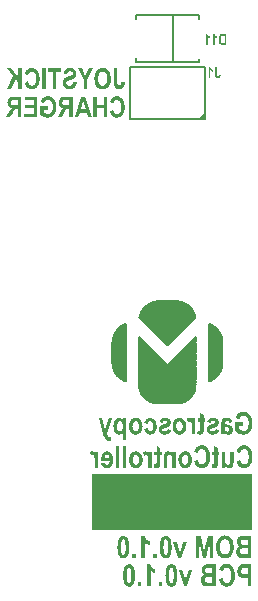
<source format=gbo>
G04*
G04 #@! TF.GenerationSoftware,Altium Limited,Altium Designer,23.0.1 (38)*
G04*
G04 Layer_Color=32896*
%FSLAX43Y43*%
%MOMM*%
G71*
G04*
G04 #@! TF.SameCoordinates,849B8B9A-CF0B-4B68-86F2-F378DEA603F9*
G04*
G04*
G04 #@! TF.FilePolarity,Positive*
G04*
G01*
G75*
%ADD10C,0.200*%
%ADD148R,13.651X4.700*%
G36*
X3176Y20824D02*
X2608D01*
X3176Y21392D01*
Y20824D01*
D02*
G37*
G36*
X5110Y-4521D02*
X5176Y-4532D01*
X5232Y-4546D01*
X5276Y-4563D01*
X5312Y-4582D01*
X5337Y-4596D01*
X5354Y-4607D01*
X5359Y-4610D01*
X5398Y-4649D01*
X5432Y-4696D01*
X5459Y-4743D01*
X5479Y-4793D01*
X5495Y-4838D01*
X5504Y-4857D01*
X5509Y-4874D01*
X5512Y-4888D01*
X5515Y-4899D01*
X5518Y-4904D01*
Y-4907D01*
X5251Y-4963D01*
X5240Y-4929D01*
X5229Y-4902D01*
X5215Y-4877D01*
X5204Y-4860D01*
X5196Y-4846D01*
X5187Y-4838D01*
X5182Y-4832D01*
X5179Y-4829D01*
X5159Y-4818D01*
X5140Y-4807D01*
X5098Y-4799D01*
X5082Y-4796D01*
X5068Y-4793D01*
X5026D01*
X5001Y-4796D01*
X4982Y-4802D01*
X4965Y-4804D01*
X4951Y-4810D01*
X4943Y-4816D01*
X4937Y-4818D01*
X4935D01*
X4907Y-4838D01*
X4887Y-4854D01*
X4876Y-4871D01*
X4874Y-4874D01*
Y-4877D01*
X4868Y-4893D01*
X4862Y-4913D01*
X4860Y-4938D01*
Y-4960D01*
X4857Y-4985D01*
Y-5004D01*
Y-5015D01*
Y-5021D01*
X4874Y-5029D01*
X4893Y-5038D01*
X4937Y-5052D01*
X4985Y-5068D01*
X5032Y-5082D01*
X5076Y-5093D01*
X5096Y-5099D01*
X5112Y-5102D01*
X5126Y-5104D01*
X5137Y-5107D01*
X5143Y-5110D01*
X5146D01*
X5204Y-5126D01*
X5257Y-5143D01*
X5298Y-5157D01*
X5332Y-5174D01*
X5359Y-5185D01*
X5379Y-5196D01*
X5390Y-5201D01*
X5393Y-5204D01*
X5420Y-5224D01*
X5443Y-5246D01*
X5462Y-5268D01*
X5479Y-5290D01*
X5493Y-5310D01*
X5501Y-5326D01*
X5507Y-5337D01*
X5509Y-5340D01*
X5523Y-5374D01*
X5534Y-5407D01*
X5540Y-5440D01*
X5545Y-5471D01*
X5548Y-5498D01*
X5551Y-5521D01*
Y-5535D01*
Y-5540D01*
X5545Y-5604D01*
X5534Y-5662D01*
X5518Y-5712D01*
X5498Y-5754D01*
X5482Y-5787D01*
X5465Y-5812D01*
X5454Y-5826D01*
X5448Y-5832D01*
X5407Y-5868D01*
X5362Y-5896D01*
X5318Y-5912D01*
X5276Y-5926D01*
X5240Y-5934D01*
X5209Y-5937D01*
X5198Y-5940D01*
X5182D01*
X5146Y-5937D01*
X5112Y-5932D01*
X5082Y-5926D01*
X5054Y-5918D01*
X5032Y-5909D01*
X5012Y-5901D01*
X5001Y-5898D01*
X4998Y-5896D01*
X4968Y-5876D01*
X4937Y-5857D01*
X4910Y-5834D01*
X4885Y-5812D01*
X4862Y-5793D01*
X4849Y-5776D01*
X4837Y-5765D01*
X4835Y-5762D01*
X4796Y-5909D01*
X4504D01*
X4518Y-5873D01*
X4529Y-5840D01*
X4538Y-5809D01*
X4546Y-5782D01*
X4551Y-5759D01*
X4554Y-5740D01*
X4557Y-5729D01*
Y-5726D01*
X4563Y-5690D01*
X4565Y-5648D01*
X4568Y-5604D01*
Y-5562D01*
X4571Y-5523D01*
Y-5490D01*
Y-5479D01*
Y-5471D01*
Y-5465D01*
Y-5462D01*
X4568Y-5043D01*
Y-4999D01*
X4571Y-4960D01*
Y-4924D01*
X4574Y-4891D01*
X4579Y-4860D01*
X4582Y-4835D01*
X4585Y-4810D01*
X4590Y-4791D01*
X4593Y-4771D01*
X4599Y-4757D01*
X4604Y-4732D01*
X4610Y-4721D01*
X4613Y-4716D01*
X4629Y-4682D01*
X4651Y-4655D01*
X4676Y-4630D01*
X4699Y-4610D01*
X4721Y-4593D01*
X4737Y-4580D01*
X4749Y-4574D01*
X4754Y-4571D01*
X4793Y-4555D01*
X4840Y-4541D01*
X4887Y-4532D01*
X4932Y-4524D01*
X4973Y-4521D01*
X5007Y-4518D01*
X5037D01*
X5110Y-4521D01*
D02*
G37*
G36*
X-5088Y-5912D02*
X-5074Y-5965D01*
X-5057Y-6007D01*
X-5043Y-6043D01*
X-5029Y-6070D01*
X-5015Y-6093D01*
X-5004Y-6107D01*
X-4999Y-6115D01*
X-4996Y-6118D01*
X-4974Y-6137D01*
X-4952Y-6151D01*
X-4929Y-6162D01*
X-4907Y-6168D01*
X-4888Y-6173D01*
X-4871Y-6176D01*
X-4857D01*
X-4815Y-6173D01*
X-4777Y-6168D01*
X-4760Y-6165D01*
X-4746Y-6162D01*
X-4738Y-6159D01*
X-4735D01*
X-4760Y-6440D01*
X-4821Y-6454D01*
X-4849Y-6456D01*
X-4874Y-6459D01*
X-4896Y-6462D01*
X-4927D01*
X-4965Y-6459D01*
X-5001Y-6456D01*
X-5035Y-6451D01*
X-5063Y-6442D01*
X-5082Y-6437D01*
X-5099Y-6431D01*
X-5110Y-6429D01*
X-5113Y-6426D01*
X-5140Y-6412D01*
X-5165Y-6395D01*
X-5187Y-6379D01*
X-5207Y-6362D01*
X-5221Y-6345D01*
X-5232Y-6334D01*
X-5237Y-6326D01*
X-5240Y-6323D01*
X-5260Y-6295D01*
X-5276Y-6262D01*
X-5293Y-6226D01*
X-5310Y-6193D01*
X-5321Y-6162D01*
X-5332Y-6134D01*
X-5337Y-6118D01*
X-5340Y-6115D01*
Y-6112D01*
X-5415Y-5859D01*
X-5809Y-4549D01*
X-5504D01*
X-5243Y-5518D01*
X-4977Y-4549D01*
X-4663D01*
X-5088Y-5912D01*
D02*
G37*
G36*
X6520Y-4008D02*
X6595Y-4019D01*
X6661Y-4038D01*
X6720Y-4058D01*
X6745Y-4069D01*
X6767Y-4077D01*
X6786Y-4088D01*
X6800Y-4097D01*
X6814Y-4102D01*
X6822Y-4108D01*
X6828Y-4113D01*
X6831D01*
X6889Y-4158D01*
X6942Y-4210D01*
X6986Y-4263D01*
X7025Y-4319D01*
X7056Y-4366D01*
X7070Y-4385D01*
X7078Y-4405D01*
X7086Y-4419D01*
X7092Y-4430D01*
X7097Y-4438D01*
Y-4441D01*
X7131Y-4527D01*
X7156Y-4616D01*
X7175Y-4705D01*
X7186Y-4788D01*
X7192Y-4827D01*
X7194Y-4860D01*
X7197Y-4893D01*
Y-4918D01*
X7200Y-4940D01*
Y-4957D01*
Y-4968D01*
Y-4971D01*
X7194Y-5079D01*
X7183Y-5179D01*
X7178Y-5226D01*
X7169Y-5268D01*
X7158Y-5310D01*
X7150Y-5346D01*
X7142Y-5379D01*
X7131Y-5410D01*
X7122Y-5435D01*
X7117Y-5457D01*
X7108Y-5474D01*
X7106Y-5485D01*
X7100Y-5493D01*
Y-5496D01*
X7058Y-5573D01*
X7014Y-5640D01*
X6967Y-5698D01*
X6922Y-5746D01*
X6884Y-5782D01*
X6850Y-5807D01*
X6839Y-5818D01*
X6831Y-5823D01*
X6825Y-5826D01*
X6822Y-5829D01*
X6756Y-5865D01*
X6686Y-5893D01*
X6617Y-5912D01*
X6556Y-5926D01*
X6528Y-5932D01*
X6500Y-5934D01*
X6478Y-5937D01*
X6459D01*
X6442Y-5940D01*
X6420D01*
X6350Y-5937D01*
X6284Y-5926D01*
X6220Y-5912D01*
X6164Y-5898D01*
X6117Y-5882D01*
X6098Y-5876D01*
X6078Y-5871D01*
X6067Y-5865D01*
X6056Y-5859D01*
X6051Y-5857D01*
X6048D01*
X5981Y-5823D01*
X5923Y-5787D01*
X5876Y-5754D01*
X5834Y-5721D01*
X5801Y-5693D01*
X5779Y-5671D01*
X5765Y-5657D01*
X5759Y-5651D01*
Y-4904D01*
X6428D01*
Y-5221D01*
X6073D01*
Y-5457D01*
X6103Y-5485D01*
X6134Y-5507D01*
X6164Y-5526D01*
X6189Y-5543D01*
X6214Y-5557D01*
X6234Y-5565D01*
X6245Y-5571D01*
X6251Y-5573D01*
X6287Y-5587D01*
X6320Y-5598D01*
X6353Y-5604D01*
X6381Y-5610D01*
X6403Y-5612D01*
X6420Y-5615D01*
X6437D01*
X6473Y-5612D01*
X6506Y-5610D01*
X6567Y-5593D01*
X6623Y-5568D01*
X6667Y-5540D01*
X6700Y-5512D01*
X6725Y-5487D01*
X6742Y-5471D01*
X6745Y-5468D01*
X6747Y-5465D01*
X6770Y-5429D01*
X6789Y-5393D01*
X6822Y-5310D01*
X6845Y-5224D01*
X6861Y-5140D01*
X6867Y-5104D01*
X6870Y-5068D01*
X6875Y-5035D01*
Y-5007D01*
X6878Y-4985D01*
Y-4965D01*
Y-4954D01*
Y-4952D01*
X6875Y-4893D01*
X6872Y-4841D01*
X6867Y-4791D01*
X6859Y-4743D01*
X6850Y-4702D01*
X6839Y-4663D01*
X6828Y-4630D01*
X6817Y-4599D01*
X6806Y-4571D01*
X6795Y-4546D01*
X6784Y-4527D01*
X6775Y-4510D01*
X6767Y-4499D01*
X6761Y-4491D01*
X6756Y-4485D01*
Y-4482D01*
X6731Y-4455D01*
X6706Y-4430D01*
X6681Y-4410D01*
X6653Y-4394D01*
X6600Y-4366D01*
X6548Y-4346D01*
X6503Y-4335D01*
X6484Y-4332D01*
X6467Y-4330D01*
X6453Y-4327D01*
X6434D01*
X6387Y-4330D01*
X6345Y-4338D01*
X6309Y-4352D01*
X6276Y-4366D01*
X6251Y-4380D01*
X6231Y-4394D01*
X6217Y-4402D01*
X6214Y-4405D01*
X6184Y-4435D01*
X6156Y-4471D01*
X6134Y-4510D01*
X6117Y-4543D01*
X6103Y-4577D01*
X6095Y-4602D01*
X6090Y-4621D01*
X6087Y-4624D01*
Y-4627D01*
X5779Y-4557D01*
X5790Y-4507D01*
X5801Y-4460D01*
X5817Y-4419D01*
X5834Y-4377D01*
X5851Y-4341D01*
X5870Y-4307D01*
X5887Y-4277D01*
X5906Y-4249D01*
X5923Y-4224D01*
X5940Y-4202D01*
X5956Y-4185D01*
X5967Y-4169D01*
X5978Y-4158D01*
X5987Y-4149D01*
X5992Y-4146D01*
X5995Y-4144D01*
X6026Y-4119D01*
X6062Y-4097D01*
X6098Y-4077D01*
X6134Y-4060D01*
X6206Y-4035D01*
X6278Y-4019D01*
X6309Y-4013D01*
X6339Y-4010D01*
X6367Y-4008D01*
X6389Y-4005D01*
X6409Y-4002D01*
X6437D01*
X6520Y-4008D01*
D02*
G37*
G36*
X3069Y-4280D02*
Y-4549D01*
X3205D01*
Y-4835D01*
X3069D01*
Y-5429D01*
Y-5471D01*
Y-5507D01*
X3066Y-5540D01*
Y-5573D01*
Y-5601D01*
X3063Y-5623D01*
Y-5646D01*
X3061Y-5665D01*
X3058Y-5696D01*
X3055Y-5715D01*
X3052Y-5729D01*
Y-5732D01*
X3041Y-5768D01*
X3030Y-5798D01*
X3013Y-5826D01*
X3000Y-5848D01*
X2986Y-5865D01*
X2975Y-5876D01*
X2966Y-5884D01*
X2963Y-5887D01*
X2936Y-5904D01*
X2905Y-5918D01*
X2875Y-5926D01*
X2847Y-5934D01*
X2819Y-5937D01*
X2800Y-5940D01*
X2780D01*
X2733Y-5937D01*
X2689Y-5932D01*
X2650Y-5923D01*
X2614Y-5912D01*
X2586Y-5904D01*
X2564Y-5896D01*
X2553Y-5890D01*
X2547Y-5887D01*
X2575Y-5607D01*
X2603Y-5618D01*
X2625Y-5626D01*
X2644Y-5632D01*
X2661Y-5635D01*
X2675Y-5637D01*
X2683Y-5640D01*
X2691D01*
X2711Y-5637D01*
X2725Y-5632D01*
X2739Y-5623D01*
X2747Y-5615D01*
X2761Y-5598D01*
X2764Y-5593D01*
Y-5590D01*
Y-5582D01*
X2766Y-5573D01*
X2769Y-5546D01*
Y-5512D01*
X2772Y-5476D01*
Y-5443D01*
Y-5412D01*
Y-5401D01*
Y-5393D01*
Y-5387D01*
Y-5385D01*
Y-4835D01*
X2572D01*
Y-4549D01*
X2772D01*
Y-4069D01*
X3069Y-4280D01*
D02*
G37*
G36*
X-1409Y-4521D02*
X-1367Y-4527D01*
X-1329Y-4535D01*
X-1290Y-4546D01*
X-1223Y-4577D01*
X-1195Y-4593D01*
X-1168Y-4610D01*
X-1143Y-4627D01*
X-1123Y-4643D01*
X-1104Y-4660D01*
X-1090Y-4674D01*
X-1079Y-4685D01*
X-1070Y-4693D01*
X-1065Y-4699D01*
X-1062Y-4702D01*
X-1037Y-4738D01*
X-1015Y-4777D01*
X-993Y-4818D01*
X-976Y-4863D01*
X-951Y-4952D01*
X-934Y-5038D01*
X-926Y-5077D01*
X-923Y-5115D01*
X-920Y-5149D01*
X-918Y-5176D01*
X-915Y-5201D01*
Y-5218D01*
Y-5232D01*
Y-5235D01*
X-918Y-5288D01*
X-920Y-5340D01*
X-934Y-5435D01*
X-945Y-5479D01*
X-957Y-5521D01*
X-968Y-5560D01*
X-982Y-5593D01*
X-993Y-5626D01*
X-1004Y-5654D01*
X-1015Y-5676D01*
X-1026Y-5698D01*
X-1034Y-5712D01*
X-1040Y-5726D01*
X-1045Y-5732D01*
Y-5734D01*
X-1070Y-5771D01*
X-1101Y-5801D01*
X-1131Y-5829D01*
X-1165Y-5854D01*
X-1198Y-5873D01*
X-1231Y-5890D01*
X-1265Y-5904D01*
X-1298Y-5915D01*
X-1356Y-5929D01*
X-1384Y-5934D01*
X-1406Y-5937D01*
X-1426D01*
X-1440Y-5940D01*
X-1451D01*
X-1490Y-5937D01*
X-1526Y-5934D01*
X-1595Y-5918D01*
X-1656Y-5896D01*
X-1712Y-5862D01*
X-1759Y-5826D01*
X-1801Y-5784D01*
X-1837Y-5740D01*
X-1867Y-5693D01*
X-1895Y-5648D01*
X-1917Y-5604D01*
X-1934Y-5562D01*
X-1945Y-5526D01*
X-1956Y-5493D01*
X-1962Y-5471D01*
X-1967Y-5454D01*
Y-5449D01*
X-1676Y-5387D01*
X-1664Y-5437D01*
X-1653Y-5482D01*
X-1639Y-5515D01*
X-1626Y-5543D01*
X-1615Y-5565D01*
X-1603Y-5579D01*
X-1598Y-5587D01*
X-1595Y-5590D01*
X-1576Y-5610D01*
X-1553Y-5623D01*
X-1528Y-5632D01*
X-1509Y-5637D01*
X-1490Y-5643D01*
X-1476Y-5646D01*
X-1462D01*
X-1420Y-5640D01*
X-1387Y-5629D01*
X-1354Y-5615D01*
X-1329Y-5596D01*
X-1309Y-5579D01*
X-1292Y-5562D01*
X-1284Y-5551D01*
X-1281Y-5548D01*
X-1270Y-5529D01*
X-1259Y-5504D01*
X-1245Y-5454D01*
X-1234Y-5396D01*
X-1226Y-5340D01*
X-1220Y-5288D01*
Y-5265D01*
X-1217Y-5246D01*
Y-5229D01*
Y-5218D01*
Y-5210D01*
Y-5207D01*
Y-5168D01*
X-1220Y-5129D01*
X-1223Y-5096D01*
X-1229Y-5065D01*
X-1234Y-5038D01*
X-1240Y-5013D01*
X-1251Y-4968D01*
X-1262Y-4938D01*
X-1273Y-4913D01*
X-1281Y-4902D01*
X-1284Y-4896D01*
X-1312Y-4866D01*
X-1340Y-4841D01*
X-1370Y-4824D01*
X-1398Y-4813D01*
X-1420Y-4807D01*
X-1442Y-4802D01*
X-1459D01*
X-1490Y-4804D01*
X-1517Y-4810D01*
X-1540Y-4821D01*
X-1562Y-4835D01*
X-1598Y-4868D01*
X-1623Y-4907D01*
X-1642Y-4949D01*
X-1653Y-4982D01*
X-1659Y-4996D01*
Y-5007D01*
X-1662Y-5013D01*
Y-5015D01*
X-1953Y-4952D01*
X-1942Y-4910D01*
X-1928Y-4874D01*
X-1917Y-4838D01*
X-1900Y-4804D01*
X-1873Y-4749D01*
X-1842Y-4705D01*
X-1814Y-4668D01*
X-1792Y-4643D01*
X-1778Y-4630D01*
X-1776Y-4624D01*
X-1773D01*
X-1723Y-4588D01*
X-1673Y-4563D01*
X-1617Y-4543D01*
X-1567Y-4532D01*
X-1523Y-4524D01*
X-1503Y-4521D01*
X-1487D01*
X-1473Y-4518D01*
X-1453D01*
X-1409Y-4521D01*
D02*
G37*
G36*
X1875Y-4521D02*
X1900Y-4524D01*
X1922Y-4532D01*
X1942Y-4541D01*
X1956Y-4549D01*
X1967Y-4555D01*
X1975Y-4560D01*
X1978Y-4563D01*
X2000Y-4582D01*
X2020Y-4610D01*
X2042Y-4641D01*
X2061Y-4668D01*
X2078Y-4699D01*
X2092Y-4721D01*
X2100Y-4738D01*
X2103Y-4741D01*
Y-4549D01*
X2378D01*
Y-5909D01*
X2081D01*
Y-5490D01*
Y-5432D01*
Y-5379D01*
X2078Y-5332D01*
Y-5288D01*
X2075Y-5246D01*
Y-5210D01*
X2072Y-5179D01*
X2070Y-5151D01*
Y-5126D01*
X2067Y-5107D01*
Y-5088D01*
X2064Y-5074D01*
Y-5065D01*
X2061Y-5057D01*
Y-5052D01*
X2053Y-5010D01*
X2042Y-4977D01*
X2031Y-4946D01*
X2020Y-4924D01*
X2011Y-4907D01*
X2003Y-4896D01*
X1997Y-4891D01*
X1995Y-4888D01*
X1975Y-4871D01*
X1959Y-4860D01*
X1939Y-4852D01*
X1922Y-4846D01*
X1909Y-4843D01*
X1897Y-4841D01*
X1886D01*
X1861Y-4843D01*
X1839Y-4849D01*
X1814Y-4860D01*
X1795Y-4871D01*
X1775Y-4882D01*
X1761Y-4893D01*
X1753Y-4899D01*
X1750Y-4902D01*
X1656Y-4588D01*
X1692Y-4566D01*
X1725Y-4549D01*
X1759Y-4535D01*
X1789Y-4527D01*
X1814Y-4521D01*
X1834Y-4518D01*
X1850D01*
X1875Y-4521D01*
D02*
G37*
G36*
X3952Y-4524D02*
X4021Y-4538D01*
X4082Y-4555D01*
X4132Y-4577D01*
X4171Y-4599D01*
X4199Y-4616D01*
X4207Y-4624D01*
X4216Y-4630D01*
X4218Y-4632D01*
X4221Y-4635D01*
X4243Y-4657D01*
X4260Y-4680D01*
X4291Y-4729D01*
X4310Y-4779D01*
X4327Y-4829D01*
X4335Y-4871D01*
X4338Y-4891D01*
Y-4907D01*
X4340Y-4918D01*
Y-4929D01*
Y-4935D01*
Y-4938D01*
X4338Y-4971D01*
X4335Y-5004D01*
X4321Y-5063D01*
X4302Y-5115D01*
X4279Y-5157D01*
X4257Y-5190D01*
X4238Y-5215D01*
X4224Y-5229D01*
X4218Y-5235D01*
X4196Y-5251D01*
X4171Y-5268D01*
X4141Y-5285D01*
X4105Y-5299D01*
X4030Y-5329D01*
X3949Y-5360D01*
X3913Y-5371D01*
X3877Y-5382D01*
X3844Y-5393D01*
X3813Y-5401D01*
X3788Y-5410D01*
X3771Y-5412D01*
X3757Y-5418D01*
X3755D01*
X3730Y-5426D01*
X3710Y-5432D01*
X3694Y-5440D01*
X3683Y-5449D01*
X3671Y-5454D01*
X3666Y-5457D01*
X3660Y-5462D01*
X3646Y-5485D01*
X3638Y-5507D01*
X3635Y-5523D01*
Y-5529D01*
Y-5532D01*
X3638Y-5557D01*
X3644Y-5576D01*
X3652Y-5596D01*
X3660Y-5610D01*
X3671Y-5623D01*
X3680Y-5632D01*
X3685Y-5637D01*
X3688Y-5640D01*
X3710Y-5654D01*
X3735Y-5662D01*
X3788Y-5673D01*
X3810Y-5676D01*
X3830Y-5679D01*
X3846D01*
X3882Y-5676D01*
X3913Y-5671D01*
X3943Y-5660D01*
X3968Y-5646D01*
X3991Y-5629D01*
X4010Y-5612D01*
X4038Y-5571D01*
X4060Y-5532D01*
X4074Y-5498D01*
X4077Y-5485D01*
X4080Y-5474D01*
X4082Y-5468D01*
Y-5465D01*
X4379Y-5521D01*
X4360Y-5593D01*
X4335Y-5657D01*
X4304Y-5709D01*
X4274Y-5754D01*
X4246Y-5790D01*
X4224Y-5815D01*
X4207Y-5829D01*
X4204Y-5834D01*
X4202D01*
X4146Y-5871D01*
X4088Y-5896D01*
X4027Y-5915D01*
X3971Y-5926D01*
X3921Y-5934D01*
X3902Y-5937D01*
X3882D01*
X3866Y-5940D01*
X3846D01*
X3802Y-5937D01*
X3763Y-5934D01*
X3688Y-5920D01*
X3624Y-5898D01*
X3571Y-5876D01*
X3549Y-5865D01*
X3530Y-5854D01*
X3513Y-5843D01*
X3499Y-5832D01*
X3488Y-5823D01*
X3480Y-5818D01*
X3477Y-5812D01*
X3474D01*
X3449Y-5787D01*
X3430Y-5762D01*
X3410Y-5734D01*
X3397Y-5707D01*
X3372Y-5654D01*
X3355Y-5601D01*
X3347Y-5557D01*
X3341Y-5537D01*
Y-5521D01*
X3338Y-5507D01*
Y-5496D01*
Y-5490D01*
Y-5487D01*
X3341Y-5429D01*
X3352Y-5376D01*
X3366Y-5332D01*
X3383Y-5293D01*
X3399Y-5263D01*
X3413Y-5243D01*
X3424Y-5229D01*
X3427Y-5224D01*
X3447Y-5207D01*
X3466Y-5188D01*
X3516Y-5157D01*
X3571Y-5129D01*
X3627Y-5104D01*
X3680Y-5085D01*
X3702Y-5077D01*
X3724Y-5068D01*
X3741Y-5065D01*
X3752Y-5060D01*
X3760Y-5057D01*
X3763D01*
X3802Y-5046D01*
X3838Y-5035D01*
X3869Y-5027D01*
X3896Y-5018D01*
X3921Y-5010D01*
X3941Y-5002D01*
X3960Y-4993D01*
X3977Y-4988D01*
X3999Y-4979D01*
X4013Y-4971D01*
X4021Y-4965D01*
X4024D01*
X4038Y-4954D01*
X4049Y-4940D01*
X4055Y-4929D01*
X4060Y-4916D01*
X4063Y-4907D01*
X4066Y-4899D01*
Y-4893D01*
Y-4891D01*
X4063Y-4874D01*
X4057Y-4857D01*
X4043Y-4832D01*
X4027Y-4816D01*
X4024Y-4810D01*
X4021D01*
X4002Y-4799D01*
X3977Y-4791D01*
X3927Y-4779D01*
X3902D01*
X3882Y-4777D01*
X3866D01*
X3835Y-4779D01*
X3807Y-4785D01*
X3780Y-4791D01*
X3757Y-4802D01*
X3721Y-4829D01*
X3694Y-4857D01*
X3674Y-4888D01*
X3660Y-4916D01*
X3658Y-4927D01*
X3655Y-4932D01*
X3652Y-4938D01*
Y-4940D01*
X3374Y-4879D01*
X3394Y-4813D01*
X3419Y-4757D01*
X3447Y-4710D01*
X3474Y-4671D01*
X3499Y-4641D01*
X3519Y-4621D01*
X3533Y-4607D01*
X3538Y-4605D01*
X3585Y-4577D01*
X3638Y-4555D01*
X3694Y-4541D01*
X3746Y-4530D01*
X3796Y-4524D01*
X3816Y-4521D01*
X3835Y-4518D01*
X3871D01*
X3952Y-4524D01*
D02*
G37*
G36*
X1084Y-4521D02*
X1140Y-4532D01*
X1187Y-4543D01*
X1231Y-4560D01*
X1264Y-4574D01*
X1292Y-4588D01*
X1309Y-4599D01*
X1312Y-4602D01*
X1314D01*
X1359Y-4635D01*
X1400Y-4677D01*
X1437Y-4716D01*
X1467Y-4757D01*
X1489Y-4793D01*
X1509Y-4821D01*
X1514Y-4832D01*
X1520Y-4841D01*
X1523Y-4846D01*
Y-4849D01*
X1548Y-4913D01*
X1567Y-4974D01*
X1581Y-5035D01*
X1589Y-5093D01*
X1595Y-5140D01*
X1598Y-5160D01*
X1600Y-5179D01*
Y-5193D01*
Y-5204D01*
Y-5210D01*
Y-5213D01*
X1598Y-5276D01*
X1592Y-5335D01*
X1586Y-5393D01*
X1575Y-5443D01*
X1561Y-5493D01*
X1548Y-5537D01*
X1534Y-5576D01*
X1517Y-5612D01*
X1503Y-5646D01*
X1489Y-5673D01*
X1475Y-5696D01*
X1462Y-5715D01*
X1450Y-5732D01*
X1445Y-5743D01*
X1439Y-5748D01*
X1437Y-5751D01*
X1406Y-5784D01*
X1373Y-5812D01*
X1337Y-5837D01*
X1303Y-5859D01*
X1267Y-5879D01*
X1234Y-5893D01*
X1170Y-5915D01*
X1140Y-5923D01*
X1112Y-5929D01*
X1087Y-5934D01*
X1067Y-5937D01*
X1051Y-5940D01*
X1026D01*
X967Y-5937D01*
X915Y-5926D01*
X867Y-5912D01*
X823Y-5898D01*
X790Y-5882D01*
X762Y-5871D01*
X745Y-5859D01*
X743Y-5857D01*
X740D01*
X693Y-5821D01*
X651Y-5782D01*
X615Y-5737D01*
X584Y-5696D01*
X562Y-5660D01*
X543Y-5629D01*
X537Y-5618D01*
X532Y-5610D01*
X529Y-5604D01*
Y-5601D01*
X501Y-5537D01*
X482Y-5471D01*
X468Y-5407D01*
X459Y-5349D01*
X451Y-5299D01*
Y-5276D01*
X448Y-5260D01*
Y-5243D01*
Y-5232D01*
Y-5226D01*
Y-5224D01*
X451Y-5171D01*
X454Y-5121D01*
X473Y-5027D01*
X484Y-4982D01*
X498Y-4943D01*
X512Y-4904D01*
X526Y-4871D01*
X540Y-4838D01*
X554Y-4810D01*
X568Y-4788D01*
X579Y-4766D01*
X590Y-4752D01*
X598Y-4738D01*
X601Y-4732D01*
X604Y-4729D01*
X634Y-4693D01*
X665Y-4660D01*
X698Y-4632D01*
X734Y-4607D01*
X770Y-4588D01*
X804Y-4571D01*
X840Y-4555D01*
X873Y-4543D01*
X904Y-4535D01*
X931Y-4530D01*
X959Y-4524D01*
X981Y-4521D01*
X1001Y-4518D01*
X1026D01*
X1084Y-4521D01*
D02*
G37*
G36*
X-110Y-4524D02*
X-40Y-4538D01*
X21Y-4555D01*
X71Y-4577D01*
X110Y-4599D01*
X137Y-4616D01*
X146Y-4624D01*
X154Y-4630D01*
X157Y-4632D01*
X160Y-4635D01*
X182Y-4657D01*
X198Y-4680D01*
X229Y-4729D01*
X248Y-4779D01*
X265Y-4829D01*
X273Y-4871D01*
X276Y-4891D01*
Y-4907D01*
X279Y-4918D01*
Y-4929D01*
Y-4935D01*
Y-4938D01*
X276Y-4971D01*
X273Y-5004D01*
X259Y-5063D01*
X240Y-5115D01*
X218Y-5157D01*
X196Y-5190D01*
X176Y-5215D01*
X162Y-5229D01*
X157Y-5235D01*
X135Y-5251D01*
X110Y-5268D01*
X79Y-5285D01*
X43Y-5299D01*
X-32Y-5329D01*
X-113Y-5360D01*
X-149Y-5371D01*
X-185Y-5382D01*
X-218Y-5393D01*
X-249Y-5401D01*
X-274Y-5410D01*
X-290Y-5412D01*
X-304Y-5418D01*
X-307D01*
X-332Y-5426D01*
X-351Y-5432D01*
X-368Y-5440D01*
X-379Y-5449D01*
X-390Y-5454D01*
X-396Y-5457D01*
X-401Y-5462D01*
X-415Y-5485D01*
X-424Y-5507D01*
X-426Y-5523D01*
Y-5529D01*
Y-5532D01*
X-424Y-5557D01*
X-418Y-5576D01*
X-410Y-5596D01*
X-401Y-5610D01*
X-390Y-5623D01*
X-382Y-5632D01*
X-376Y-5637D01*
X-374Y-5640D01*
X-351Y-5654D01*
X-326Y-5662D01*
X-274Y-5673D01*
X-251Y-5676D01*
X-232Y-5679D01*
X-215D01*
X-179Y-5676D01*
X-149Y-5671D01*
X-118Y-5660D01*
X-93Y-5646D01*
X-71Y-5629D01*
X-51Y-5612D01*
X-24Y-5571D01*
X-2Y-5532D01*
X12Y-5498D01*
X15Y-5485D01*
X18Y-5474D01*
X21Y-5468D01*
Y-5465D01*
X318Y-5521D01*
X298Y-5593D01*
X273Y-5657D01*
X243Y-5709D01*
X212Y-5754D01*
X184Y-5790D01*
X162Y-5815D01*
X146Y-5829D01*
X143Y-5834D01*
X140D01*
X85Y-5871D01*
X26Y-5896D01*
X-35Y-5915D01*
X-90Y-5926D01*
X-140Y-5934D01*
X-160Y-5937D01*
X-179D01*
X-196Y-5940D01*
X-215D01*
X-260Y-5937D01*
X-299Y-5934D01*
X-374Y-5920D01*
X-437Y-5898D01*
X-490Y-5876D01*
X-512Y-5865D01*
X-532Y-5854D01*
X-548Y-5843D01*
X-562Y-5832D01*
X-573Y-5823D01*
X-582Y-5818D01*
X-585Y-5812D01*
X-587D01*
X-612Y-5787D01*
X-632Y-5762D01*
X-651Y-5734D01*
X-665Y-5707D01*
X-690Y-5654D01*
X-707Y-5601D01*
X-715Y-5557D01*
X-721Y-5537D01*
Y-5521D01*
X-723Y-5507D01*
Y-5496D01*
Y-5490D01*
Y-5487D01*
X-721Y-5429D01*
X-709Y-5376D01*
X-696Y-5332D01*
X-679Y-5293D01*
X-662Y-5263D01*
X-648Y-5243D01*
X-637Y-5229D01*
X-634Y-5224D01*
X-615Y-5207D01*
X-596Y-5188D01*
X-546Y-5157D01*
X-490Y-5129D01*
X-435Y-5104D01*
X-382Y-5085D01*
X-360Y-5077D01*
X-337Y-5068D01*
X-321Y-5065D01*
X-310Y-5060D01*
X-301Y-5057D01*
X-299D01*
X-260Y-5046D01*
X-224Y-5035D01*
X-193Y-5027D01*
X-165Y-5018D01*
X-140Y-5010D01*
X-121Y-5002D01*
X-101Y-4993D01*
X-85Y-4988D01*
X-63Y-4979D01*
X-49Y-4971D01*
X-40Y-4965D01*
X-38D01*
X-24Y-4954D01*
X-13Y-4940D01*
X-7Y-4929D01*
X-2Y-4916D01*
X1Y-4907D01*
X4Y-4899D01*
Y-4893D01*
Y-4891D01*
X1Y-4874D01*
X-4Y-4857D01*
X-18Y-4832D01*
X-35Y-4816D01*
X-38Y-4810D01*
X-40D01*
X-60Y-4799D01*
X-85Y-4791D01*
X-135Y-4779D01*
X-160D01*
X-179Y-4777D01*
X-196D01*
X-226Y-4779D01*
X-254Y-4785D01*
X-282Y-4791D01*
X-304Y-4802D01*
X-340Y-4829D01*
X-368Y-4857D01*
X-387Y-4888D01*
X-401Y-4916D01*
X-404Y-4927D01*
X-407Y-4932D01*
X-410Y-4938D01*
Y-4940D01*
X-687Y-4879D01*
X-668Y-4813D01*
X-643Y-4757D01*
X-615Y-4710D01*
X-587Y-4671D01*
X-562Y-4641D01*
X-543Y-4621D01*
X-529Y-4607D01*
X-523Y-4605D01*
X-476Y-4577D01*
X-424Y-4555D01*
X-368Y-4541D01*
X-315Y-4530D01*
X-265Y-4524D01*
X-246Y-4521D01*
X-226Y-4518D01*
X-190D01*
X-110Y-4524D01*
D02*
G37*
G36*
X-2622Y-4521D02*
X-2567Y-4532D01*
X-2520Y-4543D01*
X-2475Y-4560D01*
X-2442Y-4574D01*
X-2414Y-4588D01*
X-2397Y-4599D01*
X-2395Y-4602D01*
X-2392D01*
X-2347Y-4635D01*
X-2306Y-4677D01*
X-2270Y-4716D01*
X-2239Y-4757D01*
X-2217Y-4793D01*
X-2197Y-4821D01*
X-2192Y-4832D01*
X-2186Y-4841D01*
X-2184Y-4846D01*
Y-4849D01*
X-2159Y-4913D01*
X-2139Y-4974D01*
X-2125Y-5035D01*
X-2117Y-5093D01*
X-2111Y-5140D01*
X-2109Y-5160D01*
X-2106Y-5179D01*
Y-5193D01*
Y-5204D01*
Y-5210D01*
Y-5213D01*
X-2109Y-5276D01*
X-2114Y-5335D01*
X-2120Y-5393D01*
X-2131Y-5443D01*
X-2145Y-5493D01*
X-2159Y-5537D01*
X-2173Y-5576D01*
X-2189Y-5612D01*
X-2203Y-5646D01*
X-2217Y-5673D01*
X-2231Y-5696D01*
X-2245Y-5715D01*
X-2256Y-5732D01*
X-2261Y-5743D01*
X-2267Y-5748D01*
X-2270Y-5751D01*
X-2300Y-5784D01*
X-2334Y-5812D01*
X-2370Y-5837D01*
X-2403Y-5859D01*
X-2439Y-5879D01*
X-2472Y-5893D01*
X-2536Y-5915D01*
X-2567Y-5923D01*
X-2595Y-5929D01*
X-2619Y-5934D01*
X-2639Y-5937D01*
X-2656Y-5940D01*
X-2681D01*
X-2739Y-5937D01*
X-2792Y-5926D01*
X-2839Y-5912D01*
X-2883Y-5898D01*
X-2917Y-5882D01*
X-2944Y-5871D01*
X-2961Y-5859D01*
X-2964Y-5857D01*
X-2967D01*
X-3014Y-5821D01*
X-3055Y-5782D01*
X-3091Y-5737D01*
X-3122Y-5696D01*
X-3144Y-5660D01*
X-3164Y-5629D01*
X-3169Y-5618D01*
X-3175Y-5610D01*
X-3178Y-5604D01*
Y-5601D01*
X-3205Y-5537D01*
X-3225Y-5471D01*
X-3239Y-5407D01*
X-3247Y-5349D01*
X-3255Y-5299D01*
Y-5276D01*
X-3258Y-5260D01*
Y-5243D01*
Y-5232D01*
Y-5226D01*
Y-5224D01*
X-3255Y-5171D01*
X-3252Y-5121D01*
X-3233Y-5027D01*
X-3222Y-4982D01*
X-3208Y-4943D01*
X-3194Y-4904D01*
X-3180Y-4871D01*
X-3166Y-4838D01*
X-3153Y-4810D01*
X-3139Y-4788D01*
X-3128Y-4766D01*
X-3116Y-4752D01*
X-3108Y-4738D01*
X-3105Y-4732D01*
X-3103Y-4729D01*
X-3072Y-4693D01*
X-3041Y-4660D01*
X-3008Y-4632D01*
X-2972Y-4607D01*
X-2936Y-4588D01*
X-2903Y-4571D01*
X-2867Y-4555D01*
X-2833Y-4543D01*
X-2803Y-4535D01*
X-2775Y-4530D01*
X-2747Y-4524D01*
X-2725Y-4521D01*
X-2706Y-4518D01*
X-2681D01*
X-2622Y-4521D01*
D02*
G37*
G36*
X-4066D02*
X-4027Y-4530D01*
X-3994Y-4538D01*
X-3963Y-4549D01*
X-3941Y-4563D01*
X-3922Y-4571D01*
X-3910Y-4580D01*
X-3905Y-4582D01*
X-3872Y-4607D01*
X-3844Y-4635D01*
X-3819Y-4663D01*
X-3797Y-4688D01*
X-3780Y-4713D01*
X-3769Y-4732D01*
X-3761Y-4743D01*
X-3758Y-4749D01*
Y-4549D01*
X-3483D01*
Y-6426D01*
X-3780D01*
Y-5743D01*
X-3810Y-5782D01*
X-3841Y-5815D01*
X-3866Y-5843D01*
X-3891Y-5862D01*
X-3910Y-5879D01*
X-3924Y-5890D01*
X-3935Y-5896D01*
X-3938Y-5898D01*
X-3969Y-5912D01*
X-3996Y-5923D01*
X-4024Y-5929D01*
X-4049Y-5934D01*
X-4071Y-5937D01*
X-4088Y-5940D01*
X-4102D01*
X-4138Y-5937D01*
X-4171Y-5932D01*
X-4205Y-5923D01*
X-4235Y-5909D01*
X-4291Y-5882D01*
X-4338Y-5846D01*
X-4380Y-5812D01*
X-4407Y-5782D01*
X-4418Y-5771D01*
X-4427Y-5762D01*
X-4430Y-5757D01*
X-4432Y-5754D01*
X-4457Y-5718D01*
X-4480Y-5676D01*
X-4496Y-5635D01*
X-4513Y-5593D01*
X-4538Y-5501D01*
X-4555Y-5415D01*
X-4560Y-5376D01*
X-4563Y-5337D01*
X-4568Y-5304D01*
Y-5276D01*
X-4571Y-5251D01*
Y-5235D01*
Y-5221D01*
Y-5218D01*
X-4568Y-5157D01*
X-4566Y-5099D01*
X-4557Y-5046D01*
X-4549Y-4996D01*
X-4538Y-4949D01*
X-4527Y-4907D01*
X-4516Y-4868D01*
X-4502Y-4835D01*
X-4488Y-4804D01*
X-4477Y-4777D01*
X-4466Y-4754D01*
X-4455Y-4735D01*
X-4446Y-4721D01*
X-4438Y-4710D01*
X-4435Y-4705D01*
X-4432Y-4702D01*
X-4405Y-4668D01*
X-4380Y-4641D01*
X-4352Y-4616D01*
X-4324Y-4596D01*
X-4296Y-4577D01*
X-4269Y-4563D01*
X-4216Y-4541D01*
X-4171Y-4527D01*
X-4152Y-4524D01*
X-4135Y-4521D01*
X-4124Y-4518D01*
X-4105D01*
X-4066Y-4521D01*
D02*
G37*
G36*
X6536Y-6840D02*
X6592Y-6848D01*
X6642Y-6859D01*
X6692Y-6873D01*
X6736Y-6893D01*
X6778Y-6912D01*
X6817Y-6934D01*
X6850Y-6954D01*
X6881Y-6976D01*
X6909Y-6998D01*
X6931Y-7018D01*
X6950Y-7037D01*
X6964Y-7051D01*
X6975Y-7062D01*
X6981Y-7070D01*
X6983Y-7073D01*
X7022Y-7126D01*
X7056Y-7184D01*
X7083Y-7243D01*
X7108Y-7304D01*
X7131Y-7367D01*
X7147Y-7429D01*
X7161Y-7490D01*
X7172Y-7551D01*
X7181Y-7606D01*
X7189Y-7656D01*
X7194Y-7703D01*
X7197Y-7745D01*
Y-7776D01*
X7200Y-7801D01*
Y-7817D01*
Y-7820D01*
Y-7823D01*
X7197Y-7906D01*
X7192Y-7984D01*
X7181Y-8059D01*
X7167Y-8128D01*
X7150Y-8192D01*
X7133Y-8250D01*
X7114Y-8306D01*
X7092Y-8353D01*
X7072Y-8397D01*
X7053Y-8436D01*
X7036Y-8470D01*
X7020Y-8495D01*
X7006Y-8517D01*
X6995Y-8533D01*
X6989Y-8542D01*
X6986Y-8545D01*
X6950Y-8586D01*
X6911Y-8620D01*
X6872Y-8650D01*
X6831Y-8678D01*
X6789Y-8700D01*
X6750Y-8719D01*
X6711Y-8733D01*
X6673Y-8747D01*
X6636Y-8756D01*
X6603Y-8764D01*
X6573Y-8767D01*
X6548Y-8772D01*
X6525D01*
X6511Y-8775D01*
X6498D01*
X6453Y-8772D01*
X6412Y-8769D01*
X6334Y-8753D01*
X6264Y-8731D01*
X6234Y-8717D01*
X6206Y-8703D01*
X6181Y-8689D01*
X6159Y-8675D01*
X6139Y-8664D01*
X6126Y-8653D01*
X6112Y-8645D01*
X6103Y-8636D01*
X6098Y-8633D01*
X6095Y-8631D01*
X6065Y-8600D01*
X6037Y-8570D01*
X5990Y-8497D01*
X5948Y-8420D01*
X5915Y-8345D01*
X5901Y-8309D01*
X5890Y-8275D01*
X5881Y-8245D01*
X5873Y-8220D01*
X5867Y-8198D01*
X5862Y-8181D01*
X5859Y-8170D01*
Y-8167D01*
X6162Y-8050D01*
X6178Y-8125D01*
X6201Y-8186D01*
X6220Y-8239D01*
X6242Y-8281D01*
X6262Y-8314D01*
X6278Y-8336D01*
X6289Y-8350D01*
X6292Y-8356D01*
X6325Y-8386D01*
X6362Y-8411D01*
X6398Y-8428D01*
X6431Y-8439D01*
X6459Y-8445D01*
X6484Y-8447D01*
X6498Y-8450D01*
X6503D01*
X6534Y-8447D01*
X6561Y-8445D01*
X6617Y-8428D01*
X6661Y-8403D01*
X6700Y-8375D01*
X6734Y-8350D01*
X6756Y-8325D01*
X6770Y-8309D01*
X6775Y-8306D01*
Y-8303D01*
X6792Y-8273D01*
X6809Y-8239D01*
X6822Y-8200D01*
X6834Y-8161D01*
X6853Y-8078D01*
X6864Y-7995D01*
X6870Y-7956D01*
X6872Y-7920D01*
X6875Y-7887D01*
Y-7859D01*
X6878Y-7834D01*
Y-7817D01*
Y-7803D01*
Y-7801D01*
Y-7739D01*
X6872Y-7681D01*
X6867Y-7628D01*
X6861Y-7581D01*
X6853Y-7537D01*
X6845Y-7495D01*
X6836Y-7459D01*
X6825Y-7429D01*
X6814Y-7401D01*
X6806Y-7376D01*
X6797Y-7356D01*
X6789Y-7340D01*
X6781Y-7329D01*
X6778Y-7317D01*
X6772Y-7315D01*
Y-7312D01*
X6750Y-7284D01*
X6728Y-7262D01*
X6706Y-7243D01*
X6684Y-7226D01*
X6636Y-7198D01*
X6592Y-7181D01*
X6553Y-7170D01*
X6523Y-7165D01*
X6511Y-7162D01*
X6495D01*
X6450Y-7165D01*
X6412Y-7176D01*
X6378Y-7187D01*
X6348Y-7204D01*
X6323Y-7218D01*
X6303Y-7231D01*
X6292Y-7243D01*
X6289Y-7245D01*
X6259Y-7279D01*
X6234Y-7315D01*
X6212Y-7354D01*
X6195Y-7392D01*
X6184Y-7426D01*
X6176Y-7454D01*
X6173Y-7465D01*
Y-7473D01*
X6170Y-7476D01*
Y-7478D01*
X5862Y-7390D01*
X5873Y-7345D01*
X5887Y-7304D01*
X5901Y-7265D01*
X5915Y-7226D01*
X5931Y-7193D01*
X5945Y-7162D01*
X5962Y-7137D01*
X5976Y-7112D01*
X5990Y-7090D01*
X6003Y-7070D01*
X6015Y-7054D01*
X6026Y-7040D01*
X6034Y-7032D01*
X6040Y-7023D01*
X6042Y-7018D01*
X6045D01*
X6078Y-6987D01*
X6115Y-6959D01*
X6151Y-6934D01*
X6187Y-6912D01*
X6223Y-6896D01*
X6259Y-6882D01*
X6328Y-6859D01*
X6359Y-6851D01*
X6387Y-6846D01*
X6412Y-6843D01*
X6434Y-6840D01*
X6453Y-6837D01*
X6478D01*
X6536Y-6840D01*
D02*
G37*
G36*
X2955D02*
X3011Y-6848D01*
X3061Y-6859D01*
X3111Y-6873D01*
X3155Y-6893D01*
X3197Y-6912D01*
X3236Y-6934D01*
X3269Y-6954D01*
X3299Y-6976D01*
X3327Y-6998D01*
X3349Y-7018D01*
X3369Y-7037D01*
X3383Y-7051D01*
X3394Y-7062D01*
X3399Y-7070D01*
X3402Y-7073D01*
X3441Y-7126D01*
X3474Y-7184D01*
X3502Y-7243D01*
X3527Y-7304D01*
X3549Y-7367D01*
X3566Y-7429D01*
X3580Y-7490D01*
X3591Y-7551D01*
X3599Y-7606D01*
X3608Y-7656D01*
X3613Y-7703D01*
X3616Y-7745D01*
Y-7776D01*
X3619Y-7801D01*
Y-7817D01*
Y-7820D01*
Y-7823D01*
X3616Y-7906D01*
X3610Y-7984D01*
X3599Y-8059D01*
X3585Y-8128D01*
X3569Y-8192D01*
X3552Y-8250D01*
X3533Y-8306D01*
X3510Y-8353D01*
X3491Y-8397D01*
X3472Y-8436D01*
X3455Y-8470D01*
X3438Y-8495D01*
X3424Y-8517D01*
X3413Y-8533D01*
X3408Y-8542D01*
X3405Y-8545D01*
X3369Y-8586D01*
X3330Y-8620D01*
X3291Y-8650D01*
X3249Y-8678D01*
X3208Y-8700D01*
X3169Y-8719D01*
X3130Y-8733D01*
X3091Y-8747D01*
X3055Y-8756D01*
X3022Y-8764D01*
X2991Y-8767D01*
X2966Y-8772D01*
X2944D01*
X2930Y-8775D01*
X2916D01*
X2872Y-8772D01*
X2830Y-8769D01*
X2753Y-8753D01*
X2683Y-8731D01*
X2653Y-8717D01*
X2625Y-8703D01*
X2600Y-8689D01*
X2578Y-8675D01*
X2558Y-8664D01*
X2544Y-8653D01*
X2530Y-8645D01*
X2522Y-8636D01*
X2517Y-8633D01*
X2514Y-8631D01*
X2483Y-8600D01*
X2455Y-8570D01*
X2408Y-8497D01*
X2367Y-8420D01*
X2333Y-8345D01*
X2319Y-8309D01*
X2308Y-8275D01*
X2300Y-8245D01*
X2292Y-8220D01*
X2286Y-8198D01*
X2281Y-8181D01*
X2278Y-8170D01*
Y-8167D01*
X2580Y-8050D01*
X2597Y-8125D01*
X2619Y-8186D01*
X2639Y-8239D01*
X2661Y-8281D01*
X2680Y-8314D01*
X2697Y-8336D01*
X2708Y-8350D01*
X2711Y-8356D01*
X2744Y-8386D01*
X2780Y-8411D01*
X2816Y-8428D01*
X2850Y-8439D01*
X2877Y-8445D01*
X2902Y-8447D01*
X2916Y-8450D01*
X2922D01*
X2952Y-8447D01*
X2980Y-8445D01*
X3036Y-8428D01*
X3080Y-8403D01*
X3119Y-8375D01*
X3152Y-8350D01*
X3174Y-8325D01*
X3188Y-8309D01*
X3194Y-8306D01*
Y-8303D01*
X3211Y-8273D01*
X3227Y-8239D01*
X3241Y-8200D01*
X3252Y-8161D01*
X3272Y-8078D01*
X3283Y-7995D01*
X3288Y-7956D01*
X3291Y-7920D01*
X3294Y-7887D01*
Y-7859D01*
X3297Y-7834D01*
Y-7817D01*
Y-7803D01*
Y-7801D01*
Y-7739D01*
X3291Y-7681D01*
X3286Y-7628D01*
X3280Y-7581D01*
X3272Y-7537D01*
X3263Y-7495D01*
X3255Y-7459D01*
X3244Y-7429D01*
X3233Y-7401D01*
X3224Y-7376D01*
X3216Y-7356D01*
X3208Y-7340D01*
X3199Y-7329D01*
X3197Y-7317D01*
X3191Y-7315D01*
Y-7312D01*
X3169Y-7284D01*
X3147Y-7262D01*
X3125Y-7243D01*
X3102Y-7226D01*
X3055Y-7198D01*
X3011Y-7181D01*
X2972Y-7170D01*
X2941Y-7165D01*
X2930Y-7162D01*
X2914D01*
X2869Y-7165D01*
X2830Y-7176D01*
X2797Y-7187D01*
X2766Y-7204D01*
X2741Y-7218D01*
X2722Y-7231D01*
X2711Y-7243D01*
X2708Y-7245D01*
X2678Y-7279D01*
X2653Y-7315D01*
X2630Y-7354D01*
X2614Y-7392D01*
X2603Y-7426D01*
X2594Y-7454D01*
X2591Y-7465D01*
Y-7473D01*
X2589Y-7476D01*
Y-7478D01*
X2281Y-7390D01*
X2292Y-7345D01*
X2306Y-7304D01*
X2319Y-7265D01*
X2333Y-7226D01*
X2350Y-7193D01*
X2364Y-7162D01*
X2380Y-7137D01*
X2394Y-7112D01*
X2408Y-7090D01*
X2422Y-7070D01*
X2433Y-7054D01*
X2444Y-7040D01*
X2453Y-7032D01*
X2458Y-7023D01*
X2461Y-7018D01*
X2464D01*
X2497Y-6987D01*
X2533Y-6959D01*
X2569Y-6934D01*
X2605Y-6912D01*
X2641Y-6896D01*
X2678Y-6882D01*
X2747Y-6859D01*
X2777Y-6851D01*
X2805Y-6846D01*
X2830Y-6843D01*
X2852Y-6840D01*
X2872Y-6837D01*
X2897D01*
X2955Y-6840D01*
D02*
G37*
G36*
X4271Y-7115D02*
Y-7384D01*
X4407D01*
Y-7670D01*
X4271D01*
Y-8264D01*
Y-8306D01*
Y-8342D01*
X4268Y-8375D01*
Y-8409D01*
Y-8436D01*
X4266Y-8459D01*
Y-8481D01*
X4263Y-8500D01*
X4260Y-8531D01*
X4257Y-8550D01*
X4254Y-8564D01*
Y-8567D01*
X4243Y-8603D01*
X4232Y-8633D01*
X4216Y-8661D01*
X4202Y-8683D01*
X4188Y-8700D01*
X4177Y-8711D01*
X4168Y-8719D01*
X4166Y-8722D01*
X4138Y-8739D01*
X4107Y-8753D01*
X4077Y-8761D01*
X4049Y-8769D01*
X4021Y-8772D01*
X4002Y-8775D01*
X3982D01*
X3935Y-8772D01*
X3891Y-8767D01*
X3852Y-8758D01*
X3816Y-8747D01*
X3788Y-8739D01*
X3766Y-8731D01*
X3755Y-8725D01*
X3749Y-8722D01*
X3777Y-8442D01*
X3805Y-8453D01*
X3827Y-8461D01*
X3846Y-8467D01*
X3863Y-8470D01*
X3877Y-8472D01*
X3885Y-8475D01*
X3894D01*
X3913Y-8472D01*
X3927Y-8467D01*
X3941Y-8459D01*
X3949Y-8450D01*
X3963Y-8434D01*
X3966Y-8428D01*
Y-8425D01*
Y-8417D01*
X3968Y-8409D01*
X3971Y-8381D01*
Y-8347D01*
X3974Y-8311D01*
Y-8278D01*
Y-8248D01*
Y-8236D01*
Y-8228D01*
Y-8223D01*
Y-8220D01*
Y-7670D01*
X3774D01*
Y-7384D01*
X3974D01*
Y-6904D01*
X4271Y-7115D01*
D02*
G37*
G36*
X-623Y-7115D02*
Y-7384D01*
X-487D01*
Y-7670D01*
X-623D01*
Y-8264D01*
Y-8306D01*
Y-8342D01*
X-626Y-8375D01*
Y-8409D01*
Y-8436D01*
X-629Y-8459D01*
Y-8481D01*
X-632Y-8500D01*
X-634Y-8531D01*
X-637Y-8550D01*
X-640Y-8564D01*
Y-8567D01*
X-651Y-8603D01*
X-662Y-8633D01*
X-679Y-8661D01*
X-693Y-8683D01*
X-707Y-8700D01*
X-718Y-8711D01*
X-726Y-8719D01*
X-729Y-8722D01*
X-757Y-8739D01*
X-787Y-8753D01*
X-818Y-8761D01*
X-845Y-8769D01*
X-873Y-8772D01*
X-893Y-8775D01*
X-912D01*
X-959Y-8772D01*
X-1004Y-8767D01*
X-1043Y-8758D01*
X-1079Y-8747D01*
X-1106Y-8739D01*
X-1129Y-8731D01*
X-1140Y-8725D01*
X-1145Y-8722D01*
X-1118Y-8442D01*
X-1090Y-8453D01*
X-1068Y-8461D01*
X-1048Y-8467D01*
X-1031Y-8470D01*
X-1018Y-8472D01*
X-1009Y-8475D01*
X-1001D01*
X-982Y-8472D01*
X-968Y-8467D01*
X-954Y-8459D01*
X-945Y-8450D01*
X-932Y-8434D01*
X-929Y-8428D01*
Y-8425D01*
Y-8417D01*
X-926Y-8409D01*
X-923Y-8381D01*
Y-8347D01*
X-920Y-8311D01*
Y-8278D01*
Y-8248D01*
Y-8236D01*
Y-8228D01*
Y-8223D01*
Y-8220D01*
Y-7670D01*
X-1120D01*
Y-7384D01*
X-920D01*
Y-6904D01*
X-623Y-7115D01*
D02*
G37*
G36*
X5601Y-8248D02*
X5598Y-8317D01*
X5595Y-8381D01*
X5587Y-8434D01*
X5579Y-8475D01*
X5573Y-8511D01*
X5565Y-8536D01*
X5562Y-8550D01*
X5559Y-8556D01*
X5543Y-8592D01*
X5520Y-8625D01*
X5501Y-8653D01*
X5479Y-8678D01*
X5462Y-8694D01*
X5445Y-8708D01*
X5434Y-8717D01*
X5432Y-8719D01*
X5398Y-8739D01*
X5362Y-8753D01*
X5329Y-8761D01*
X5298Y-8767D01*
X5273Y-8772D01*
X5254Y-8775D01*
X5234D01*
X5196Y-8772D01*
X5157Y-8767D01*
X5121Y-8756D01*
X5090Y-8744D01*
X5062Y-8733D01*
X5043Y-8722D01*
X5032Y-8717D01*
X5026Y-8714D01*
X4990Y-8689D01*
X4960Y-8661D01*
X4932Y-8633D01*
X4907Y-8606D01*
X4890Y-8581D01*
X4876Y-8561D01*
X4868Y-8547D01*
X4865Y-8542D01*
Y-8744D01*
X4588D01*
Y-7384D01*
X4885D01*
Y-7959D01*
Y-8009D01*
Y-8053D01*
X4887Y-8095D01*
Y-8131D01*
X4890Y-8164D01*
Y-8195D01*
X4893Y-8220D01*
X4896Y-8242D01*
X4899Y-8261D01*
Y-8278D01*
X4901Y-8289D01*
X4904Y-8300D01*
X4907Y-8314D01*
Y-8317D01*
X4915Y-8345D01*
X4926Y-8372D01*
X4940Y-8395D01*
X4954Y-8414D01*
X4968Y-8428D01*
X4976Y-8442D01*
X4985Y-8447D01*
X4987Y-8450D01*
X5010Y-8467D01*
X5035Y-8478D01*
X5057Y-8489D01*
X5079Y-8495D01*
X5096Y-8497D01*
X5110Y-8500D01*
X5123D01*
X5146Y-8497D01*
X5168Y-8495D01*
X5187Y-8489D01*
X5204Y-8481D01*
X5215Y-8472D01*
X5226Y-8467D01*
X5232Y-8464D01*
X5234Y-8461D01*
X5248Y-8445D01*
X5262Y-8428D01*
X5279Y-8392D01*
X5287Y-8375D01*
X5290Y-8361D01*
X5293Y-8353D01*
Y-8350D01*
X5296Y-8334D01*
Y-8314D01*
X5298Y-8292D01*
Y-8267D01*
X5301Y-8211D01*
Y-8153D01*
X5304Y-8098D01*
Y-8073D01*
Y-8053D01*
Y-8034D01*
Y-8020D01*
Y-8012D01*
Y-8009D01*
Y-7384D01*
X5601D01*
Y-8248D01*
D02*
G37*
G36*
X-5057Y-7356D02*
X-5018Y-7362D01*
X-4982Y-7370D01*
X-4949Y-7381D01*
X-4890Y-7409D01*
X-4838Y-7440D01*
X-4799Y-7473D01*
X-4782Y-7487D01*
X-4768Y-7501D01*
X-4757Y-7512D01*
X-4749Y-7520D01*
X-4746Y-7526D01*
X-4743Y-7528D01*
X-4716Y-7567D01*
X-4691Y-7612D01*
X-4671Y-7656D01*
X-4652Y-7701D01*
X-4638Y-7745D01*
X-4624Y-7792D01*
X-4604Y-7878D01*
X-4599Y-7917D01*
X-4593Y-7953D01*
X-4591Y-7987D01*
X-4588Y-8017D01*
X-4585Y-8039D01*
Y-8059D01*
Y-8070D01*
Y-8073D01*
X-4588Y-8136D01*
X-4591Y-8195D01*
X-4599Y-8250D01*
X-4610Y-8303D01*
X-4621Y-8350D01*
X-4635Y-8395D01*
X-4649Y-8436D01*
X-4666Y-8472D01*
X-4679Y-8503D01*
X-4693Y-8533D01*
X-4707Y-8556D01*
X-4718Y-8575D01*
X-4729Y-8592D01*
X-4738Y-8603D01*
X-4741Y-8608D01*
X-4743Y-8611D01*
X-4768Y-8639D01*
X-4799Y-8664D01*
X-4827Y-8686D01*
X-4860Y-8706D01*
X-4890Y-8722D01*
X-4921Y-8736D01*
X-4985Y-8756D01*
X-5038Y-8767D01*
X-5063Y-8769D01*
X-5082Y-8772D01*
X-5101Y-8775D01*
X-5124D01*
X-5187Y-8769D01*
X-5246Y-8758D01*
X-5299Y-8744D01*
X-5343Y-8725D01*
X-5379Y-8708D01*
X-5404Y-8692D01*
X-5421Y-8681D01*
X-5426Y-8678D01*
X-5471Y-8636D01*
X-5507Y-8589D01*
X-5540Y-8536D01*
X-5565Y-8486D01*
X-5587Y-8442D01*
X-5596Y-8422D01*
X-5601Y-8406D01*
X-5607Y-8392D01*
X-5609Y-8381D01*
X-5612Y-8375D01*
Y-8372D01*
X-5318Y-8311D01*
X-5307Y-8345D01*
X-5296Y-8375D01*
X-5282Y-8400D01*
X-5268Y-8422D01*
X-5251Y-8442D01*
X-5235Y-8459D01*
X-5218Y-8472D01*
X-5204Y-8481D01*
X-5174Y-8495D01*
X-5149Y-8503D01*
X-5132Y-8506D01*
X-5126D01*
X-5090Y-8503D01*
X-5060Y-8492D01*
X-5029Y-8478D01*
X-5004Y-8461D01*
X-4985Y-8447D01*
X-4971Y-8434D01*
X-4960Y-8422D01*
X-4957Y-8420D01*
X-4935Y-8384D01*
X-4918Y-8342D01*
X-4904Y-8300D01*
X-4896Y-8259D01*
X-4890Y-8223D01*
X-4888Y-8195D01*
Y-8184D01*
Y-8175D01*
Y-8170D01*
Y-8167D01*
X-5626D01*
Y-8128D01*
X-5623Y-8056D01*
X-5621Y-7989D01*
X-5612Y-7925D01*
X-5601Y-7867D01*
X-5590Y-7814D01*
X-5576Y-7767D01*
X-5562Y-7723D01*
X-5548Y-7681D01*
X-5535Y-7648D01*
X-5521Y-7617D01*
X-5507Y-7590D01*
X-5496Y-7570D01*
X-5485Y-7553D01*
X-5476Y-7540D01*
X-5473Y-7534D01*
X-5471Y-7531D01*
X-5443Y-7501D01*
X-5415Y-7473D01*
X-5385Y-7448D01*
X-5354Y-7429D01*
X-5324Y-7412D01*
X-5293Y-7398D01*
X-5232Y-7376D01*
X-5179Y-7362D01*
X-5154Y-7359D01*
X-5135Y-7356D01*
X-5118Y-7354D01*
X-5096D01*
X-5057Y-7356D01*
D02*
G37*
G36*
X107Y-7356D02*
X143Y-7362D01*
X179Y-7373D01*
X207Y-7381D01*
X232Y-7392D01*
X251Y-7404D01*
X262Y-7409D01*
X268Y-7412D01*
X301Y-7437D01*
X332Y-7465D01*
X359Y-7492D01*
X384Y-7520D01*
X404Y-7545D01*
X418Y-7565D01*
X429Y-7578D01*
X432Y-7584D01*
Y-7384D01*
X706D01*
Y-8744D01*
X409D01*
Y-8128D01*
Y-8087D01*
Y-8048D01*
X407Y-8012D01*
Y-7981D01*
X404Y-7950D01*
X401Y-7925D01*
Y-7903D01*
X398Y-7881D01*
X393Y-7851D01*
X390Y-7828D01*
X387Y-7814D01*
Y-7812D01*
X376Y-7781D01*
X362Y-7753D01*
X351Y-7731D01*
X337Y-7712D01*
X323Y-7698D01*
X312Y-7687D01*
X307Y-7681D01*
X304Y-7678D01*
X282Y-7662D01*
X257Y-7651D01*
X234Y-7640D01*
X215Y-7634D01*
X196Y-7631D01*
X182Y-7628D01*
X171D01*
X148Y-7631D01*
X129Y-7634D01*
X98Y-7648D01*
X85Y-7656D01*
X76Y-7662D01*
X71Y-7665D01*
X68Y-7667D01*
X51Y-7681D01*
X37Y-7698D01*
X18Y-7734D01*
X12Y-7748D01*
X7Y-7762D01*
X4Y-7770D01*
Y-7773D01*
X1Y-7787D01*
X-2Y-7803D01*
X-7Y-7845D01*
X-10Y-7892D01*
Y-7937D01*
X-13Y-7981D01*
Y-8000D01*
Y-8017D01*
Y-8031D01*
Y-8042D01*
Y-8048D01*
Y-8050D01*
Y-8744D01*
X-310Y-8744D01*
Y-7900D01*
X-307Y-7831D01*
X-304Y-7767D01*
X-299Y-7717D01*
X-293Y-7673D01*
X-285Y-7640D01*
X-279Y-7615D01*
X-276Y-7601D01*
X-274Y-7595D01*
X-260Y-7556D01*
X-240Y-7523D01*
X-221Y-7495D01*
X-201Y-7470D01*
X-182Y-7451D01*
X-165Y-7434D01*
X-154Y-7426D01*
X-151Y-7423D01*
X-115Y-7401D01*
X-79Y-7384D01*
X-43Y-7370D01*
X-10Y-7362D01*
X21Y-7356D01*
X43Y-7354D01*
X65D01*
X107Y-7356D01*
D02*
G37*
G36*
X-1817Y-7356D02*
X-1792Y-7359D01*
X-1770Y-7367D01*
X-1751Y-7376D01*
X-1737Y-7384D01*
X-1726Y-7390D01*
X-1717Y-7395D01*
X-1714Y-7398D01*
X-1692Y-7417D01*
X-1673Y-7445D01*
X-1651Y-7476D01*
X-1631Y-7503D01*
X-1615Y-7534D01*
X-1601Y-7556D01*
X-1592Y-7573D01*
X-1590Y-7576D01*
Y-7384D01*
X-1315D01*
Y-8744D01*
X-1612D01*
Y-8325D01*
Y-8267D01*
Y-8214D01*
X-1615Y-8167D01*
Y-8123D01*
X-1617Y-8081D01*
Y-8045D01*
X-1620Y-8014D01*
X-1623Y-7987D01*
Y-7962D01*
X-1626Y-7942D01*
Y-7923D01*
X-1628Y-7909D01*
Y-7900D01*
X-1631Y-7892D01*
Y-7887D01*
X-1639Y-7845D01*
X-1651Y-7812D01*
X-1662Y-7781D01*
X-1673Y-7759D01*
X-1681Y-7742D01*
X-1689Y-7731D01*
X-1695Y-7726D01*
X-1698Y-7723D01*
X-1717Y-7706D01*
X-1734Y-7695D01*
X-1753Y-7687D01*
X-1770Y-7681D01*
X-1784Y-7678D01*
X-1795Y-7676D01*
X-1806D01*
X-1831Y-7678D01*
X-1853Y-7684D01*
X-1878Y-7695D01*
X-1898Y-7706D01*
X-1917Y-7717D01*
X-1931Y-7728D01*
X-1939Y-7734D01*
X-1942Y-7737D01*
X-2036Y-7423D01*
X-2000Y-7401D01*
X-1967Y-7384D01*
X-1934Y-7370D01*
X-1903Y-7362D01*
X-1878Y-7356D01*
X-1859Y-7354D01*
X-1842D01*
X-1817Y-7356D01*
D02*
G37*
G36*
X-3477Y-8744D02*
X-3774D01*
Y-6868D01*
X-3477D01*
Y-8744D01*
D02*
G37*
G36*
X-4074D02*
X-4371D01*
Y-6868D01*
X-4074D01*
Y-8744D01*
D02*
G37*
G36*
X-6356Y-7356D02*
X-6331Y-7359D01*
X-6309Y-7367D01*
X-6290Y-7376D01*
X-6276Y-7384D01*
X-6265Y-7390D01*
X-6256Y-7395D01*
X-6254Y-7398D01*
X-6231Y-7417D01*
X-6212Y-7445D01*
X-6190Y-7476D01*
X-6170Y-7503D01*
X-6154Y-7534D01*
X-6140Y-7556D01*
X-6131Y-7573D01*
X-6129Y-7576D01*
Y-7384D01*
X-5854D01*
Y-8744D01*
X-6151D01*
Y-8325D01*
Y-8267D01*
Y-8214D01*
X-6154Y-8167D01*
Y-8123D01*
X-6156Y-8081D01*
Y-8045D01*
X-6159Y-8014D01*
X-6162Y-7987D01*
Y-7962D01*
X-6165Y-7942D01*
Y-7923D01*
X-6168Y-7909D01*
Y-7900D01*
X-6170Y-7892D01*
Y-7887D01*
X-6179Y-7845D01*
X-6190Y-7812D01*
X-6201Y-7781D01*
X-6212Y-7759D01*
X-6220Y-7742D01*
X-6229Y-7731D01*
X-6234Y-7726D01*
X-6237Y-7723D01*
X-6256Y-7706D01*
X-6273Y-7695D01*
X-6292Y-7687D01*
X-6309Y-7681D01*
X-6323Y-7678D01*
X-6334Y-7676D01*
X-6345D01*
X-6370Y-7678D01*
X-6392Y-7684D01*
X-6417Y-7695D01*
X-6437Y-7706D01*
X-6456Y-7717D01*
X-6470Y-7728D01*
X-6478Y-7734D01*
X-6481Y-7737D01*
X-6576Y-7423D01*
X-6540Y-7401D01*
X-6506Y-7384D01*
X-6473Y-7370D01*
X-6442Y-7362D01*
X-6417Y-7356D01*
X-6398Y-7354D01*
X-6381D01*
X-6356Y-7356D01*
D02*
G37*
G36*
X1570Y-7356D02*
X1625Y-7367D01*
X1673Y-7379D01*
X1717Y-7395D01*
X1750Y-7409D01*
X1778Y-7423D01*
X1795Y-7434D01*
X1797Y-7437D01*
X1800D01*
X1845Y-7470D01*
X1886Y-7512D01*
X1922Y-7551D01*
X1953Y-7592D01*
X1975Y-7628D01*
X1995Y-7656D01*
X2000Y-7667D01*
X2006Y-7676D01*
X2008Y-7681D01*
Y-7684D01*
X2033Y-7748D01*
X2053Y-7809D01*
X2067Y-7870D01*
X2075Y-7928D01*
X2081Y-7975D01*
X2083Y-7995D01*
X2086Y-8014D01*
Y-8028D01*
Y-8039D01*
Y-8045D01*
Y-8048D01*
X2083Y-8111D01*
X2078Y-8170D01*
X2072Y-8228D01*
X2061Y-8278D01*
X2047Y-8328D01*
X2033Y-8372D01*
X2020Y-8411D01*
X2003Y-8447D01*
X1989Y-8481D01*
X1975Y-8508D01*
X1961Y-8531D01*
X1947Y-8550D01*
X1936Y-8567D01*
X1931Y-8578D01*
X1925Y-8583D01*
X1922Y-8586D01*
X1892Y-8620D01*
X1859Y-8647D01*
X1822Y-8672D01*
X1789Y-8694D01*
X1753Y-8714D01*
X1720Y-8728D01*
X1656Y-8750D01*
X1625Y-8758D01*
X1598Y-8764D01*
X1573Y-8769D01*
X1553Y-8772D01*
X1537Y-8775D01*
X1512D01*
X1453Y-8772D01*
X1400Y-8761D01*
X1353Y-8747D01*
X1309Y-8733D01*
X1276Y-8717D01*
X1248Y-8706D01*
X1231Y-8694D01*
X1228Y-8692D01*
X1226D01*
X1178Y-8656D01*
X1137Y-8617D01*
X1101Y-8572D01*
X1070Y-8531D01*
X1048Y-8495D01*
X1028Y-8464D01*
X1023Y-8453D01*
X1017Y-8445D01*
X1015Y-8439D01*
Y-8436D01*
X987Y-8372D01*
X967Y-8306D01*
X954Y-8242D01*
X945Y-8184D01*
X937Y-8134D01*
Y-8111D01*
X934Y-8095D01*
Y-8078D01*
Y-8067D01*
Y-8062D01*
Y-8059D01*
X937Y-8006D01*
X940Y-7956D01*
X959Y-7862D01*
X970Y-7817D01*
X984Y-7778D01*
X998Y-7739D01*
X1012Y-7706D01*
X1026Y-7673D01*
X1040Y-7645D01*
X1053Y-7623D01*
X1065Y-7601D01*
X1076Y-7587D01*
X1084Y-7573D01*
X1087Y-7567D01*
X1090Y-7565D01*
X1120Y-7528D01*
X1151Y-7495D01*
X1184Y-7467D01*
X1220Y-7442D01*
X1256Y-7423D01*
X1289Y-7406D01*
X1326Y-7390D01*
X1359Y-7379D01*
X1389Y-7370D01*
X1417Y-7365D01*
X1445Y-7359D01*
X1467Y-7356D01*
X1487Y-7354D01*
X1512D01*
X1570Y-7356D01*
D02*
G37*
G36*
X-2608Y-7356D02*
X-2553Y-7367D01*
X-2506Y-7379D01*
X-2461Y-7395D01*
X-2428Y-7409D01*
X-2400Y-7423D01*
X-2384Y-7434D01*
X-2381Y-7437D01*
X-2378D01*
X-2334Y-7470D01*
X-2292Y-7512D01*
X-2256Y-7551D01*
X-2225Y-7592D01*
X-2203Y-7628D01*
X-2184Y-7656D01*
X-2178Y-7667D01*
X-2173Y-7676D01*
X-2170Y-7681D01*
Y-7684D01*
X-2145Y-7748D01*
X-2125Y-7809D01*
X-2111Y-7870D01*
X-2103Y-7928D01*
X-2098Y-7975D01*
X-2095Y-7995D01*
X-2092Y-8014D01*
Y-8028D01*
Y-8039D01*
Y-8045D01*
Y-8048D01*
X-2095Y-8111D01*
X-2100Y-8170D01*
X-2106Y-8228D01*
X-2117Y-8278D01*
X-2131Y-8328D01*
X-2145Y-8372D01*
X-2159Y-8411D01*
X-2175Y-8447D01*
X-2189Y-8481D01*
X-2203Y-8508D01*
X-2217Y-8531D01*
X-2231Y-8550D01*
X-2242Y-8567D01*
X-2247Y-8578D01*
X-2253Y-8583D01*
X-2256Y-8586D01*
X-2286Y-8620D01*
X-2320Y-8647D01*
X-2356Y-8672D01*
X-2389Y-8694D01*
X-2425Y-8714D01*
X-2458Y-8728D01*
X-2522Y-8750D01*
X-2553Y-8758D01*
X-2581Y-8764D01*
X-2606Y-8769D01*
X-2625Y-8772D01*
X-2642Y-8775D01*
X-2667D01*
X-2725Y-8772D01*
X-2778Y-8761D01*
X-2825Y-8747D01*
X-2869Y-8733D01*
X-2903Y-8717D01*
X-2930Y-8706D01*
X-2947Y-8694D01*
X-2950Y-8692D01*
X-2953D01*
X-3000Y-8656D01*
X-3041Y-8617D01*
X-3078Y-8572D01*
X-3108Y-8531D01*
X-3130Y-8495D01*
X-3150Y-8464D01*
X-3155Y-8453D01*
X-3161Y-8445D01*
X-3164Y-8439D01*
Y-8436D01*
X-3191Y-8372D01*
X-3211Y-8306D01*
X-3225Y-8242D01*
X-3233Y-8184D01*
X-3241Y-8134D01*
Y-8111D01*
X-3244Y-8095D01*
Y-8078D01*
Y-8067D01*
Y-8062D01*
Y-8059D01*
X-3241Y-8006D01*
X-3239Y-7956D01*
X-3219Y-7862D01*
X-3208Y-7817D01*
X-3194Y-7778D01*
X-3180Y-7739D01*
X-3166Y-7706D01*
X-3153Y-7673D01*
X-3139Y-7645D01*
X-3125Y-7623D01*
X-3114Y-7601D01*
X-3103Y-7587D01*
X-3094Y-7573D01*
X-3091Y-7567D01*
X-3089Y-7565D01*
X-3058Y-7528D01*
X-3028Y-7495D01*
X-2994Y-7467D01*
X-2958Y-7442D01*
X-2922Y-7423D01*
X-2889Y-7406D01*
X-2853Y-7390D01*
X-2819Y-7379D01*
X-2789Y-7370D01*
X-2761Y-7365D01*
X-2733Y-7359D01*
X-2711Y-7356D01*
X-2692Y-7354D01*
X-2667D01*
X-2608Y-7356D01*
D02*
G37*
G36*
X-1450Y-16964D02*
X-1423Y-17019D01*
X-1392Y-17069D01*
X-1361Y-17111D01*
X-1334Y-17147D01*
X-1312Y-17175D01*
X-1295Y-17191D01*
X-1292Y-17194D01*
X-1289Y-17197D01*
X-1239Y-17241D01*
X-1192Y-17277D01*
X-1151Y-17308D01*
X-1112Y-17333D01*
X-1078Y-17350D01*
X-1056Y-17363D01*
X-1039Y-17369D01*
X-1037Y-17372D01*
X-1034D01*
Y-17699D01*
X-1112Y-17663D01*
X-1187Y-17622D01*
X-1250Y-17574D01*
X-1306Y-17530D01*
X-1331Y-17511D01*
X-1353Y-17491D01*
X-1373Y-17472D01*
X-1386Y-17458D01*
X-1400Y-17444D01*
X-1409Y-17436D01*
X-1414Y-17430D01*
X-1417Y-17427D01*
Y-18785D01*
X-1714D01*
Y-16903D01*
X-1473D01*
X-1450Y-16964D01*
D02*
G37*
G36*
X1667Y-18785D02*
X1401D01*
X954Y-17424D01*
X1256D01*
X1470Y-18121D01*
X1534Y-18352D01*
X1595Y-18121D01*
X1803Y-17424D01*
X2114D01*
X1667Y-18785D01*
D02*
G37*
G36*
X5060Y-16880D02*
X5115Y-16889D01*
X5165Y-16900D01*
X5215Y-16914D01*
X5260Y-16933D01*
X5301Y-16953D01*
X5340Y-16975D01*
X5374Y-16994D01*
X5404Y-17016D01*
X5432Y-17039D01*
X5454Y-17058D01*
X5474Y-17077D01*
X5487Y-17091D01*
X5499Y-17102D01*
X5504Y-17111D01*
X5507Y-17114D01*
X5546Y-17166D01*
X5579Y-17225D01*
X5607Y-17283D01*
X5632Y-17344D01*
X5654Y-17408D01*
X5671Y-17469D01*
X5685Y-17530D01*
X5696Y-17591D01*
X5704Y-17647D01*
X5712Y-17697D01*
X5718Y-17744D01*
X5721Y-17785D01*
Y-17816D01*
X5723Y-17841D01*
Y-17858D01*
Y-17860D01*
Y-17863D01*
X5721Y-17946D01*
X5715Y-18024D01*
X5704Y-18099D01*
X5690Y-18169D01*
X5673Y-18232D01*
X5657Y-18291D01*
X5637Y-18346D01*
X5615Y-18393D01*
X5596Y-18438D01*
X5576Y-18477D01*
X5560Y-18510D01*
X5543Y-18535D01*
X5529Y-18557D01*
X5518Y-18574D01*
X5512Y-18582D01*
X5510Y-18585D01*
X5474Y-18627D01*
X5435Y-18660D01*
X5396Y-18690D01*
X5354Y-18718D01*
X5313Y-18740D01*
X5274Y-18760D01*
X5235Y-18774D01*
X5196Y-18788D01*
X5160Y-18796D01*
X5127Y-18804D01*
X5096Y-18807D01*
X5071Y-18813D01*
X5049D01*
X5035Y-18815D01*
X5021D01*
X4977Y-18813D01*
X4935Y-18810D01*
X4857Y-18793D01*
X4788Y-18771D01*
X4757Y-18757D01*
X4730Y-18743D01*
X4705Y-18729D01*
X4682Y-18715D01*
X4663Y-18704D01*
X4649Y-18693D01*
X4635Y-18685D01*
X4627Y-18677D01*
X4621Y-18674D01*
X4618Y-18671D01*
X4588Y-18640D01*
X4560Y-18610D01*
X4513Y-18538D01*
X4471Y-18460D01*
X4438Y-18385D01*
X4424Y-18349D01*
X4413Y-18316D01*
X4405Y-18285D01*
X4396Y-18260D01*
X4391Y-18238D01*
X4385Y-18221D01*
X4383Y-18210D01*
Y-18207D01*
X4685Y-18091D01*
X4702Y-18166D01*
X4724Y-18227D01*
X4743Y-18280D01*
X4766Y-18321D01*
X4785Y-18355D01*
X4802Y-18377D01*
X4813Y-18391D01*
X4816Y-18396D01*
X4849Y-18427D01*
X4885Y-18452D01*
X4921Y-18468D01*
X4954Y-18479D01*
X4982Y-18485D01*
X5007Y-18488D01*
X5021Y-18491D01*
X5027D01*
X5057Y-18488D01*
X5085Y-18485D01*
X5140Y-18468D01*
X5185Y-18443D01*
X5224Y-18416D01*
X5257Y-18391D01*
X5279Y-18366D01*
X5293Y-18349D01*
X5299Y-18346D01*
Y-18343D01*
X5315Y-18313D01*
X5332Y-18280D01*
X5346Y-18241D01*
X5357Y-18202D01*
X5376Y-18119D01*
X5387Y-18035D01*
X5393Y-17996D01*
X5396Y-17960D01*
X5399Y-17927D01*
Y-17899D01*
X5401Y-17874D01*
Y-17858D01*
Y-17844D01*
Y-17841D01*
Y-17780D01*
X5396Y-17722D01*
X5390Y-17669D01*
X5385Y-17622D01*
X5376Y-17577D01*
X5368Y-17536D01*
X5360Y-17499D01*
X5349Y-17469D01*
X5338Y-17441D01*
X5329Y-17416D01*
X5321Y-17397D01*
X5313Y-17380D01*
X5304Y-17369D01*
X5301Y-17358D01*
X5296Y-17355D01*
Y-17352D01*
X5274Y-17325D01*
X5251Y-17302D01*
X5229Y-17283D01*
X5207Y-17266D01*
X5160Y-17239D01*
X5115Y-17222D01*
X5077Y-17211D01*
X5046Y-17205D01*
X5035Y-17202D01*
X5018D01*
X4974Y-17205D01*
X4935Y-17216D01*
X4902Y-17227D01*
X4871Y-17244D01*
X4846Y-17258D01*
X4827Y-17272D01*
X4816Y-17283D01*
X4813Y-17286D01*
X4782Y-17319D01*
X4757Y-17355D01*
X4735Y-17394D01*
X4718Y-17433D01*
X4707Y-17466D01*
X4699Y-17494D01*
X4696Y-17505D01*
Y-17513D01*
X4693Y-17516D01*
Y-17519D01*
X4385Y-17430D01*
X4396Y-17386D01*
X4410Y-17344D01*
X4424Y-17305D01*
X4438Y-17266D01*
X4455Y-17233D01*
X4469Y-17202D01*
X4485Y-17177D01*
X4499Y-17152D01*
X4513Y-17130D01*
X4527Y-17111D01*
X4538Y-17094D01*
X4549Y-17080D01*
X4557Y-17072D01*
X4563Y-17064D01*
X4566Y-17058D01*
X4569D01*
X4602Y-17028D01*
X4638Y-17000D01*
X4674Y-16975D01*
X4710Y-16953D01*
X4746Y-16936D01*
X4782Y-16922D01*
X4852Y-16900D01*
X4882Y-16891D01*
X4910Y-16886D01*
X4935Y-16883D01*
X4957Y-16880D01*
X4977Y-16878D01*
X5002D01*
X5060Y-16880D01*
D02*
G37*
G36*
X7106Y-18785D02*
X6795D01*
Y-18077D01*
X6542D01*
X6495Y-18074D01*
X6451Y-18071D01*
X6412Y-18069D01*
X6376Y-18063D01*
X6345Y-18060D01*
X6315Y-18055D01*
X6290Y-18049D01*
X6268Y-18044D01*
X6248Y-18038D01*
X6234Y-18035D01*
X6220Y-18030D01*
X6209Y-18027D01*
X6204Y-18024D01*
X6198Y-18021D01*
X6157Y-17996D01*
X6118Y-17969D01*
X6084Y-17935D01*
X6057Y-17905D01*
X6034Y-17877D01*
X6018Y-17852D01*
X6007Y-17835D01*
X6004Y-17833D01*
Y-17830D01*
X5979Y-17774D01*
X5959Y-17719D01*
X5946Y-17660D01*
X5934Y-17608D01*
X5929Y-17561D01*
Y-17538D01*
X5926Y-17522D01*
Y-17508D01*
Y-17497D01*
Y-17491D01*
Y-17488D01*
X5929Y-17408D01*
X5940Y-17336D01*
X5954Y-17275D01*
X5971Y-17222D01*
X5982Y-17197D01*
X5990Y-17177D01*
X5995Y-17161D01*
X6004Y-17147D01*
X6009Y-17136D01*
X6015Y-17127D01*
X6018Y-17125D01*
Y-17122D01*
X6054Y-17072D01*
X6090Y-17033D01*
X6129Y-17000D01*
X6162Y-16975D01*
X6195Y-16958D01*
X6220Y-16944D01*
X6237Y-16939D01*
X6240Y-16936D01*
X6243D01*
X6262Y-16930D01*
X6284Y-16928D01*
X6309Y-16922D01*
X6337Y-16919D01*
X6395Y-16914D01*
X6459Y-16911D01*
X6515Y-16908D01*
X7106D01*
Y-18785D01*
D02*
G37*
G36*
X4119D02*
X3480D01*
X3430Y-18782D01*
X3386D01*
X3344Y-18779D01*
X3308Y-18777D01*
X3278D01*
X3250Y-18774D01*
X3228Y-18771D01*
X3208Y-18768D01*
X3194D01*
X3180Y-18765D01*
X3172D01*
X3167Y-18763D01*
X3161D01*
X3114Y-18746D01*
X3069Y-18721D01*
X3028Y-18693D01*
X2994Y-18663D01*
X2967Y-18635D01*
X2944Y-18610D01*
X2933Y-18593D01*
X2928Y-18591D01*
Y-18588D01*
X2894Y-18532D01*
X2869Y-18474D01*
X2853Y-18416D01*
X2839Y-18360D01*
X2833Y-18313D01*
X2831Y-18293D01*
Y-18274D01*
X2828Y-18260D01*
Y-18249D01*
Y-18243D01*
Y-18241D01*
X2831Y-18180D01*
X2839Y-18124D01*
X2853Y-18077D01*
X2867Y-18035D01*
X2881Y-17999D01*
X2894Y-17974D01*
X2903Y-17960D01*
X2906Y-17955D01*
X2936Y-17913D01*
X2972Y-17877D01*
X3008Y-17849D01*
X3042Y-17827D01*
X3075Y-17810D01*
X3100Y-17797D01*
X3117Y-17791D01*
X3119Y-17788D01*
X3122D01*
X3086Y-17766D01*
X3055Y-17741D01*
X3030Y-17713D01*
X3006Y-17688D01*
X2989Y-17663D01*
X2975Y-17644D01*
X2967Y-17633D01*
X2964Y-17627D01*
X2944Y-17586D01*
X2928Y-17541D01*
X2917Y-17499D01*
X2911Y-17461D01*
X2906Y-17430D01*
X2903Y-17402D01*
Y-17386D01*
Y-17383D01*
Y-17380D01*
X2906Y-17327D01*
X2914Y-17277D01*
X2925Y-17233D01*
X2939Y-17194D01*
X2953Y-17164D01*
X2964Y-17139D01*
X2972Y-17125D01*
X2975Y-17119D01*
X3003Y-17077D01*
X3030Y-17044D01*
X3061Y-17016D01*
X3086Y-16994D01*
X3111Y-16978D01*
X3130Y-16964D01*
X3142Y-16958D01*
X3147Y-16955D01*
X3169Y-16947D01*
X3192Y-16939D01*
X3247Y-16928D01*
X3305Y-16919D01*
X3364Y-16914D01*
X3416Y-16911D01*
X3441Y-16908D01*
X4119D01*
Y-18785D01*
D02*
G37*
G36*
X-420Y-18785D02*
X-715D01*
Y-18424D01*
X-420D01*
Y-18785D01*
D02*
G37*
G36*
X-2214D02*
X-2508D01*
Y-18424D01*
X-2214D01*
Y-18785D01*
D02*
G37*
G36*
X382Y-16905D02*
X421Y-16911D01*
X457Y-16922D01*
X490Y-16936D01*
X551Y-16969D01*
X604Y-17008D01*
X646Y-17050D01*
X662Y-17066D01*
X676Y-17083D01*
X687Y-17097D01*
X696Y-17108D01*
X698Y-17114D01*
X701Y-17116D01*
X726Y-17161D01*
X746Y-17211D01*
X765Y-17263D01*
X779Y-17322D01*
X804Y-17444D01*
X821Y-17566D01*
X826Y-17624D01*
X829Y-17680D01*
X832Y-17730D01*
X835Y-17772D01*
X837Y-17808D01*
Y-17835D01*
Y-17844D01*
Y-17852D01*
Y-17855D01*
Y-17858D01*
X835Y-17955D01*
X832Y-18044D01*
X823Y-18127D01*
X815Y-18202D01*
X807Y-18271D01*
X793Y-18332D01*
X782Y-18385D01*
X768Y-18435D01*
X757Y-18477D01*
X743Y-18513D01*
X732Y-18541D01*
X723Y-18566D01*
X712Y-18585D01*
X707Y-18596D01*
X704Y-18604D01*
X701Y-18607D01*
X673Y-18643D01*
X646Y-18677D01*
X615Y-18704D01*
X585Y-18727D01*
X554Y-18749D01*
X526Y-18765D01*
X496Y-18779D01*
X468Y-18790D01*
X415Y-18804D01*
X393Y-18810D01*
X374Y-18813D01*
X360D01*
X349Y-18815D01*
X338D01*
X296Y-18813D01*
X257Y-18807D01*
X221Y-18796D01*
X188Y-18782D01*
X127Y-18749D01*
X74Y-18710D01*
X32Y-18671D01*
X16Y-18654D01*
X2Y-18638D01*
X-9Y-18624D01*
X-18Y-18613D01*
X-21Y-18607D01*
X-23Y-18604D01*
X-48Y-18560D01*
X-71Y-18510D01*
X-87Y-18457D01*
X-104Y-18399D01*
X-129Y-18274D01*
X-146Y-18152D01*
X-151Y-18094D01*
X-154Y-18038D01*
X-159Y-17991D01*
Y-17946D01*
X-162Y-17910D01*
Y-17883D01*
Y-17874D01*
Y-17866D01*
Y-17863D01*
Y-17860D01*
X-159Y-17763D01*
X-157Y-17677D01*
X-148Y-17594D01*
X-140Y-17522D01*
X-129Y-17452D01*
X-118Y-17391D01*
X-107Y-17338D01*
X-93Y-17288D01*
X-79Y-17247D01*
X-68Y-17211D01*
X-57Y-17183D01*
X-46Y-17158D01*
X-37Y-17139D01*
X-29Y-17127D01*
X-26Y-17119D01*
X-23Y-17116D01*
X4Y-17077D01*
X32Y-17047D01*
X63Y-17016D01*
X93Y-16991D01*
X124Y-16972D01*
X152Y-16955D01*
X182Y-16941D01*
X210Y-16930D01*
X263Y-16914D01*
X285Y-16908D01*
X304Y-16905D01*
X318Y-16903D01*
X340D01*
X382Y-16905D01*
D02*
G37*
G36*
X-3205Y-16905D02*
X-3166Y-16911D01*
X-3130Y-16922D01*
X-3097Y-16936D01*
X-3036Y-16969D01*
X-2983Y-17008D01*
X-2941Y-17050D01*
X-2924Y-17066D01*
X-2911Y-17083D01*
X-2900Y-17097D01*
X-2891Y-17108D01*
X-2888Y-17114D01*
X-2886Y-17116D01*
X-2861Y-17161D01*
X-2841Y-17211D01*
X-2822Y-17263D01*
X-2808Y-17322D01*
X-2783Y-17444D01*
X-2766Y-17566D01*
X-2761Y-17624D01*
X-2758Y-17680D01*
X-2755Y-17730D01*
X-2752Y-17772D01*
X-2750Y-17808D01*
Y-17835D01*
Y-17844D01*
Y-17852D01*
Y-17855D01*
Y-17858D01*
X-2752Y-17955D01*
X-2755Y-18044D01*
X-2763Y-18127D01*
X-2772Y-18202D01*
X-2780Y-18271D01*
X-2794Y-18332D01*
X-2805Y-18385D01*
X-2819Y-18435D01*
X-2830Y-18477D01*
X-2844Y-18513D01*
X-2855Y-18541D01*
X-2863Y-18566D01*
X-2875Y-18585D01*
X-2880Y-18596D01*
X-2883Y-18604D01*
X-2886Y-18607D01*
X-2913Y-18643D01*
X-2941Y-18677D01*
X-2972Y-18704D01*
X-3002Y-18727D01*
X-3033Y-18749D01*
X-3061Y-18765D01*
X-3091Y-18779D01*
X-3119Y-18790D01*
X-3172Y-18804D01*
X-3194Y-18810D01*
X-3213Y-18813D01*
X-3227D01*
X-3238Y-18815D01*
X-3249D01*
X-3291Y-18813D01*
X-3330Y-18807D01*
X-3366Y-18796D01*
X-3399Y-18782D01*
X-3460Y-18749D01*
X-3513Y-18710D01*
X-3555Y-18671D01*
X-3571Y-18654D01*
X-3585Y-18638D01*
X-3596Y-18624D01*
X-3605Y-18613D01*
X-3607Y-18607D01*
X-3610Y-18604D01*
X-3635Y-18560D01*
X-3657Y-18510D01*
X-3674Y-18457D01*
X-3691Y-18399D01*
X-3716Y-18274D01*
X-3732Y-18152D01*
X-3738Y-18094D01*
X-3741Y-18038D01*
X-3746Y-17991D01*
Y-17946D01*
X-3749Y-17910D01*
Y-17883D01*
Y-17874D01*
Y-17866D01*
Y-17863D01*
Y-17860D01*
X-3746Y-17763D01*
X-3743Y-17677D01*
X-3735Y-17594D01*
X-3727Y-17522D01*
X-3716Y-17452D01*
X-3705Y-17391D01*
X-3694Y-17338D01*
X-3680Y-17288D01*
X-3666Y-17247D01*
X-3655Y-17211D01*
X-3644Y-17183D01*
X-3632Y-17158D01*
X-3624Y-17139D01*
X-3616Y-17127D01*
X-3613Y-17119D01*
X-3610Y-17116D01*
X-3582Y-17077D01*
X-3555Y-17047D01*
X-3524Y-17016D01*
X-3494Y-16991D01*
X-3463Y-16972D01*
X-3435Y-16955D01*
X-3405Y-16941D01*
X-3377Y-16930D01*
X-3324Y-16914D01*
X-3302Y-16908D01*
X-3283Y-16905D01*
X-3269Y-16903D01*
X-3247D01*
X-3205Y-16905D01*
D02*
G37*
G36*
X-1931Y-14564D02*
X-1903Y-14619D01*
X-1872Y-14669D01*
X-1842Y-14711D01*
X-1814Y-14747D01*
X-1792Y-14775D01*
X-1775Y-14791D01*
X-1772Y-14794D01*
X-1770Y-14797D01*
X-1720Y-14841D01*
X-1672Y-14877D01*
X-1631Y-14908D01*
X-1592Y-14933D01*
X-1559Y-14950D01*
X-1536Y-14963D01*
X-1520Y-14969D01*
X-1517Y-14972D01*
X-1514D01*
Y-15299D01*
X-1592Y-15263D01*
X-1667Y-15222D01*
X-1731Y-15174D01*
X-1786Y-15130D01*
X-1811Y-15111D01*
X-1833Y-15091D01*
X-1853Y-15072D01*
X-1867Y-15058D01*
X-1881Y-15044D01*
X-1889Y-15036D01*
X-1895Y-15030D01*
X-1897Y-15027D01*
Y-16385D01*
X-2194D01*
Y-14503D01*
X-1953D01*
X-1931Y-14564D01*
D02*
G37*
G36*
X3883Y-16385D02*
X3594D01*
Y-14905D01*
X3289Y-16385D01*
X2992D01*
X2681Y-14905D01*
Y-16385D01*
X2392D01*
Y-14508D01*
X2861D01*
X3139Y-15794D01*
X3419Y-14508D01*
X3883D01*
Y-16385D01*
D02*
G37*
G36*
X1187D02*
X921D01*
X474Y-15025D01*
X776D01*
X990Y-15721D01*
X1054Y-15952D01*
X1115Y-15721D01*
X1323Y-15025D01*
X1634D01*
X1187Y-16385D01*
D02*
G37*
G36*
X7106D02*
X6467D01*
X6417Y-16382D01*
X6373D01*
X6331Y-16379D01*
X6295Y-16377D01*
X6265D01*
X6237Y-16374D01*
X6215Y-16371D01*
X6195Y-16368D01*
X6181D01*
X6168Y-16365D01*
X6159D01*
X6154Y-16363D01*
X6148D01*
X6101Y-16346D01*
X6057Y-16321D01*
X6015Y-16293D01*
X5982Y-16263D01*
X5954Y-16235D01*
X5932Y-16210D01*
X5921Y-16193D01*
X5915Y-16191D01*
Y-16188D01*
X5882Y-16132D01*
X5857Y-16074D01*
X5840Y-16016D01*
X5826Y-15960D01*
X5821Y-15913D01*
X5818Y-15893D01*
Y-15874D01*
X5815Y-15860D01*
Y-15849D01*
Y-15843D01*
Y-15841D01*
X5818Y-15780D01*
X5826Y-15724D01*
X5840Y-15677D01*
X5854Y-15635D01*
X5868Y-15599D01*
X5882Y-15574D01*
X5890Y-15560D01*
X5893Y-15555D01*
X5923Y-15513D01*
X5959Y-15477D01*
X5995Y-15449D01*
X6029Y-15427D01*
X6062Y-15410D01*
X6087Y-15397D01*
X6104Y-15391D01*
X6107Y-15388D01*
X6109D01*
X6073Y-15366D01*
X6043Y-15341D01*
X6018Y-15313D01*
X5993Y-15288D01*
X5976Y-15263D01*
X5962Y-15244D01*
X5954Y-15233D01*
X5951Y-15227D01*
X5932Y-15186D01*
X5915Y-15141D01*
X5904Y-15099D01*
X5898Y-15061D01*
X5893Y-15030D01*
X5890Y-15002D01*
Y-14986D01*
Y-14983D01*
Y-14980D01*
X5893Y-14927D01*
X5901Y-14877D01*
X5912Y-14833D01*
X5926Y-14794D01*
X5940Y-14764D01*
X5951Y-14739D01*
X5959Y-14725D01*
X5962Y-14719D01*
X5990Y-14677D01*
X6018Y-14644D01*
X6048Y-14616D01*
X6073Y-14594D01*
X6098Y-14578D01*
X6118Y-14564D01*
X6129Y-14558D01*
X6134Y-14555D01*
X6157Y-14547D01*
X6179Y-14539D01*
X6234Y-14528D01*
X6293Y-14519D01*
X6351Y-14514D01*
X6404Y-14511D01*
X6429Y-14508D01*
X7106D01*
Y-16385D01*
D02*
G37*
G36*
X-901Y-16385D02*
X-1195D01*
Y-16024D01*
X-901D01*
Y-16385D01*
D02*
G37*
G36*
X-2694D02*
X-2988D01*
Y-16024D01*
X-2694D01*
Y-16385D01*
D02*
G37*
G36*
X4952Y-14483D02*
X5027Y-14494D01*
X5093Y-14511D01*
X5152Y-14530D01*
X5174Y-14541D01*
X5196Y-14553D01*
X5215Y-14561D01*
X5232Y-14569D01*
X5243Y-14575D01*
X5251Y-14580D01*
X5257Y-14586D01*
X5260D01*
X5315Y-14630D01*
X5368Y-14680D01*
X5410Y-14733D01*
X5449Y-14786D01*
X5479Y-14833D01*
X5490Y-14855D01*
X5499Y-14872D01*
X5507Y-14888D01*
X5512Y-14900D01*
X5518Y-14905D01*
Y-14908D01*
X5535Y-14950D01*
X5551Y-14994D01*
X5574Y-15086D01*
X5590Y-15177D01*
X5604Y-15266D01*
X5607Y-15305D01*
X5610Y-15344D01*
X5612Y-15377D01*
Y-15405D01*
X5615Y-15427D01*
Y-15446D01*
Y-15458D01*
Y-15460D01*
X5612Y-15544D01*
X5607Y-15624D01*
X5596Y-15699D01*
X5582Y-15769D01*
X5565Y-15832D01*
X5546Y-15891D01*
X5526Y-15946D01*
X5504Y-15996D01*
X5485Y-16038D01*
X5465Y-16077D01*
X5446Y-16110D01*
X5429Y-16138D01*
X5415Y-16157D01*
X5404Y-16174D01*
X5399Y-16182D01*
X5396Y-16185D01*
X5357Y-16227D01*
X5318Y-16260D01*
X5274Y-16290D01*
X5232Y-16318D01*
X5188Y-16340D01*
X5143Y-16360D01*
X5102Y-16374D01*
X5060Y-16388D01*
X5021Y-16396D01*
X4985Y-16404D01*
X4952Y-16407D01*
X4924Y-16413D01*
X4902D01*
X4882Y-16415D01*
X4868D01*
X4807Y-16413D01*
X4752Y-16404D01*
X4696Y-16393D01*
X4646Y-16379D01*
X4599Y-16360D01*
X4557Y-16340D01*
X4519Y-16321D01*
X4482Y-16299D01*
X4449Y-16277D01*
X4421Y-16257D01*
X4399Y-16235D01*
X4380Y-16218D01*
X4363Y-16204D01*
X4352Y-16193D01*
X4346Y-16185D01*
X4344Y-16182D01*
X4305Y-16129D01*
X4271Y-16074D01*
X4241Y-16016D01*
X4216Y-15955D01*
X4194Y-15893D01*
X4174Y-15832D01*
X4160Y-15774D01*
X4149Y-15716D01*
X4141Y-15660D01*
X4133Y-15610D01*
X4127Y-15563D01*
X4124Y-15524D01*
X4122Y-15491D01*
Y-15466D01*
Y-15452D01*
Y-15446D01*
X4124Y-15363D01*
X4130Y-15283D01*
X4141Y-15208D01*
X4155Y-15138D01*
X4169Y-15074D01*
X4188Y-15016D01*
X4205Y-14963D01*
X4224Y-14913D01*
X4244Y-14872D01*
X4263Y-14836D01*
X4283Y-14802D01*
X4296Y-14777D01*
X4310Y-14755D01*
X4321Y-14741D01*
X4327Y-14733D01*
X4330Y-14730D01*
X4371Y-14686D01*
X4413Y-14647D01*
X4457Y-14614D01*
X4502Y-14583D01*
X4546Y-14561D01*
X4591Y-14539D01*
X4635Y-14522D01*
X4677Y-14508D01*
X4716Y-14500D01*
X4752Y-14491D01*
X4785Y-14486D01*
X4813Y-14480D01*
X4835D01*
X4854Y-14478D01*
X4868D01*
X4952Y-14483D01*
D02*
G37*
G36*
X-98Y-14505D02*
X-59Y-14511D01*
X-23Y-14522D01*
X10Y-14536D01*
X71Y-14569D01*
X124Y-14608D01*
X165Y-14650D01*
X182Y-14666D01*
X196Y-14683D01*
X207Y-14697D01*
X215Y-14708D01*
X218Y-14714D01*
X221Y-14716D01*
X246Y-14761D01*
X265Y-14811D01*
X285Y-14863D01*
X299Y-14922D01*
X324Y-15044D01*
X340Y-15166D01*
X346Y-15224D01*
X349Y-15280D01*
X351Y-15330D01*
X354Y-15372D01*
X357Y-15408D01*
Y-15435D01*
Y-15444D01*
Y-15452D01*
Y-15455D01*
Y-15458D01*
X354Y-15555D01*
X351Y-15644D01*
X343Y-15727D01*
X335Y-15802D01*
X326Y-15871D01*
X313Y-15932D01*
X301Y-15985D01*
X288Y-16035D01*
X276Y-16077D01*
X263Y-16113D01*
X252Y-16141D01*
X243Y-16166D01*
X232Y-16185D01*
X227Y-16196D01*
X224Y-16204D01*
X221Y-16207D01*
X193Y-16243D01*
X165Y-16277D01*
X135Y-16304D01*
X104Y-16327D01*
X74Y-16349D01*
X46Y-16365D01*
X16Y-16379D01*
X-12Y-16390D01*
X-65Y-16404D01*
X-87Y-16410D01*
X-107Y-16413D01*
X-121D01*
X-132Y-16415D01*
X-143D01*
X-184Y-16413D01*
X-223Y-16407D01*
X-259Y-16396D01*
X-293Y-16382D01*
X-354Y-16349D01*
X-406Y-16310D01*
X-448Y-16271D01*
X-465Y-16254D01*
X-479Y-16238D01*
X-490Y-16224D01*
X-498Y-16213D01*
X-501Y-16207D01*
X-504Y-16204D01*
X-529Y-16160D01*
X-551Y-16110D01*
X-567Y-16057D01*
X-584Y-15999D01*
X-609Y-15874D01*
X-626Y-15752D01*
X-631Y-15694D01*
X-634Y-15638D01*
X-640Y-15591D01*
Y-15546D01*
X-642Y-15510D01*
Y-15483D01*
Y-15474D01*
Y-15466D01*
Y-15463D01*
Y-15460D01*
X-640Y-15363D01*
X-637Y-15277D01*
X-629Y-15194D01*
X-620Y-15122D01*
X-609Y-15052D01*
X-598Y-14991D01*
X-587Y-14938D01*
X-573Y-14888D01*
X-559Y-14847D01*
X-548Y-14811D01*
X-537Y-14783D01*
X-526Y-14758D01*
X-518Y-14739D01*
X-509Y-14727D01*
X-506Y-14719D01*
X-504Y-14716D01*
X-476Y-14677D01*
X-448Y-14647D01*
X-418Y-14616D01*
X-387Y-14591D01*
X-356Y-14572D01*
X-329Y-14555D01*
X-298Y-14541D01*
X-270Y-14530D01*
X-218Y-14514D01*
X-195Y-14508D01*
X-176Y-14505D01*
X-162Y-14503D01*
X-140Y-14503D01*
X-98Y-14505D01*
D02*
G37*
G36*
X-3685Y-14505D02*
X-3646Y-14511D01*
X-3610Y-14522D01*
X-3577Y-14536D01*
X-3516Y-14569D01*
X-3463Y-14608D01*
X-3421Y-14650D01*
X-3405Y-14666D01*
X-3391Y-14683D01*
X-3380Y-14697D01*
X-3371Y-14708D01*
X-3369Y-14714D01*
X-3366Y-14716D01*
X-3341Y-14761D01*
X-3322Y-14811D01*
X-3302Y-14863D01*
X-3288Y-14922D01*
X-3263Y-15044D01*
X-3247Y-15166D01*
X-3241Y-15224D01*
X-3238Y-15280D01*
X-3235Y-15330D01*
X-3233Y-15372D01*
X-3230Y-15408D01*
Y-15435D01*
Y-15444D01*
Y-15452D01*
Y-15455D01*
Y-15458D01*
X-3233Y-15555D01*
X-3235Y-15644D01*
X-3244Y-15727D01*
X-3252Y-15802D01*
X-3260Y-15871D01*
X-3274Y-15932D01*
X-3285Y-15985D01*
X-3299Y-16035D01*
X-3310Y-16077D01*
X-3324Y-16113D01*
X-3335Y-16141D01*
X-3344Y-16166D01*
X-3355Y-16185D01*
X-3360Y-16196D01*
X-3363Y-16204D01*
X-3366Y-16207D01*
X-3394Y-16243D01*
X-3421Y-16277D01*
X-3452Y-16304D01*
X-3483Y-16327D01*
X-3513Y-16349D01*
X-3541Y-16365D01*
X-3571Y-16379D01*
X-3599Y-16390D01*
X-3652Y-16404D01*
X-3674Y-16410D01*
X-3694Y-16413D01*
X-3707D01*
X-3718Y-16415D01*
X-3730D01*
X-3771Y-16413D01*
X-3810Y-16407D01*
X-3846Y-16396D01*
X-3880Y-16382D01*
X-3941Y-16349D01*
X-3993Y-16310D01*
X-4035Y-16271D01*
X-4052Y-16254D01*
X-4066Y-16238D01*
X-4077Y-16224D01*
X-4085Y-16213D01*
X-4088Y-16207D01*
X-4091Y-16204D01*
X-4115Y-16160D01*
X-4138Y-16110D01*
X-4154Y-16057D01*
X-4171Y-15999D01*
X-4196Y-15874D01*
X-4213Y-15752D01*
X-4218Y-15694D01*
X-4221Y-15638D01*
X-4227Y-15591D01*
Y-15546D01*
X-4229Y-15510D01*
Y-15483D01*
Y-15474D01*
Y-15466D01*
Y-15463D01*
Y-15460D01*
X-4227Y-15363D01*
X-4224Y-15277D01*
X-4215Y-15194D01*
X-4207Y-15122D01*
X-4196Y-15052D01*
X-4185Y-14991D01*
X-4174Y-14938D01*
X-4160Y-14888D01*
X-4146Y-14847D01*
X-4135Y-14811D01*
X-4124Y-14783D01*
X-4113Y-14758D01*
X-4104Y-14739D01*
X-4096Y-14727D01*
X-4093Y-14719D01*
X-4091Y-14716D01*
X-4063Y-14677D01*
X-4035Y-14647D01*
X-4004Y-14616D01*
X-3974Y-14591D01*
X-3943Y-14572D01*
X-3916Y-14555D01*
X-3885Y-14541D01*
X-3857Y-14530D01*
X-3805Y-14514D01*
X-3782Y-14508D01*
X-3763Y-14505D01*
X-3749Y-14503D01*
X-3727D01*
X-3685Y-14505D01*
D02*
G37*
G36*
X-5115Y20928D02*
X-5405D01*
Y21695D01*
X-5972D01*
Y20928D01*
X-6263D01*
Y22680D01*
X-5972D01*
Y21991D01*
X-5405D01*
Y22680D01*
X-5115D01*
Y20928D01*
D02*
G37*
G36*
X-4234Y22706D02*
X-4182Y22698D01*
X-4135Y22688D01*
X-4089Y22675D01*
X-4047Y22657D01*
X-4009Y22638D01*
X-3972Y22618D01*
X-3941Y22600D01*
X-3913Y22579D01*
X-3887Y22558D01*
X-3866Y22540D01*
X-3848Y22522D01*
X-3835Y22509D01*
X-3825Y22499D01*
X-3819Y22491D01*
X-3817Y22488D01*
X-3781Y22439D01*
X-3749Y22385D01*
X-3724Y22330D01*
X-3700Y22273D01*
X-3680Y22214D01*
X-3664Y22157D01*
X-3651Y22100D01*
X-3641Y22043D01*
X-3633Y21991D01*
X-3625Y21944D01*
X-3620Y21900D01*
X-3617Y21861D01*
Y21833D01*
X-3615Y21809D01*
Y21794D01*
Y21791D01*
Y21789D01*
X-3617Y21711D01*
X-3623Y21638D01*
X-3633Y21568D01*
X-3646Y21504D01*
X-3661Y21444D01*
X-3677Y21390D01*
X-3695Y21338D01*
X-3716Y21294D01*
X-3734Y21252D01*
X-3752Y21216D01*
X-3768Y21185D01*
X-3783Y21162D01*
X-3796Y21141D01*
X-3806Y21125D01*
X-3812Y21118D01*
X-3814Y21115D01*
X-3848Y21076D01*
X-3884Y21045D01*
X-3920Y21017D01*
X-3959Y20991D01*
X-3998Y20970D01*
X-4034Y20952D01*
X-4071Y20939D01*
X-4107Y20926D01*
X-4141Y20918D01*
X-4172Y20910D01*
X-4200Y20908D01*
X-4224Y20903D01*
X-4244D01*
X-4257Y20900D01*
X-4270D01*
X-4312Y20903D01*
X-4351Y20905D01*
X-4423Y20921D01*
X-4488Y20941D01*
X-4516Y20954D01*
X-4542Y20967D01*
X-4566Y20980D01*
X-4586Y20993D01*
X-4604Y21004D01*
X-4617Y21014D01*
X-4630Y21022D01*
X-4638Y21030D01*
X-4643Y21032D01*
X-4646Y21035D01*
X-4674Y21063D01*
X-4700Y21092D01*
X-4744Y21159D01*
X-4783Y21232D01*
X-4814Y21302D01*
X-4827Y21335D01*
X-4838Y21366D01*
X-4845Y21395D01*
X-4853Y21418D01*
X-4858Y21439D01*
X-4864Y21454D01*
X-4866Y21465D01*
Y21467D01*
X-4584Y21576D01*
X-4568Y21506D01*
X-4547Y21449D01*
X-4529Y21400D01*
X-4509Y21361D01*
X-4490Y21330D01*
X-4475Y21309D01*
X-4465Y21296D01*
X-4462Y21291D01*
X-4431Y21263D01*
X-4397Y21239D01*
X-4363Y21224D01*
X-4332Y21213D01*
X-4306Y21208D01*
X-4283Y21206D01*
X-4270Y21203D01*
X-4265D01*
X-4237Y21206D01*
X-4211Y21208D01*
X-4159Y21224D01*
X-4117Y21247D01*
X-4081Y21273D01*
X-4050Y21296D01*
X-4029Y21320D01*
X-4016Y21335D01*
X-4011Y21338D01*
Y21340D01*
X-3996Y21369D01*
X-3980Y21400D01*
X-3967Y21436D01*
X-3957Y21473D01*
X-3939Y21550D01*
X-3928Y21628D01*
X-3923Y21664D01*
X-3920Y21698D01*
X-3918Y21729D01*
Y21755D01*
X-3915Y21778D01*
Y21794D01*
Y21807D01*
Y21809D01*
Y21866D01*
X-3920Y21921D01*
X-3926Y21970D01*
X-3931Y22014D01*
X-3939Y22056D01*
X-3946Y22094D01*
X-3954Y22128D01*
X-3964Y22157D01*
X-3975Y22182D01*
X-3983Y22206D01*
X-3990Y22224D01*
X-3998Y22239D01*
X-4006Y22250D01*
X-4009Y22260D01*
X-4014Y22263D01*
Y22265D01*
X-4034Y22291D01*
X-4055Y22312D01*
X-4076Y22330D01*
X-4097Y22346D01*
X-4141Y22372D01*
X-4182Y22387D01*
X-4218Y22397D01*
X-4247Y22403D01*
X-4257Y22405D01*
X-4273D01*
X-4314Y22403D01*
X-4351Y22392D01*
X-4382Y22382D01*
X-4410Y22366D01*
X-4433Y22353D01*
X-4452Y22340D01*
X-4462Y22330D01*
X-4465Y22328D01*
X-4493Y22296D01*
X-4516Y22263D01*
X-4537Y22226D01*
X-4553Y22190D01*
X-4563Y22159D01*
X-4571Y22133D01*
X-4573Y22123D01*
Y22115D01*
X-4576Y22112D01*
Y22110D01*
X-4864Y22193D01*
X-4853Y22234D01*
X-4840Y22273D01*
X-4827Y22309D01*
X-4814Y22346D01*
X-4799Y22377D01*
X-4786Y22405D01*
X-4770Y22429D01*
X-4757Y22452D01*
X-4744Y22473D01*
X-4731Y22491D01*
X-4721Y22506D01*
X-4711Y22519D01*
X-4703Y22527D01*
X-4698Y22535D01*
X-4695Y22540D01*
X-4693D01*
X-4661Y22568D01*
X-4628Y22594D01*
X-4594Y22618D01*
X-4560Y22638D01*
X-4527Y22654D01*
X-4493Y22667D01*
X-4428Y22688D01*
X-4400Y22695D01*
X-4374Y22701D01*
X-4351Y22703D01*
X-4330Y22706D01*
X-4312Y22708D01*
X-4288D01*
X-4234Y22706D01*
D02*
G37*
G36*
X-10043Y22703D02*
X-9973Y22693D01*
X-9910Y22675D01*
X-9856Y22657D01*
X-9833Y22646D01*
X-9812Y22638D01*
X-9794Y22628D01*
X-9781Y22620D01*
X-9768Y22615D01*
X-9760Y22610D01*
X-9755Y22605D01*
X-9752D01*
X-9698Y22563D01*
X-9649Y22514D01*
X-9607Y22465D01*
X-9571Y22413D01*
X-9542Y22369D01*
X-9530Y22351D01*
X-9522Y22333D01*
X-9514Y22320D01*
X-9509Y22309D01*
X-9504Y22302D01*
Y22299D01*
X-9473Y22219D01*
X-9449Y22136D01*
X-9431Y22053D01*
X-9421Y21975D01*
X-9416Y21939D01*
X-9413Y21908D01*
X-9410Y21877D01*
Y21853D01*
X-9408Y21833D01*
Y21817D01*
Y21807D01*
Y21804D01*
X-9413Y21703D01*
X-9423Y21610D01*
X-9429Y21566D01*
X-9436Y21527D01*
X-9447Y21488D01*
X-9454Y21454D01*
X-9462Y21423D01*
X-9473Y21395D01*
X-9480Y21372D01*
X-9486Y21351D01*
X-9493Y21335D01*
X-9496Y21325D01*
X-9501Y21317D01*
Y21315D01*
X-9540Y21242D01*
X-9581Y21180D01*
X-9625Y21125D01*
X-9667Y21081D01*
X-9703Y21048D01*
X-9734Y21024D01*
X-9745Y21014D01*
X-9752Y21009D01*
X-9758Y21006D01*
X-9760Y21004D01*
X-9822Y20970D01*
X-9887Y20944D01*
X-9952Y20926D01*
X-10009Y20913D01*
X-10035Y20908D01*
X-10061Y20905D01*
X-10081Y20903D01*
X-10100D01*
X-10115Y20900D01*
X-10136D01*
X-10201Y20903D01*
X-10263Y20913D01*
X-10322Y20926D01*
X-10374Y20939D01*
X-10418Y20954D01*
X-10436Y20960D01*
X-10454Y20965D01*
X-10465Y20970D01*
X-10475Y20975D01*
X-10480Y20978D01*
X-10483D01*
X-10545Y21009D01*
X-10600Y21042D01*
X-10644Y21074D01*
X-10682Y21105D01*
X-10714Y21131D01*
X-10734Y21151D01*
X-10747Y21164D01*
X-10752Y21169D01*
Y21866D01*
X-10128D01*
Y21571D01*
X-10460D01*
Y21351D01*
X-10431Y21325D01*
X-10403Y21304D01*
X-10374Y21286D01*
X-10351Y21270D01*
X-10328Y21258D01*
X-10309Y21250D01*
X-10299Y21245D01*
X-10294Y21242D01*
X-10260Y21229D01*
X-10229Y21219D01*
X-10198Y21213D01*
X-10172Y21208D01*
X-10151Y21206D01*
X-10136Y21203D01*
X-10120D01*
X-10087Y21206D01*
X-10055Y21208D01*
X-9998Y21224D01*
X-9947Y21247D01*
X-9905Y21273D01*
X-9874Y21299D01*
X-9851Y21322D01*
X-9835Y21338D01*
X-9833Y21340D01*
X-9830Y21343D01*
X-9809Y21377D01*
X-9791Y21410D01*
X-9760Y21488D01*
X-9739Y21568D01*
X-9724Y21646D01*
X-9719Y21680D01*
X-9716Y21714D01*
X-9711Y21745D01*
Y21771D01*
X-9708Y21791D01*
Y21809D01*
Y21820D01*
Y21822D01*
X-9711Y21877D01*
X-9713Y21926D01*
X-9719Y21973D01*
X-9726Y22017D01*
X-9734Y22056D01*
X-9745Y22092D01*
X-9755Y22123D01*
X-9765Y22151D01*
X-9776Y22177D01*
X-9786Y22201D01*
X-9796Y22219D01*
X-9804Y22234D01*
X-9812Y22245D01*
X-9817Y22252D01*
X-9822Y22258D01*
Y22260D01*
X-9846Y22286D01*
X-9869Y22309D01*
X-9892Y22328D01*
X-9918Y22343D01*
X-9967Y22369D01*
X-10017Y22387D01*
X-10058Y22397D01*
X-10076Y22400D01*
X-10092Y22403D01*
X-10105Y22405D01*
X-10123D01*
X-10167Y22403D01*
X-10206Y22395D01*
X-10239Y22382D01*
X-10271Y22369D01*
X-10294Y22356D01*
X-10312Y22343D01*
X-10325Y22335D01*
X-10328Y22333D01*
X-10356Y22304D01*
X-10382Y22271D01*
X-10403Y22234D01*
X-10418Y22203D01*
X-10431Y22172D01*
X-10439Y22149D01*
X-10444Y22131D01*
X-10447Y22128D01*
Y22125D01*
X-10734Y22190D01*
X-10724Y22237D01*
X-10714Y22281D01*
X-10698Y22320D01*
X-10682Y22359D01*
X-10667Y22392D01*
X-10649Y22423D01*
X-10633Y22452D01*
X-10615Y22478D01*
X-10600Y22501D01*
X-10584Y22522D01*
X-10568Y22537D01*
X-10558Y22553D01*
X-10548Y22563D01*
X-10540Y22571D01*
X-10535Y22574D01*
X-10532Y22576D01*
X-10504Y22600D01*
X-10470Y22620D01*
X-10436Y22638D01*
X-10403Y22654D01*
X-10335Y22677D01*
X-10268Y22693D01*
X-10239Y22698D01*
X-10211Y22701D01*
X-10185Y22703D01*
X-10164Y22706D01*
X-10146Y22708D01*
X-10120D01*
X-10043Y22703D01*
D02*
G37*
G36*
X-6415Y20928D02*
X-6724D01*
X-6840Y21325D01*
X-7421D01*
X-7545Y20928D01*
X-7858D01*
X-7281Y22680D01*
X-6972D01*
X-6415Y20928D01*
D02*
G37*
G36*
X-8011D02*
X-8302D01*
Y21659D01*
X-8395D01*
X-8423Y21657D01*
X-8449Y21654D01*
X-8470Y21649D01*
X-8485Y21646D01*
X-8496Y21641D01*
X-8501Y21638D01*
X-8504D01*
X-8522Y21631D01*
X-8537Y21618D01*
X-8563Y21594D01*
X-8574Y21584D01*
X-8581Y21574D01*
X-8586Y21568D01*
X-8589Y21566D01*
X-8597Y21555D01*
X-8607Y21540D01*
X-8620Y21524D01*
X-8631Y21506D01*
X-8656Y21462D01*
X-8682Y21418D01*
X-8706Y21377D01*
X-8716Y21359D01*
X-8726Y21343D01*
X-8734Y21330D01*
X-8739Y21320D01*
X-8745Y21312D01*
Y21309D01*
X-8952Y20928D01*
X-9302D01*
X-9125Y21268D01*
X-9107Y21304D01*
X-9089Y21340D01*
X-9071Y21372D01*
X-9055Y21400D01*
X-9040Y21426D01*
X-9027Y21449D01*
X-9004Y21488D01*
X-8985Y21517D01*
X-8970Y21537D01*
X-8962Y21550D01*
X-8960Y21553D01*
X-8936Y21581D01*
X-8910Y21610D01*
X-8884Y21636D01*
X-8861Y21657D01*
X-8840Y21675D01*
X-8822Y21688D01*
X-8812Y21698D01*
X-8807Y21701D01*
X-8871Y21716D01*
X-8926Y21737D01*
X-8975Y21763D01*
X-9014Y21791D01*
X-9045Y21815D01*
X-9068Y21835D01*
X-9081Y21851D01*
X-9087Y21853D01*
Y21856D01*
X-9120Y21908D01*
X-9146Y21962D01*
X-9164Y22017D01*
X-9175Y22068D01*
X-9182Y22115D01*
X-9185Y22136D01*
Y22154D01*
X-9188Y22167D01*
Y22180D01*
Y22185D01*
Y22188D01*
X-9185Y22247D01*
X-9177Y22299D01*
X-9167Y22348D01*
X-9156Y22390D01*
X-9144Y22421D01*
X-9133Y22447D01*
X-9125Y22462D01*
X-9123Y22467D01*
X-9097Y22509D01*
X-9068Y22543D01*
X-9042Y22571D01*
X-9017Y22592D01*
X-8993Y22610D01*
X-8975Y22623D01*
X-8962Y22628D01*
X-8957Y22631D01*
X-8936Y22638D01*
X-8913Y22646D01*
X-8861Y22659D01*
X-8807Y22667D01*
X-8752Y22675D01*
X-8703Y22677D01*
X-8680D01*
X-8662Y22680D01*
X-8011D01*
Y20928D01*
D02*
G37*
G36*
X-11022D02*
X-12115D01*
Y21224D01*
X-11312D01*
Y21701D01*
X-12035D01*
Y21996D01*
X-11312D01*
Y22385D01*
X-12089D01*
Y22680D01*
X-11022D01*
Y20928D01*
D02*
G37*
G36*
X-12361D02*
X-12651D01*
Y21659D01*
X-12745D01*
X-12773Y21657D01*
X-12799Y21654D01*
X-12820Y21649D01*
X-12835Y21646D01*
X-12846Y21641D01*
X-12851Y21638D01*
X-12854D01*
X-12872Y21631D01*
X-12887Y21618D01*
X-12913Y21594D01*
X-12923Y21584D01*
X-12931Y21574D01*
X-12936Y21568D01*
X-12939Y21566D01*
X-12947Y21555D01*
X-12957Y21540D01*
X-12970Y21524D01*
X-12980Y21506D01*
X-13006Y21462D01*
X-13032Y21418D01*
X-13056Y21377D01*
X-13066Y21359D01*
X-13076Y21343D01*
X-13084Y21330D01*
X-13089Y21320D01*
X-13094Y21312D01*
Y21309D01*
X-13302Y20928D01*
X-13651D01*
X-13475Y21268D01*
X-13457Y21304D01*
X-13439Y21340D01*
X-13421Y21372D01*
X-13405Y21400D01*
X-13390Y21426D01*
X-13377Y21449D01*
X-13354Y21488D01*
X-13335Y21517D01*
X-13320Y21537D01*
X-13312Y21550D01*
X-13310Y21553D01*
X-13286Y21581D01*
X-13260Y21610D01*
X-13234Y21636D01*
X-13211Y21657D01*
X-13190Y21675D01*
X-13172Y21688D01*
X-13162Y21698D01*
X-13157Y21701D01*
X-13221Y21716D01*
X-13276Y21737D01*
X-13325Y21763D01*
X-13364Y21791D01*
X-13395Y21815D01*
X-13418Y21835D01*
X-13431Y21851D01*
X-13436Y21853D01*
Y21856D01*
X-13470Y21908D01*
X-13496Y21962D01*
X-13514Y22017D01*
X-13525Y22068D01*
X-13532Y22115D01*
X-13535Y22136D01*
Y22154D01*
X-13538Y22167D01*
Y22180D01*
Y22185D01*
Y22188D01*
X-13535Y22247D01*
X-13527Y22299D01*
X-13517Y22348D01*
X-13506Y22390D01*
X-13493Y22421D01*
X-13483Y22447D01*
X-13475Y22462D01*
X-13473Y22467D01*
X-13447Y22509D01*
X-13418Y22543D01*
X-13392Y22571D01*
X-13367Y22592D01*
X-13343Y22610D01*
X-13325Y22623D01*
X-13312Y22628D01*
X-13307Y22631D01*
X-13286Y22638D01*
X-13263Y22646D01*
X-13211Y22659D01*
X-13157Y22667D01*
X-13102Y22675D01*
X-13053Y22677D01*
X-13030D01*
X-13012Y22680D01*
X-12361D01*
Y20928D01*
D02*
G37*
G36*
X-6783Y24067D02*
Y23329D01*
X-7073D01*
Y24064D01*
X-7599Y25080D01*
X-7263D01*
X-6934Y24388D01*
X-6597Y25080D01*
X-6257D01*
X-6783Y24067D01*
D02*
G37*
G36*
X-12322Y23329D02*
X-12613D01*
Y23857D01*
X-12848Y24150D01*
X-13240Y23329D01*
X-13618D01*
X-13053Y24401D01*
X-13592Y25080D01*
X-13201D01*
X-12613Y24297D01*
Y25080D01*
X-12322D01*
Y23329D01*
D02*
G37*
G36*
X-11436Y25106D02*
X-11385Y25098D01*
X-11338Y25088D01*
X-11291Y25075D01*
X-11250Y25057D01*
X-11211Y25038D01*
X-11175Y25018D01*
X-11144Y25000D01*
X-11115Y24979D01*
X-11089Y24958D01*
X-11068Y24940D01*
X-11050Y24922D01*
X-11037Y24909D01*
X-11027Y24899D01*
X-11022Y24891D01*
X-11019Y24888D01*
X-10983Y24839D01*
X-10952Y24785D01*
X-10926Y24730D01*
X-10903Y24673D01*
X-10882Y24614D01*
X-10866Y24557D01*
X-10853Y24500D01*
X-10843Y24443D01*
X-10835Y24391D01*
X-10828Y24344D01*
X-10822Y24300D01*
X-10820Y24261D01*
Y24233D01*
X-10817Y24209D01*
Y24194D01*
Y24191D01*
Y24189D01*
X-10820Y24111D01*
X-10825Y24038D01*
X-10835Y23968D01*
X-10848Y23904D01*
X-10864Y23844D01*
X-10879Y23790D01*
X-10897Y23738D01*
X-10918Y23694D01*
X-10936Y23652D01*
X-10954Y23616D01*
X-10970Y23585D01*
X-10986Y23562D01*
X-10999Y23541D01*
X-11009Y23525D01*
X-11014Y23518D01*
X-11017Y23515D01*
X-11050Y23476D01*
X-11087Y23445D01*
X-11123Y23417D01*
X-11162Y23391D01*
X-11201Y23370D01*
X-11237Y23352D01*
X-11273Y23339D01*
X-11309Y23326D01*
X-11343Y23318D01*
X-11374Y23310D01*
X-11403Y23308D01*
X-11426Y23303D01*
X-11447D01*
X-11460Y23300D01*
X-11473D01*
X-11514Y23303D01*
X-11553Y23305D01*
X-11625Y23321D01*
X-11690Y23341D01*
X-11719Y23354D01*
X-11745Y23367D01*
X-11768Y23380D01*
X-11789Y23393D01*
X-11807Y23404D01*
X-11820Y23414D01*
X-11833Y23422D01*
X-11841Y23430D01*
X-11846Y23432D01*
X-11848Y23435D01*
X-11877Y23463D01*
X-11903Y23492D01*
X-11947Y23559D01*
X-11986Y23632D01*
X-12017Y23702D01*
X-12030Y23735D01*
X-12040Y23766D01*
X-12048Y23795D01*
X-12056Y23818D01*
X-12061Y23839D01*
X-12066Y23854D01*
X-12069Y23865D01*
Y23867D01*
X-11786Y23976D01*
X-11771Y23906D01*
X-11750Y23849D01*
X-11732Y23800D01*
X-11711Y23761D01*
X-11693Y23730D01*
X-11677Y23709D01*
X-11667Y23696D01*
X-11664Y23691D01*
X-11633Y23663D01*
X-11600Y23639D01*
X-11566Y23624D01*
X-11535Y23613D01*
X-11509Y23608D01*
X-11486Y23606D01*
X-11473Y23603D01*
X-11467D01*
X-11439Y23606D01*
X-11413Y23608D01*
X-11361Y23624D01*
X-11320Y23647D01*
X-11284Y23673D01*
X-11252Y23696D01*
X-11232Y23720D01*
X-11219Y23735D01*
X-11214Y23738D01*
Y23740D01*
X-11198Y23769D01*
X-11182Y23800D01*
X-11170Y23836D01*
X-11159Y23873D01*
X-11141Y23950D01*
X-11131Y24028D01*
X-11125Y24064D01*
X-11123Y24098D01*
X-11120Y24129D01*
Y24155D01*
X-11118Y24178D01*
Y24194D01*
Y24207D01*
Y24209D01*
Y24266D01*
X-11123Y24321D01*
X-11128Y24370D01*
X-11133Y24414D01*
X-11141Y24455D01*
X-11149Y24494D01*
X-11157Y24528D01*
X-11167Y24557D01*
X-11177Y24582D01*
X-11185Y24606D01*
X-11193Y24624D01*
X-11201Y24639D01*
X-11208Y24650D01*
X-11211Y24660D01*
X-11216Y24663D01*
Y24665D01*
X-11237Y24691D01*
X-11258Y24712D01*
X-11278Y24730D01*
X-11299Y24746D01*
X-11343Y24772D01*
X-11385Y24787D01*
X-11421Y24797D01*
X-11449Y24803D01*
X-11460Y24805D01*
X-11475D01*
X-11517Y24803D01*
X-11553Y24792D01*
X-11584Y24782D01*
X-11613Y24766D01*
X-11636Y24753D01*
X-11654Y24740D01*
X-11664Y24730D01*
X-11667Y24728D01*
X-11695Y24696D01*
X-11719Y24663D01*
X-11739Y24626D01*
X-11755Y24590D01*
X-11765Y24559D01*
X-11773Y24533D01*
X-11776Y24523D01*
Y24515D01*
X-11778Y24512D01*
Y24510D01*
X-12066Y24593D01*
X-12056Y24634D01*
X-12043Y24673D01*
X-12030Y24709D01*
X-12017Y24746D01*
X-12001Y24777D01*
X-11988Y24805D01*
X-11973Y24829D01*
X-11960Y24852D01*
X-11947Y24873D01*
X-11934Y24891D01*
X-11923Y24906D01*
X-11913Y24919D01*
X-11905Y24927D01*
X-11900Y24935D01*
X-11898Y24940D01*
X-11895D01*
X-11864Y24968D01*
X-11830Y24994D01*
X-11796Y25018D01*
X-11763Y25038D01*
X-11729Y25054D01*
X-11695Y25067D01*
X-11631Y25088D01*
X-11602Y25095D01*
X-11576Y25101D01*
X-11553Y25103D01*
X-11532Y25106D01*
X-11514Y25108D01*
X-11491D01*
X-11436Y25106D01*
D02*
G37*
G36*
X-8983Y24785D02*
X-9410D01*
Y23329D01*
X-9701D01*
Y24785D01*
X-10125D01*
Y25080D01*
X-8983D01*
Y24785D01*
D02*
G37*
G36*
X-10302Y23329D02*
X-10592D01*
Y25080D01*
X-10302D01*
Y23329D01*
D02*
G37*
G36*
X-4244Y23948D02*
Y23909D01*
X-4242Y23873D01*
X-4239Y23841D01*
X-4237Y23813D01*
X-4234Y23787D01*
X-4231Y23764D01*
X-4226Y23743D01*
X-4224Y23725D01*
X-4213Y23696D01*
X-4208Y23678D01*
X-4203Y23668D01*
X-4200Y23665D01*
X-4182Y23645D01*
X-4161Y23629D01*
X-4138Y23619D01*
X-4117Y23611D01*
X-4097Y23606D01*
X-4081Y23603D01*
X-4066D01*
X-4034Y23606D01*
X-4006Y23616D01*
X-3983Y23632D01*
X-3962Y23647D01*
X-3949Y23663D01*
X-3936Y23678D01*
X-3931Y23689D01*
X-3928Y23691D01*
X-3915Y23720D01*
X-3908Y23753D01*
X-3900Y23790D01*
X-3895Y23826D01*
X-3892Y23860D01*
X-3889Y23886D01*
Y23896D01*
Y23904D01*
Y23909D01*
Y23911D01*
X-3615Y23873D01*
X-3617Y23821D01*
X-3620Y23772D01*
X-3625Y23725D01*
X-3633Y23683D01*
X-3641Y23645D01*
X-3651Y23611D01*
X-3661Y23577D01*
X-3674Y23549D01*
X-3685Y23525D01*
X-3695Y23502D01*
X-3705Y23484D01*
X-3713Y23468D01*
X-3721Y23458D01*
X-3726Y23450D01*
X-3731Y23445D01*
Y23442D01*
X-3755Y23417D01*
X-3778Y23396D01*
X-3804Y23378D01*
X-3832Y23360D01*
X-3884Y23334D01*
X-3936Y23318D01*
X-3983Y23308D01*
X-4003Y23305D01*
X-4022Y23303D01*
X-4034Y23300D01*
X-4055D01*
X-4112Y23303D01*
X-4161Y23310D01*
X-4205Y23323D01*
X-4244Y23336D01*
X-4275Y23347D01*
X-4299Y23360D01*
X-4312Y23367D01*
X-4317Y23370D01*
X-4356Y23398D01*
X-4389Y23430D01*
X-4415Y23463D01*
X-4439Y23497D01*
X-4457Y23525D01*
X-4470Y23549D01*
X-4477Y23564D01*
X-4480Y23567D01*
Y23569D01*
X-4490Y23595D01*
X-4498Y23624D01*
X-4511Y23689D01*
X-4522Y23753D01*
X-4527Y23821D01*
X-4529Y23849D01*
X-4532Y23878D01*
Y23904D01*
X-4534Y23927D01*
Y23945D01*
Y23958D01*
Y23968D01*
Y23971D01*
Y25080D01*
X-4244D01*
Y23948D01*
D02*
G37*
G36*
X-5405Y25103D02*
X-5335Y25093D01*
X-5273Y25077D01*
X-5218Y25059D01*
X-5198Y25049D01*
X-5177Y25038D01*
X-5159Y25031D01*
X-5143Y25023D01*
X-5133Y25018D01*
X-5125Y25013D01*
X-5120Y25007D01*
X-5117D01*
X-5066Y24966D01*
X-5016Y24919D01*
X-4978Y24870D01*
X-4941Y24821D01*
X-4913Y24777D01*
X-4902Y24756D01*
X-4895Y24740D01*
X-4887Y24725D01*
X-4882Y24715D01*
X-4876Y24709D01*
Y24707D01*
X-4861Y24668D01*
X-4845Y24626D01*
X-4825Y24541D01*
X-4809Y24455D01*
X-4796Y24373D01*
X-4794Y24336D01*
X-4791Y24300D01*
X-4788Y24269D01*
Y24243D01*
X-4786Y24222D01*
Y24204D01*
Y24194D01*
Y24191D01*
X-4788Y24114D01*
X-4794Y24038D01*
X-4804Y23968D01*
X-4817Y23904D01*
X-4832Y23844D01*
X-4851Y23790D01*
X-4869Y23738D01*
X-4889Y23691D01*
X-4908Y23652D01*
X-4926Y23616D01*
X-4944Y23585D01*
X-4959Y23559D01*
X-4972Y23541D01*
X-4983Y23525D01*
X-4988Y23518D01*
X-4990Y23515D01*
X-5027Y23476D01*
X-5063Y23445D01*
X-5104Y23417D01*
X-5143Y23391D01*
X-5185Y23370D01*
X-5226Y23352D01*
X-5265Y23339D01*
X-5304Y23326D01*
X-5340Y23318D01*
X-5374Y23310D01*
X-5405Y23308D01*
X-5431Y23303D01*
X-5452D01*
X-5470Y23300D01*
X-5483D01*
X-5540Y23303D01*
X-5592Y23310D01*
X-5643Y23321D01*
X-5690Y23334D01*
X-5734Y23352D01*
X-5773Y23370D01*
X-5809Y23388D01*
X-5843Y23409D01*
X-5874Y23430D01*
X-5900Y23448D01*
X-5921Y23468D01*
X-5939Y23484D01*
X-5954Y23497D01*
X-5965Y23507D01*
X-5970Y23515D01*
X-5972Y23518D01*
X-6009Y23567D01*
X-6040Y23619D01*
X-6068Y23673D01*
X-6092Y23730D01*
X-6112Y23787D01*
X-6130Y23844D01*
X-6143Y23898D01*
X-6154Y23953D01*
X-6161Y24005D01*
X-6169Y24051D01*
X-6174Y24095D01*
X-6177Y24132D01*
X-6180Y24163D01*
Y24186D01*
Y24199D01*
Y24204D01*
X-6177Y24282D01*
X-6172Y24357D01*
X-6161Y24427D01*
X-6149Y24492D01*
X-6136Y24551D01*
X-6117Y24606D01*
X-6102Y24655D01*
X-6084Y24702D01*
X-6066Y24740D01*
X-6048Y24774D01*
X-6029Y24805D01*
X-6016Y24829D01*
X-6003Y24849D01*
X-5993Y24862D01*
X-5988Y24870D01*
X-5985Y24873D01*
X-5946Y24914D01*
X-5908Y24950D01*
X-5866Y24981D01*
X-5825Y25010D01*
X-5783Y25031D01*
X-5742Y25051D01*
X-5700Y25067D01*
X-5661Y25080D01*
X-5625Y25088D01*
X-5592Y25095D01*
X-5560Y25101D01*
X-5535Y25106D01*
X-5514D01*
X-5496Y25108D01*
X-5483D01*
X-5405Y25103D01*
D02*
G37*
G36*
X-8193Y25106D02*
X-8136Y25098D01*
X-8089Y25090D01*
X-8048Y25080D01*
X-8014Y25067D01*
X-7988Y25059D01*
X-7972Y25051D01*
X-7970Y25049D01*
X-7967D01*
X-7926Y25025D01*
X-7892Y24997D01*
X-7861Y24968D01*
X-7835Y24940D01*
X-7814Y24914D01*
X-7801Y24893D01*
X-7791Y24880D01*
X-7789Y24878D01*
Y24875D01*
X-7768Y24831D01*
X-7752Y24787D01*
X-7739Y24743D01*
X-7732Y24704D01*
X-7726Y24671D01*
X-7724Y24642D01*
Y24632D01*
Y24624D01*
Y24621D01*
Y24619D01*
X-7726Y24575D01*
X-7732Y24531D01*
X-7739Y24492D01*
X-7750Y24458D01*
X-7757Y24430D01*
X-7765Y24406D01*
X-7770Y24393D01*
X-7773Y24388D01*
X-7794Y24349D01*
X-7817Y24316D01*
X-7840Y24287D01*
X-7861Y24264D01*
X-7882Y24243D01*
X-7897Y24230D01*
X-7908Y24220D01*
X-7910Y24217D01*
X-7947Y24194D01*
X-7988Y24171D01*
X-8035Y24150D01*
X-8079Y24132D01*
X-8120Y24116D01*
X-8136Y24111D01*
X-8151Y24106D01*
X-8164Y24101D01*
X-8175Y24098D01*
X-8180Y24095D01*
X-8182D01*
X-8219Y24085D01*
X-8252Y24075D01*
X-8283Y24064D01*
X-8309Y24054D01*
X-8335Y24046D01*
X-8356Y24038D01*
X-8374Y24033D01*
X-8390Y24028D01*
X-8413Y24018D01*
X-8431Y24010D01*
X-8439Y24007D01*
X-8441Y24005D01*
X-8460Y23994D01*
X-8478Y23984D01*
X-8491Y23971D01*
X-8501Y23961D01*
X-8517Y23945D01*
X-8522Y23940D01*
Y23937D01*
X-8532Y23922D01*
X-8537Y23904D01*
X-8548Y23873D01*
Y23857D01*
X-8550Y23847D01*
Y23839D01*
Y23836D01*
X-8548Y23800D01*
X-8537Y23766D01*
X-8527Y23738D01*
X-8511Y23712D01*
X-8498Y23694D01*
X-8485Y23678D01*
X-8475Y23668D01*
X-8472Y23665D01*
X-8441Y23642D01*
X-8408Y23626D01*
X-8374Y23613D01*
X-8343Y23606D01*
X-8312Y23601D01*
X-8289Y23598D01*
X-8268D01*
X-8221Y23601D01*
X-8177Y23613D01*
X-8141Y23629D01*
X-8107Y23650D01*
X-8076Y23676D01*
X-8050Y23704D01*
X-8029Y23735D01*
X-8011Y23766D01*
X-7996Y23797D01*
X-7983Y23829D01*
X-7972Y23857D01*
X-7965Y23883D01*
X-7960Y23904D01*
X-7957Y23919D01*
X-7954Y23932D01*
Y23935D01*
X-7672Y23901D01*
X-7680Y23847D01*
X-7687Y23795D01*
X-7700Y23748D01*
X-7713Y23702D01*
X-7732Y23660D01*
X-7750Y23621D01*
X-7768Y23588D01*
X-7789Y23554D01*
X-7812Y23523D01*
X-7835Y23494D01*
X-7884Y23448D01*
X-7936Y23406D01*
X-7988Y23375D01*
X-8040Y23349D01*
X-8089Y23331D01*
X-8136Y23318D01*
X-8177Y23310D01*
X-8211Y23305D01*
X-8237Y23300D01*
X-8260D01*
X-8314Y23303D01*
X-8364Y23308D01*
X-8410Y23313D01*
X-8454Y23323D01*
X-8493Y23336D01*
X-8529Y23349D01*
X-8563Y23362D01*
X-8592Y23378D01*
X-8615Y23391D01*
X-8638Y23404D01*
X-8656Y23417D01*
X-8672Y23430D01*
X-8682Y23440D01*
X-8690Y23445D01*
X-8695Y23450D01*
X-8698Y23453D01*
X-8724Y23484D01*
X-8745Y23515D01*
X-8765Y23546D01*
X-8781Y23577D01*
X-8807Y23642D01*
X-8822Y23704D01*
X-8827Y23730D01*
X-8833Y23756D01*
X-8835Y23779D01*
X-8838Y23797D01*
X-8840Y23816D01*
Y23826D01*
Y23834D01*
Y23836D01*
X-8838Y23893D01*
X-8833Y23945D01*
X-8825Y23992D01*
X-8814Y24031D01*
X-8804Y24062D01*
X-8796Y24085D01*
X-8791Y24101D01*
X-8789Y24106D01*
X-8768Y24145D01*
X-8745Y24181D01*
X-8719Y24212D01*
X-8695Y24238D01*
X-8672Y24259D01*
X-8654Y24272D01*
X-8643Y24282D01*
X-8638Y24285D01*
X-8620Y24297D01*
X-8597Y24310D01*
X-8548Y24336D01*
X-8496Y24357D01*
X-8444Y24378D01*
X-8397Y24396D01*
X-8377Y24401D01*
X-8358Y24409D01*
X-8343Y24414D01*
X-8333Y24417D01*
X-8325Y24419D01*
X-8322D01*
X-8286Y24430D01*
X-8252Y24440D01*
X-8221Y24450D01*
X-8195Y24461D01*
X-8169Y24471D01*
X-8149Y24479D01*
X-8131Y24489D01*
X-8112Y24497D01*
X-8086Y24510D01*
X-8071Y24520D01*
X-8061Y24525D01*
X-8058Y24528D01*
X-8040Y24546D01*
X-8024Y24567D01*
X-8014Y24585D01*
X-8009Y24603D01*
X-8004Y24621D01*
X-8001Y24634D01*
Y24642D01*
Y24645D01*
X-8004Y24671D01*
X-8011Y24694D01*
X-8022Y24715D01*
X-8032Y24733D01*
X-8042Y24748D01*
X-8053Y24759D01*
X-8061Y24764D01*
X-8063Y24766D01*
X-8089Y24782D01*
X-8120Y24795D01*
X-8149Y24803D01*
X-8177Y24810D01*
X-8203Y24813D01*
X-8226Y24816D01*
X-8245D01*
X-8286Y24813D01*
X-8322Y24808D01*
X-8353Y24797D01*
X-8379Y24787D01*
X-8400Y24777D01*
X-8415Y24766D01*
X-8423Y24761D01*
X-8426Y24759D01*
X-8449Y24733D01*
X-8467Y24704D01*
X-8480Y24671D01*
X-8493Y24639D01*
X-8501Y24608D01*
X-8506Y24585D01*
X-8509Y24575D01*
X-8511Y24567D01*
Y24564D01*
Y24562D01*
X-8802Y24577D01*
X-8799Y24624D01*
X-8791Y24668D01*
X-8783Y24707D01*
X-8773Y24746D01*
X-8763Y24779D01*
X-8750Y24813D01*
X-8734Y24842D01*
X-8721Y24867D01*
X-8708Y24891D01*
X-8695Y24911D01*
X-8682Y24930D01*
X-8672Y24943D01*
X-8662Y24953D01*
X-8654Y24963D01*
X-8651Y24966D01*
X-8649Y24968D01*
X-8620Y24994D01*
X-8592Y25015D01*
X-8558Y25033D01*
X-8527Y25049D01*
X-8460Y25075D01*
X-8397Y25090D01*
X-8366Y25098D01*
X-8340Y25101D01*
X-8314Y25103D01*
X-8294Y25106D01*
X-8276Y25108D01*
X-8252D01*
X-8193Y25106D01*
D02*
G37*
G36*
X3987Y27972D02*
X4002Y27944D01*
X4017Y27918D01*
X4033Y27897D01*
X4047Y27879D01*
X4058Y27865D01*
X4066Y27856D01*
X4068Y27855D01*
X4069Y27853D01*
X4095Y27831D01*
X4119Y27813D01*
X4140Y27797D01*
X4159Y27784D01*
X4176Y27776D01*
X4188Y27769D01*
X4196Y27766D01*
X4198Y27765D01*
X4199D01*
Y27598D01*
X4159Y27617D01*
X4121Y27638D01*
X4089Y27662D01*
X4061Y27684D01*
X4048Y27694D01*
X4037Y27704D01*
X4027Y27714D01*
X4020Y27721D01*
X4013Y27728D01*
X4009Y27732D01*
X4006Y27735D01*
X4004Y27736D01*
Y27047D01*
X3854D01*
Y28003D01*
X3976D01*
X3987Y27972D01*
D02*
G37*
G36*
X3380D02*
X3394Y27944D01*
X3410Y27918D01*
X3425Y27897D01*
X3439Y27879D01*
X3450Y27865D01*
X3459Y27856D01*
X3460Y27855D01*
X3462Y27853D01*
X3487Y27831D01*
X3511Y27813D01*
X3532Y27797D01*
X3552Y27784D01*
X3569Y27776D01*
X3580Y27769D01*
X3589Y27766D01*
X3590Y27765D01*
X3591D01*
Y27598D01*
X3552Y27617D01*
X3514Y27638D01*
X3481Y27662D01*
X3453Y27684D01*
X3441Y27694D01*
X3429Y27704D01*
X3419Y27714D01*
X3412Y27721D01*
X3405Y27728D01*
X3401Y27732D01*
X3398Y27735D01*
X3397Y27736D01*
Y27047D01*
X3246D01*
Y28003D01*
X3369D01*
X3380Y27972D01*
D02*
G37*
G36*
X4994Y27047D02*
X4698D01*
X4664Y27048D01*
X4633Y27051D01*
X4606Y27056D01*
X4584Y27061D01*
X4565Y27065D01*
X4553Y27070D01*
X4544Y27072D01*
X4542Y27074D01*
X4519Y27085D01*
X4499Y27098D01*
X4482Y27111D01*
X4467Y27123D01*
X4456Y27134D01*
X4446Y27144D01*
X4440Y27150D01*
X4439Y27153D01*
X4423Y27174D01*
X4409Y27198D01*
X4396Y27222D01*
X4386Y27246D01*
X4378Y27266D01*
X4372Y27282D01*
X4370Y27290D01*
X4368Y27294D01*
X4367Y27297D01*
Y27298D01*
X4357Y27333D01*
X4350Y27370D01*
X4346Y27407D01*
X4341Y27440D01*
Y27456D01*
X4340Y27470D01*
Y27483D01*
X4339Y27493D01*
Y27501D01*
Y27508D01*
Y27512D01*
Y27514D01*
X4340Y27563D01*
X4343Y27607D01*
X4344Y27628D01*
X4347Y27646D01*
X4350Y27663D01*
X4351Y27679D01*
X4354Y27693D01*
X4357Y27705D01*
X4360Y27717D01*
X4361Y27725D01*
X4362Y27732D01*
X4364Y27738D01*
X4365Y27741D01*
Y27742D01*
X4377Y27776D01*
X4388Y27806D01*
X4401Y27831D01*
X4413Y27852D01*
X4423Y27870D01*
X4432Y27883D01*
X4437Y27890D01*
X4440Y27893D01*
X4458Y27913D01*
X4475Y27930D01*
X4494Y27944D01*
X4509Y27955D01*
X4523Y27963D01*
X4533Y27970D01*
X4540Y27973D01*
X4543Y27975D01*
X4565Y27983D01*
X4592Y27989D01*
X4619Y27994D01*
X4646Y27997D01*
X4670Y27999D01*
X4680D01*
X4688Y28000D01*
X4994D01*
Y27047D01*
D02*
G37*
G36*
X3624Y25155D02*
X3638Y25126D01*
X3653Y25101D01*
X3669Y25080D01*
X3683Y25062D01*
X3694Y25047D01*
X3703Y25039D01*
X3704Y25038D01*
X3705Y25036D01*
X3731Y25014D01*
X3755Y24995D01*
X3776Y24980D01*
X3796Y24967D01*
X3813Y24959D01*
X3824Y24952D01*
X3832Y24949D01*
X3834Y24947D01*
X3835D01*
Y24781D01*
X3796Y24799D01*
X3758Y24821D01*
X3725Y24844D01*
X3697Y24867D01*
X3684Y24877D01*
X3673Y24887D01*
X3663Y24897D01*
X3656Y24904D01*
X3649Y24911D01*
X3645Y24915D01*
X3642Y24918D01*
X3641Y24919D01*
Y24230D01*
X3490D01*
Y25186D01*
X3612D01*
X3624Y25155D01*
D02*
G37*
G36*
X4168Y24567D02*
Y24546D01*
X4169Y24526D01*
X4171Y24509D01*
X4172Y24493D01*
X4173Y24479D01*
X4175Y24467D01*
X4178Y24455D01*
X4179Y24446D01*
X4185Y24430D01*
X4187Y24420D01*
X4190Y24415D01*
X4192Y24413D01*
X4202Y24402D01*
X4213Y24393D01*
X4226Y24388D01*
X4237Y24384D01*
X4248Y24381D01*
X4257Y24379D01*
X4265D01*
X4282Y24381D01*
X4297Y24386D01*
X4310Y24395D01*
X4321Y24403D01*
X4328Y24412D01*
X4336Y24420D01*
X4338Y24426D01*
X4340Y24427D01*
X4347Y24443D01*
X4351Y24461D01*
X4355Y24481D01*
X4358Y24501D01*
X4359Y24519D01*
X4361Y24533D01*
Y24539D01*
Y24543D01*
Y24546D01*
Y24547D01*
X4510Y24526D01*
X4509Y24498D01*
X4507Y24471D01*
X4505Y24446D01*
X4500Y24423D01*
X4496Y24402D01*
X4491Y24384D01*
X4485Y24365D01*
X4478Y24350D01*
X4472Y24337D01*
X4467Y24324D01*
X4461Y24314D01*
X4457Y24306D01*
X4453Y24300D01*
X4450Y24296D01*
X4447Y24293D01*
Y24292D01*
X4434Y24278D01*
X4422Y24267D01*
X4407Y24257D01*
X4392Y24247D01*
X4364Y24233D01*
X4336Y24224D01*
X4310Y24219D01*
X4299Y24217D01*
X4289Y24216D01*
X4282Y24214D01*
X4271D01*
X4240Y24216D01*
X4213Y24220D01*
X4189Y24227D01*
X4168Y24234D01*
X4151Y24240D01*
X4138Y24247D01*
X4131Y24251D01*
X4128Y24252D01*
X4107Y24268D01*
X4089Y24285D01*
X4075Y24303D01*
X4062Y24322D01*
X4052Y24337D01*
X4045Y24350D01*
X4041Y24358D01*
X4039Y24360D01*
Y24361D01*
X4034Y24375D01*
X4030Y24391D01*
X4023Y24426D01*
X4017Y24461D01*
X4014Y24498D01*
X4013Y24513D01*
X4011Y24529D01*
Y24543D01*
X4010Y24556D01*
Y24565D01*
Y24572D01*
Y24578D01*
Y24579D01*
Y25183D01*
X4168D01*
Y24567D01*
D02*
G37*
%LPC*%
G36*
X4860Y-5254D02*
X4857D01*
Y-5326D01*
Y-5382D01*
X4860Y-5426D01*
X4865Y-5465D01*
X4868Y-5493D01*
X4874Y-5515D01*
X4879Y-5532D01*
X4882Y-5540D01*
Y-5543D01*
X4893Y-5565D01*
X4907Y-5585D01*
X4935Y-5615D01*
X4948Y-5629D01*
X4957Y-5637D01*
X4965Y-5643D01*
X4968Y-5646D01*
X4990Y-5660D01*
X5012Y-5671D01*
X5035Y-5676D01*
X5051Y-5682D01*
X5068Y-5685D01*
X5079Y-5687D01*
X5090D01*
X5115Y-5685D01*
X5140Y-5679D01*
X5159Y-5671D01*
X5176Y-5660D01*
X5190Y-5651D01*
X5201Y-5643D01*
X5207Y-5637D01*
X5209Y-5635D01*
X5223Y-5612D01*
X5234Y-5593D01*
X5243Y-5571D01*
X5248Y-5548D01*
X5251Y-5532D01*
X5254Y-5518D01*
Y-5507D01*
Y-5504D01*
X5251Y-5479D01*
X5248Y-5457D01*
X5240Y-5437D01*
X5232Y-5421D01*
X5226Y-5407D01*
X5218Y-5399D01*
X5215Y-5393D01*
X5212Y-5390D01*
X5193Y-5374D01*
X5168Y-5360D01*
X5137Y-5346D01*
X5107Y-5332D01*
X5079Y-5324D01*
X5057Y-5315D01*
X5040Y-5312D01*
X5037Y-5310D01*
X5035D01*
X4993Y-5299D01*
X4957Y-5288D01*
X4926Y-5279D01*
X4901Y-5271D01*
X4882Y-5263D01*
X4868Y-5260D01*
X4860Y-5254D01*
D02*
G37*
G36*
X1031Y-4813D02*
X1026D01*
X987Y-4818D01*
X948Y-4829D01*
X917Y-4846D01*
X887Y-4866D01*
X865Y-4888D01*
X848Y-4904D01*
X837Y-4916D01*
X834Y-4921D01*
X806Y-4965D01*
X787Y-5013D01*
X770Y-5065D01*
X762Y-5115D01*
X756Y-5160D01*
X754Y-5179D01*
X751Y-5196D01*
Y-5210D01*
Y-5221D01*
Y-5226D01*
Y-5229D01*
X754Y-5301D01*
X762Y-5365D01*
X776Y-5418D01*
X790Y-5462D01*
X806Y-5496D01*
X817Y-5521D01*
X829Y-5535D01*
X831Y-5540D01*
X862Y-5576D01*
X895Y-5601D01*
X929Y-5621D01*
X956Y-5632D01*
X984Y-5640D01*
X1003Y-5643D01*
X1017Y-5646D01*
X1023D01*
X1065Y-5640D01*
X1101Y-5629D01*
X1134Y-5612D01*
X1162Y-5593D01*
X1187Y-5576D01*
X1203Y-5560D01*
X1214Y-5548D01*
X1217Y-5543D01*
X1245Y-5498D01*
X1264Y-5449D01*
X1278Y-5399D01*
X1287Y-5346D01*
X1292Y-5301D01*
X1295Y-5282D01*
X1298Y-5263D01*
Y-5249D01*
Y-5238D01*
Y-5232D01*
Y-5229D01*
X1295Y-5157D01*
X1287Y-5096D01*
X1273Y-5043D01*
X1259Y-4999D01*
X1245Y-4965D01*
X1231Y-4940D01*
X1223Y-4927D01*
X1220Y-4921D01*
X1189Y-4885D01*
X1156Y-4857D01*
X1123Y-4838D01*
X1092Y-4827D01*
X1065Y-4818D01*
X1045Y-4816D01*
X1031Y-4813D01*
D02*
G37*
G36*
X-2675Y-4813D02*
X-2681D01*
X-2719Y-4818D01*
X-2758Y-4829D01*
X-2789Y-4846D01*
X-2819Y-4866D01*
X-2842Y-4888D01*
X-2858Y-4904D01*
X-2869Y-4916D01*
X-2872Y-4921D01*
X-2900Y-4965D01*
X-2919Y-5013D01*
X-2936Y-5065D01*
X-2944Y-5115D01*
X-2950Y-5160D01*
X-2953Y-5179D01*
X-2955Y-5196D01*
Y-5210D01*
Y-5221D01*
Y-5226D01*
Y-5229D01*
X-2953Y-5301D01*
X-2944Y-5365D01*
X-2930Y-5418D01*
X-2917Y-5462D01*
X-2900Y-5496D01*
X-2889Y-5521D01*
X-2878Y-5535D01*
X-2875Y-5540D01*
X-2844Y-5576D01*
X-2811Y-5601D01*
X-2778Y-5621D01*
X-2750Y-5632D01*
X-2722Y-5640D01*
X-2703Y-5643D01*
X-2689Y-5646D01*
X-2683D01*
X-2642Y-5640D01*
X-2606Y-5629D01*
X-2572Y-5612D01*
X-2545Y-5593D01*
X-2520Y-5576D01*
X-2503Y-5560D01*
X-2492Y-5548D01*
X-2489Y-5543D01*
X-2461Y-5499D01*
X-2442Y-5449D01*
X-2428Y-5399D01*
X-2420Y-5346D01*
X-2414Y-5301D01*
X-2411Y-5282D01*
X-2408Y-5263D01*
Y-5249D01*
Y-5238D01*
Y-5232D01*
Y-5229D01*
X-2411Y-5157D01*
X-2420Y-5096D01*
X-2433Y-5043D01*
X-2447Y-4999D01*
X-2461Y-4965D01*
X-2475Y-4940D01*
X-2483Y-4927D01*
X-2486Y-4921D01*
X-2517Y-4885D01*
X-2550Y-4857D01*
X-2583Y-4838D01*
X-2614Y-4827D01*
X-2642Y-4818D01*
X-2661Y-4816D01*
X-2675Y-4813D01*
D02*
G37*
G36*
X-4019Y-4802D02*
X-4024D01*
X-4060Y-4807D01*
X-4094Y-4818D01*
X-4124Y-4835D01*
X-4149Y-4854D01*
X-4169Y-4874D01*
X-4185Y-4891D01*
X-4194Y-4902D01*
X-4196Y-4907D01*
X-4221Y-4952D01*
X-4238Y-5002D01*
X-4252Y-5054D01*
X-4260Y-5104D01*
X-4266Y-5151D01*
Y-5174D01*
X-4269Y-5190D01*
Y-5207D01*
Y-5218D01*
Y-5224D01*
Y-5226D01*
Y-5268D01*
X-4266Y-5307D01*
X-4263Y-5340D01*
X-4257Y-5374D01*
X-4252Y-5404D01*
X-4246Y-5429D01*
X-4235Y-5476D01*
X-4221Y-5510D01*
X-4210Y-5535D01*
X-4202Y-5548D01*
X-4199Y-5554D01*
X-4171Y-5587D01*
X-4144Y-5612D01*
X-4116Y-5629D01*
X-4088Y-5640D01*
X-4066Y-5648D01*
X-4046Y-5651D01*
X-4035Y-5654D01*
X-4030D01*
X-3991Y-5648D01*
X-3958Y-5637D01*
X-3927Y-5621D01*
X-3899Y-5598D01*
X-3880Y-5579D01*
X-3863Y-5562D01*
X-3852Y-5551D01*
X-3849Y-5546D01*
X-3835Y-5523D01*
X-3824Y-5501D01*
X-3805Y-5446D01*
X-3794Y-5390D01*
X-3783Y-5335D01*
X-3777Y-5285D01*
Y-5263D01*
X-3774Y-5246D01*
Y-5229D01*
Y-5218D01*
Y-5210D01*
Y-5207D01*
X-3777Y-5135D01*
X-3786Y-5074D01*
X-3797Y-5021D01*
X-3810Y-4979D01*
X-3822Y-4946D01*
X-3833Y-4924D01*
X-3841Y-4910D01*
X-3844Y-4904D01*
X-3872Y-4871D01*
X-3902Y-4846D01*
X-3933Y-4827D01*
X-3960Y-4816D01*
X-3985Y-4807D01*
X-4008Y-4804D01*
X-4019Y-4802D01*
D02*
G37*
G36*
X-5096Y-7628D02*
X-5113D01*
X-5146Y-7631D01*
X-5174Y-7640D01*
X-5199Y-7653D01*
X-5224Y-7667D01*
X-5240Y-7684D01*
X-5254Y-7695D01*
X-5262Y-7706D01*
X-5265Y-7709D01*
X-5287Y-7742D01*
X-5304Y-7781D01*
X-5315Y-7820D01*
X-5324Y-7859D01*
X-5329Y-7892D01*
X-5332Y-7923D01*
X-5335Y-7934D01*
Y-7939D01*
Y-7945D01*
Y-7948D01*
X-4890D01*
X-4893Y-7895D01*
X-4902Y-7848D01*
X-4910Y-7809D01*
X-4924Y-7776D01*
X-4935Y-7748D01*
X-4943Y-7728D01*
X-4952Y-7717D01*
X-4954Y-7714D01*
X-4979Y-7687D01*
X-5007Y-7665D01*
X-5032Y-7651D01*
X-5057Y-7640D01*
X-5079Y-7634D01*
X-5096Y-7628D01*
D02*
G37*
G36*
X1517Y-7648D02*
X1512D01*
X1473Y-7653D01*
X1434Y-7665D01*
X1403Y-7681D01*
X1373Y-7701D01*
X1351Y-7723D01*
X1334Y-7739D01*
X1323Y-7751D01*
X1320Y-7756D01*
X1292Y-7801D01*
X1273Y-7848D01*
X1256Y-7900D01*
X1248Y-7950D01*
X1242Y-7995D01*
X1239Y-8014D01*
X1237Y-8031D01*
Y-8045D01*
Y-8056D01*
Y-8062D01*
Y-8064D01*
X1239Y-8136D01*
X1248Y-8200D01*
X1262Y-8253D01*
X1276Y-8297D01*
X1292Y-8331D01*
X1303Y-8356D01*
X1314Y-8370D01*
X1317Y-8375D01*
X1348Y-8411D01*
X1381Y-8436D01*
X1414Y-8456D01*
X1442Y-8467D01*
X1470Y-8475D01*
X1489Y-8478D01*
X1503Y-8481D01*
X1509D01*
X1550Y-8475D01*
X1586Y-8464D01*
X1620Y-8447D01*
X1648Y-8428D01*
X1673Y-8411D01*
X1689Y-8395D01*
X1700Y-8384D01*
X1703Y-8378D01*
X1731Y-8334D01*
X1750Y-8284D01*
X1764Y-8234D01*
X1772Y-8181D01*
X1778Y-8136D01*
X1781Y-8117D01*
X1784Y-8098D01*
Y-8084D01*
Y-8073D01*
Y-8067D01*
Y-8064D01*
X1781Y-7992D01*
X1772Y-7931D01*
X1759Y-7878D01*
X1745Y-7834D01*
X1731Y-7801D01*
X1717Y-7776D01*
X1709Y-7762D01*
X1706Y-7756D01*
X1675Y-7720D01*
X1642Y-7692D01*
X1609Y-7673D01*
X1578Y-7662D01*
X1550Y-7653D01*
X1531Y-7651D01*
X1517Y-7648D01*
D02*
G37*
G36*
X-2661Y-7648D02*
X-2667D01*
X-2706Y-7653D01*
X-2744Y-7665D01*
X-2775Y-7681D01*
X-2806Y-7701D01*
X-2828Y-7723D01*
X-2844Y-7739D01*
X-2855Y-7751D01*
X-2858Y-7756D01*
X-2886Y-7801D01*
X-2905Y-7848D01*
X-2922Y-7900D01*
X-2930Y-7950D01*
X-2936Y-7995D01*
X-2939Y-8014D01*
X-2942Y-8031D01*
Y-8045D01*
Y-8056D01*
Y-8062D01*
Y-8064D01*
X-2939Y-8136D01*
X-2930Y-8200D01*
X-2917Y-8253D01*
X-2903Y-8297D01*
X-2886Y-8331D01*
X-2875Y-8356D01*
X-2864Y-8370D01*
X-2861Y-8375D01*
X-2830Y-8411D01*
X-2797Y-8436D01*
X-2764Y-8456D01*
X-2736Y-8467D01*
X-2708Y-8475D01*
X-2689Y-8478D01*
X-2675Y-8481D01*
X-2669D01*
X-2628Y-8475D01*
X-2592Y-8464D01*
X-2558Y-8447D01*
X-2531Y-8428D01*
X-2506Y-8411D01*
X-2489Y-8395D01*
X-2478Y-8384D01*
X-2475Y-8378D01*
X-2447Y-8334D01*
X-2428Y-8284D01*
X-2414Y-8234D01*
X-2406Y-8181D01*
X-2400Y-8136D01*
X-2397Y-8117D01*
X-2395Y-8098D01*
Y-8084D01*
Y-8073D01*
Y-8067D01*
Y-8064D01*
X-2397Y-7992D01*
X-2406Y-7931D01*
X-2420Y-7878D01*
X-2433Y-7834D01*
X-2447Y-7801D01*
X-2461Y-7776D01*
X-2470Y-7762D01*
X-2472Y-7756D01*
X-2503Y-7720D01*
X-2536Y-7692D01*
X-2570Y-7673D01*
X-2600Y-7662D01*
X-2628Y-7653D01*
X-2647Y-7651D01*
X-2661Y-7648D01*
D02*
G37*
G36*
X6795Y-17225D02*
X6578D01*
X6551Y-17227D01*
X6523D01*
X6479Y-17230D01*
X6445Y-17236D01*
X6420Y-17239D01*
X6404Y-17244D01*
X6395Y-17247D01*
X6392D01*
X6370Y-17258D01*
X6351Y-17269D01*
X6334Y-17286D01*
X6318Y-17300D01*
X6306Y-17313D01*
X6298Y-17325D01*
X6293Y-17333D01*
X6290Y-17336D01*
X6276Y-17361D01*
X6265Y-17388D01*
X6259Y-17413D01*
X6254Y-17438D01*
X6251Y-17461D01*
X6248Y-17477D01*
Y-17488D01*
Y-17494D01*
X6251Y-17527D01*
X6254Y-17558D01*
X6262Y-17583D01*
X6268Y-17605D01*
X6276Y-17624D01*
X6284Y-17638D01*
X6287Y-17647D01*
X6290Y-17649D01*
X6306Y-17672D01*
X6323Y-17691D01*
X6340Y-17705D01*
X6356Y-17719D01*
X6370Y-17727D01*
X6381Y-17733D01*
X6390Y-17738D01*
X6392D01*
X6420Y-17747D01*
X6454Y-17752D01*
X6492Y-17755D01*
X6531Y-17758D01*
X6567Y-17760D01*
X6795D01*
Y-17225D01*
D02*
G37*
G36*
X3808Y-17222D02*
X3511D01*
X3480Y-17225D01*
X3452D01*
X3427Y-17227D01*
X3389D01*
X3375Y-17230D01*
X3361D01*
X3344Y-17233D01*
X3336Y-17236D01*
X3333D01*
X3314Y-17241D01*
X3297Y-17252D01*
X3269Y-17275D01*
X3258Y-17286D01*
X3250Y-17294D01*
X3247Y-17300D01*
X3244Y-17302D01*
X3230Y-17322D01*
X3222Y-17344D01*
X3211Y-17386D01*
X3208Y-17405D01*
X3205Y-17419D01*
Y-17430D01*
Y-17433D01*
X3208Y-17466D01*
X3214Y-17497D01*
X3219Y-17522D01*
X3228Y-17544D01*
X3239Y-17561D01*
X3244Y-17572D01*
X3250Y-17580D01*
X3253Y-17583D01*
X3269Y-17599D01*
X3291Y-17616D01*
X3311Y-17627D01*
X3330Y-17635D01*
X3347Y-17641D01*
X3361Y-17644D01*
X3372Y-17647D01*
X3386D01*
X3397Y-17649D01*
X3466D01*
X3505Y-17652D01*
X3808D01*
Y-17222D01*
D02*
G37*
G36*
Y-17966D02*
X3489D01*
X3458Y-17969D01*
X3433D01*
X3386Y-17974D01*
X3350Y-17977D01*
X3325Y-17983D01*
X3308Y-17988D01*
X3297Y-17991D01*
X3294D01*
X3272Y-18002D01*
X3250Y-18013D01*
X3233Y-18027D01*
X3219Y-18041D01*
X3208Y-18055D01*
X3200Y-18063D01*
X3194Y-18071D01*
X3192Y-18074D01*
X3178Y-18096D01*
X3167Y-18121D01*
X3161Y-18146D01*
X3155Y-18171D01*
X3153Y-18191D01*
X3150Y-18207D01*
Y-18221D01*
Y-18224D01*
X3153Y-18255D01*
X3155Y-18285D01*
X3161Y-18310D01*
X3169Y-18330D01*
X3178Y-18349D01*
X3183Y-18360D01*
X3186Y-18368D01*
X3189Y-18371D01*
X3203Y-18391D01*
X3219Y-18407D01*
X3233Y-18421D01*
X3247Y-18432D01*
X3261Y-18441D01*
X3272Y-18446D01*
X3278Y-18449D01*
X3280D01*
X3291Y-18452D01*
X3305Y-18454D01*
X3341Y-18460D01*
X3380Y-18463D01*
X3422Y-18466D01*
X3458Y-18468D01*
X3808D01*
Y-17966D01*
D02*
G37*
G36*
X340Y-17202D02*
X338D01*
X307Y-17208D01*
X279Y-17222D01*
X257Y-17239D01*
X238Y-17261D01*
X221Y-17283D01*
X210Y-17300D01*
X204Y-17313D01*
X202Y-17319D01*
X193Y-17344D01*
X185Y-17375D01*
X177Y-17411D01*
X171Y-17452D01*
X165Y-17494D01*
X163Y-17541D01*
X154Y-17633D01*
Y-17677D01*
X152Y-17719D01*
Y-17758D01*
X149Y-17791D01*
Y-17819D01*
Y-17841D01*
Y-17855D01*
Y-17860D01*
Y-17938D01*
X152Y-18008D01*
X154Y-18069D01*
X157Y-18124D01*
X160Y-18174D01*
X165Y-18219D01*
X171Y-18257D01*
X174Y-18291D01*
X179Y-18318D01*
X185Y-18343D01*
X190Y-18363D01*
X193Y-18377D01*
X196Y-18388D01*
X199Y-18396D01*
X202Y-18399D01*
Y-18402D01*
X221Y-18441D01*
X243Y-18468D01*
X265Y-18488D01*
X288Y-18502D01*
X307Y-18510D01*
X324Y-18513D01*
X335Y-18516D01*
X338D01*
X368Y-18510D01*
X396Y-18499D01*
X421Y-18479D01*
X440Y-18457D01*
X457Y-18438D01*
X468Y-18418D01*
X474Y-18407D01*
X476Y-18402D01*
X485Y-18377D01*
X493Y-18346D01*
X499Y-18310D01*
X504Y-18268D01*
X510Y-18227D01*
X515Y-18180D01*
X521Y-18088D01*
Y-18044D01*
X524Y-18002D01*
Y-17963D01*
X526Y-17930D01*
Y-17899D01*
Y-17880D01*
Y-17866D01*
Y-17860D01*
Y-17783D01*
X524Y-17713D01*
X521Y-17652D01*
X518Y-17597D01*
X515Y-17547D01*
X510Y-17502D01*
X507Y-17463D01*
X501Y-17430D01*
X496Y-17402D01*
X493Y-17377D01*
X487Y-17358D01*
X485Y-17344D01*
X482Y-17333D01*
X479Y-17325D01*
X476Y-17319D01*
X457Y-17280D01*
X435Y-17252D01*
X410Y-17230D01*
X388Y-17216D01*
X368Y-17208D01*
X351Y-17205D01*
X340Y-17202D01*
D02*
G37*
G36*
X-3247Y-17202D02*
X-3249D01*
X-3280Y-17208D01*
X-3308Y-17222D01*
X-3330Y-17239D01*
X-3349Y-17261D01*
X-3366Y-17283D01*
X-3377Y-17300D01*
X-3383Y-17313D01*
X-3385Y-17319D01*
X-3394Y-17344D01*
X-3402Y-17375D01*
X-3410Y-17411D01*
X-3416Y-17452D01*
X-3421Y-17494D01*
X-3424Y-17541D01*
X-3433Y-17633D01*
Y-17677D01*
X-3435Y-17719D01*
Y-17758D01*
X-3438Y-17791D01*
Y-17819D01*
Y-17841D01*
Y-17855D01*
Y-17860D01*
Y-17938D01*
X-3435Y-18008D01*
X-3433Y-18069D01*
X-3430Y-18124D01*
X-3427Y-18174D01*
X-3421Y-18219D01*
X-3416Y-18257D01*
X-3413Y-18291D01*
X-3408Y-18318D01*
X-3402Y-18343D01*
X-3396Y-18363D01*
X-3394Y-18377D01*
X-3391Y-18388D01*
X-3388Y-18396D01*
X-3385Y-18399D01*
Y-18402D01*
X-3366Y-18441D01*
X-3344Y-18468D01*
X-3322Y-18488D01*
X-3299Y-18502D01*
X-3280Y-18510D01*
X-3263Y-18513D01*
X-3252Y-18516D01*
X-3249D01*
X-3219Y-18510D01*
X-3191Y-18499D01*
X-3166Y-18479D01*
X-3147Y-18457D01*
X-3130Y-18438D01*
X-3119Y-18418D01*
X-3113Y-18407D01*
X-3111Y-18402D01*
X-3102Y-18377D01*
X-3094Y-18346D01*
X-3088Y-18310D01*
X-3083Y-18268D01*
X-3077Y-18227D01*
X-3072Y-18180D01*
X-3066Y-18088D01*
Y-18044D01*
X-3063Y-18002D01*
Y-17963D01*
X-3061Y-17930D01*
Y-17899D01*
Y-17880D01*
Y-17866D01*
Y-17860D01*
Y-17783D01*
X-3063Y-17713D01*
X-3066Y-17652D01*
X-3069Y-17597D01*
X-3072Y-17547D01*
X-3077Y-17502D01*
X-3080Y-17463D01*
X-3086Y-17430D01*
X-3091Y-17402D01*
X-3094Y-17377D01*
X-3099Y-17358D01*
X-3102Y-17344D01*
X-3105Y-17333D01*
X-3108Y-17325D01*
X-3111Y-17319D01*
X-3130Y-17280D01*
X-3152Y-17252D01*
X-3177Y-17230D01*
X-3199Y-17216D01*
X-3219Y-17208D01*
X-3235Y-17205D01*
X-3247Y-17202D01*
D02*
G37*
G36*
X6795Y-14822D02*
X6498D01*
X6467Y-14825D01*
X6440D01*
X6415Y-14827D01*
X6376D01*
X6362Y-14830D01*
X6348D01*
X6331Y-14833D01*
X6323Y-14836D01*
X6320D01*
X6301Y-14841D01*
X6284Y-14852D01*
X6256Y-14875D01*
X6245Y-14886D01*
X6237Y-14894D01*
X6234Y-14900D01*
X6231Y-14902D01*
X6218Y-14922D01*
X6209Y-14944D01*
X6198Y-14986D01*
X6195Y-15005D01*
X6193Y-15019D01*
Y-15030D01*
Y-15033D01*
X6195Y-15066D01*
X6201Y-15097D01*
X6206Y-15122D01*
X6215Y-15144D01*
X6226Y-15161D01*
X6231Y-15172D01*
X6237Y-15180D01*
X6240Y-15183D01*
X6256Y-15199D01*
X6279Y-15216D01*
X6298Y-15227D01*
X6318Y-15236D01*
X6334Y-15241D01*
X6348Y-15244D01*
X6359Y-15247D01*
X6373D01*
X6384Y-15249D01*
X6454D01*
X6492Y-15252D01*
X6795D01*
Y-14822D01*
D02*
G37*
G36*
Y-15566D02*
X6476D01*
X6445Y-15569D01*
X6420D01*
X6373Y-15574D01*
X6337Y-15577D01*
X6312Y-15583D01*
X6295Y-15588D01*
X6284Y-15591D01*
X6281D01*
X6259Y-15602D01*
X6237Y-15613D01*
X6220Y-15627D01*
X6206Y-15641D01*
X6195Y-15655D01*
X6187Y-15663D01*
X6181Y-15671D01*
X6179Y-15674D01*
X6165Y-15696D01*
X6154Y-15721D01*
X6148Y-15746D01*
X6143Y-15771D01*
X6140Y-15791D01*
X6137Y-15807D01*
Y-15821D01*
Y-15824D01*
X6140Y-15855D01*
X6143Y-15885D01*
X6148Y-15910D01*
X6157Y-15930D01*
X6165Y-15949D01*
X6170Y-15960D01*
X6173Y-15968D01*
X6176Y-15971D01*
X6190Y-15991D01*
X6206Y-16007D01*
X6220Y-16021D01*
X6234Y-16032D01*
X6248Y-16041D01*
X6259Y-16046D01*
X6265Y-16049D01*
X6268D01*
X6279Y-16052D01*
X6293Y-16054D01*
X6329Y-16060D01*
X6368Y-16063D01*
X6409Y-16066D01*
X6445Y-16068D01*
X6795D01*
Y-15566D01*
D02*
G37*
G36*
X4888Y-14802D02*
X4868D01*
X4835Y-14805D01*
X4802Y-14808D01*
X4771Y-14816D01*
X4741Y-14827D01*
X4688Y-14852D01*
X4643Y-14880D01*
X4610Y-14911D01*
X4585Y-14936D01*
X4574Y-14947D01*
X4569Y-14955D01*
X4563Y-14958D01*
Y-14961D01*
X4541Y-14991D01*
X4524Y-15025D01*
X4494Y-15102D01*
X4471Y-15180D01*
X4457Y-15258D01*
X4455Y-15297D01*
X4449Y-15330D01*
X4446Y-15360D01*
Y-15388D01*
X4444Y-15410D01*
Y-15427D01*
Y-15438D01*
Y-15441D01*
Y-15502D01*
X4449Y-15558D01*
X4455Y-15608D01*
X4463Y-15657D01*
X4471Y-15702D01*
X4482Y-15741D01*
X4494Y-15777D01*
X4505Y-15810D01*
X4516Y-15838D01*
X4527Y-15863D01*
X4538Y-15885D01*
X4546Y-15902D01*
X4555Y-15916D01*
X4560Y-15924D01*
X4563Y-15930D01*
X4566Y-15932D01*
X4588Y-15960D01*
X4613Y-15985D01*
X4638Y-16005D01*
X4663Y-16024D01*
X4688Y-16038D01*
X4713Y-16052D01*
X4763Y-16071D01*
X4805Y-16082D01*
X4821Y-16085D01*
X4838Y-16088D01*
X4852Y-16091D01*
X4868D01*
X4902Y-16088D01*
X4932Y-16082D01*
X4963Y-16077D01*
X4990Y-16066D01*
X5043Y-16041D01*
X5088Y-16010D01*
X5124Y-15980D01*
X5149Y-15955D01*
X5157Y-15943D01*
X5165Y-15935D01*
X5168Y-15932D01*
X5171Y-15930D01*
X5193Y-15896D01*
X5210Y-15863D01*
X5240Y-15785D01*
X5263Y-15705D01*
X5276Y-15627D01*
X5282Y-15591D01*
X5288Y-15558D01*
X5290Y-15527D01*
Y-15499D01*
X5293Y-15477D01*
Y-15460D01*
Y-15449D01*
Y-15446D01*
X5290Y-15388D01*
X5288Y-15333D01*
X5282Y-15280D01*
X5274Y-15233D01*
X5265Y-15188D01*
X5257Y-15149D01*
X5246Y-15113D01*
X5235Y-15080D01*
X5224Y-15052D01*
X5213Y-15027D01*
X5204Y-15008D01*
X5196Y-14991D01*
X5188Y-14977D01*
X5182Y-14969D01*
X5177Y-14963D01*
Y-14961D01*
X5154Y-14933D01*
X5129Y-14908D01*
X5104Y-14888D01*
X5077Y-14869D01*
X5052Y-14852D01*
X5027Y-14841D01*
X4977Y-14822D01*
X4935Y-14811D01*
X4916Y-14808D01*
X4899Y-14805D01*
X4888Y-14802D01*
D02*
G37*
G36*
X-140D02*
X-143D01*
X-173Y-14808D01*
X-201Y-14822D01*
X-223Y-14839D01*
X-243Y-14861D01*
X-259Y-14883D01*
X-270Y-14900D01*
X-276Y-14913D01*
X-279Y-14919D01*
X-287Y-14944D01*
X-295Y-14975D01*
X-304Y-15011D01*
X-309Y-15052D01*
X-315Y-15094D01*
X-318Y-15141D01*
X-326Y-15233D01*
Y-15277D01*
X-329Y-15319D01*
Y-15358D01*
X-332Y-15391D01*
Y-15419D01*
Y-15441D01*
Y-15455D01*
Y-15460D01*
Y-15538D01*
X-329Y-15608D01*
X-326Y-15669D01*
X-323Y-15724D01*
X-320Y-15774D01*
X-315Y-15819D01*
X-309Y-15857D01*
X-307Y-15891D01*
X-301Y-15918D01*
X-295Y-15943D01*
X-290Y-15963D01*
X-287Y-15977D01*
X-284Y-15988D01*
X-282Y-15996D01*
X-279Y-15999D01*
Y-16002D01*
X-259Y-16041D01*
X-237Y-16068D01*
X-215Y-16088D01*
X-193Y-16102D01*
X-173Y-16110D01*
X-157Y-16113D01*
X-146Y-16116D01*
X-143D01*
X-112Y-16110D01*
X-84Y-16099D01*
X-59Y-16079D01*
X-40Y-16057D01*
X-23Y-16038D01*
X-12Y-16018D01*
X-7Y-16007D01*
X-4Y-16002D01*
X4Y-15977D01*
X13Y-15946D01*
X18Y-15910D01*
X24Y-15868D01*
X29Y-15827D01*
X35Y-15780D01*
X41Y-15688D01*
Y-15644D01*
X43Y-15602D01*
Y-15563D01*
X46Y-15530D01*
Y-15499D01*
Y-15480D01*
Y-15466D01*
Y-15460D01*
Y-15383D01*
X43Y-15313D01*
X41Y-15252D01*
X38Y-15197D01*
X35Y-15147D01*
X29Y-15102D01*
X27Y-15063D01*
X21Y-15030D01*
X16Y-15002D01*
X13Y-14977D01*
X7Y-14958D01*
X4Y-14944D01*
X2Y-14933D01*
X-1Y-14925D01*
X-4Y-14919D01*
X-23Y-14880D01*
X-46Y-14852D01*
X-71Y-14830D01*
X-93Y-14816D01*
X-112Y-14808D01*
X-129Y-14805D01*
X-140Y-14802D01*
D02*
G37*
G36*
X-3727Y-14802D02*
X-3730D01*
X-3760Y-14808D01*
X-3788Y-14822D01*
X-3810Y-14839D01*
X-3830Y-14861D01*
X-3846Y-14883D01*
X-3857Y-14900D01*
X-3863Y-14913D01*
X-3866Y-14919D01*
X-3874Y-14944D01*
X-3882Y-14975D01*
X-3891Y-15011D01*
X-3896Y-15052D01*
X-3902Y-15094D01*
X-3905Y-15141D01*
X-3913Y-15233D01*
Y-15277D01*
X-3916Y-15319D01*
Y-15358D01*
X-3918Y-15391D01*
Y-15419D01*
Y-15441D01*
Y-15455D01*
Y-15460D01*
Y-15538D01*
X-3916Y-15608D01*
X-3913Y-15669D01*
X-3910Y-15724D01*
X-3907Y-15774D01*
X-3902Y-15819D01*
X-3896Y-15857D01*
X-3893Y-15891D01*
X-3888Y-15918D01*
X-3882Y-15943D01*
X-3877Y-15963D01*
X-3874Y-15977D01*
X-3871Y-15988D01*
X-3868Y-15996D01*
X-3866Y-15999D01*
Y-16002D01*
X-3846Y-16041D01*
X-3824Y-16068D01*
X-3802Y-16088D01*
X-3780Y-16102D01*
X-3760Y-16110D01*
X-3743Y-16113D01*
X-3732Y-16116D01*
X-3730D01*
X-3699Y-16110D01*
X-3671Y-16099D01*
X-3646Y-16079D01*
X-3627Y-16057D01*
X-3610Y-16038D01*
X-3599Y-16018D01*
X-3594Y-16007D01*
X-3591Y-16002D01*
X-3582Y-15977D01*
X-3574Y-15946D01*
X-3569Y-15910D01*
X-3563Y-15868D01*
X-3557Y-15827D01*
X-3552Y-15780D01*
X-3546Y-15688D01*
Y-15644D01*
X-3544Y-15602D01*
Y-15563D01*
X-3541Y-15530D01*
Y-15499D01*
Y-15480D01*
Y-15466D01*
Y-15460D01*
Y-15383D01*
X-3544Y-15313D01*
X-3546Y-15252D01*
X-3549Y-15197D01*
X-3552Y-15147D01*
X-3557Y-15102D01*
X-3560Y-15063D01*
X-3566Y-15030D01*
X-3571Y-15002D01*
X-3574Y-14977D01*
X-3580Y-14958D01*
X-3582Y-14944D01*
X-3585Y-14933D01*
X-3588Y-14925D01*
X-3591Y-14919D01*
X-3610Y-14880D01*
X-3632Y-14852D01*
X-3657Y-14830D01*
X-3680Y-14816D01*
X-3699Y-14808D01*
X-3716Y-14805D01*
X-3727Y-14802D01*
D02*
G37*
G36*
X-7125Y22271D02*
X-7325Y21620D01*
X-6931D01*
X-7125Y22271D01*
D02*
G37*
G36*
X-8302Y22385D02*
X-8592D01*
X-8620Y22382D01*
X-8667D01*
X-8688Y22379D01*
X-8703D01*
X-8719Y22377D01*
X-8739Y22374D01*
X-8752Y22372D01*
X-8760Y22369D01*
X-8763D01*
X-8783Y22361D01*
X-8802Y22351D01*
X-8817Y22338D01*
X-8830Y22328D01*
X-8840Y22317D01*
X-8848Y22307D01*
X-8851Y22302D01*
X-8853Y22299D01*
X-8864Y22278D01*
X-8874Y22258D01*
X-8882Y22214D01*
X-8884Y22193D01*
X-8887Y22177D01*
Y22167D01*
Y22164D01*
X-8884Y22133D01*
X-8882Y22107D01*
X-8877Y22081D01*
X-8871Y22063D01*
X-8864Y22045D01*
X-8859Y22035D01*
X-8856Y22027D01*
X-8853Y22024D01*
X-8840Y22006D01*
X-8825Y21991D01*
X-8812Y21980D01*
X-8796Y21970D01*
X-8783Y21962D01*
X-8776Y21957D01*
X-8768Y21954D01*
X-8765D01*
X-8752Y21952D01*
X-8739Y21949D01*
X-8703Y21947D01*
X-8662Y21941D01*
X-8620D01*
X-8579Y21939D01*
X-8302D01*
Y22385D01*
D02*
G37*
G36*
X-12651D02*
X-12942D01*
X-12970Y22382D01*
X-13017D01*
X-13037Y22379D01*
X-13053D01*
X-13069Y22377D01*
X-13089Y22374D01*
X-13102Y22372D01*
X-13110Y22369D01*
X-13113D01*
X-13133Y22361D01*
X-13151Y22351D01*
X-13167Y22338D01*
X-13180Y22328D01*
X-13190Y22317D01*
X-13198Y22307D01*
X-13201Y22302D01*
X-13203Y22299D01*
X-13214Y22278D01*
X-13224Y22258D01*
X-13232Y22214D01*
X-13234Y22193D01*
X-13237Y22177D01*
Y22167D01*
Y22164D01*
X-13234Y22133D01*
X-13232Y22107D01*
X-13227Y22081D01*
X-13221Y22063D01*
X-13214Y22045D01*
X-13208Y22035D01*
X-13206Y22027D01*
X-13203Y22024D01*
X-13190Y22006D01*
X-13175Y21991D01*
X-13162Y21980D01*
X-13146Y21970D01*
X-13133Y21962D01*
X-13126Y21957D01*
X-13118Y21954D01*
X-13115D01*
X-13102Y21952D01*
X-13089Y21949D01*
X-13053Y21947D01*
X-13012Y21941D01*
X-12970D01*
X-12929Y21939D01*
X-12651D01*
Y22385D01*
D02*
G37*
G36*
X-5465Y24805D02*
X-5483D01*
X-5514Y24803D01*
X-5545Y24800D01*
X-5573Y24792D01*
X-5602Y24782D01*
X-5651Y24759D01*
X-5693Y24733D01*
X-5724Y24704D01*
X-5747Y24681D01*
X-5757Y24671D01*
X-5763Y24663D01*
X-5768Y24660D01*
Y24658D01*
X-5788Y24629D01*
X-5804Y24598D01*
X-5832Y24525D01*
X-5853Y24453D01*
X-5866Y24380D01*
X-5869Y24344D01*
X-5874Y24313D01*
X-5877Y24285D01*
Y24259D01*
X-5879Y24238D01*
Y24222D01*
Y24212D01*
Y24209D01*
Y24152D01*
X-5874Y24101D01*
X-5869Y24054D01*
X-5861Y24007D01*
X-5853Y23966D01*
X-5843Y23930D01*
X-5832Y23896D01*
X-5822Y23865D01*
X-5812Y23839D01*
X-5801Y23816D01*
X-5791Y23795D01*
X-5783Y23779D01*
X-5775Y23766D01*
X-5770Y23759D01*
X-5768Y23753D01*
X-5765Y23751D01*
X-5744Y23725D01*
X-5721Y23702D01*
X-5698Y23683D01*
X-5674Y23665D01*
X-5651Y23652D01*
X-5628Y23639D01*
X-5581Y23621D01*
X-5542Y23611D01*
X-5527Y23608D01*
X-5511Y23606D01*
X-5498Y23603D01*
X-5483D01*
X-5452Y23606D01*
X-5423Y23611D01*
X-5395Y23616D01*
X-5369Y23626D01*
X-5319Y23650D01*
X-5278Y23678D01*
X-5244Y23707D01*
X-5221Y23730D01*
X-5213Y23740D01*
X-5206Y23748D01*
X-5203Y23751D01*
X-5200Y23753D01*
X-5180Y23784D01*
X-5164Y23816D01*
X-5136Y23888D01*
X-5115Y23963D01*
X-5102Y24036D01*
X-5097Y24069D01*
X-5091Y24101D01*
X-5089Y24129D01*
Y24155D01*
X-5086Y24176D01*
Y24191D01*
Y24202D01*
Y24204D01*
X-5089Y24259D01*
X-5091Y24310D01*
X-5097Y24360D01*
X-5104Y24404D01*
X-5112Y24445D01*
X-5120Y24481D01*
X-5130Y24515D01*
X-5141Y24546D01*
X-5151Y24572D01*
X-5161Y24595D01*
X-5169Y24614D01*
X-5177Y24629D01*
X-5185Y24642D01*
X-5190Y24650D01*
X-5195Y24655D01*
Y24658D01*
X-5216Y24683D01*
X-5239Y24707D01*
X-5262Y24725D01*
X-5288Y24743D01*
X-5312Y24759D01*
X-5335Y24769D01*
X-5382Y24787D01*
X-5421Y24797D01*
X-5439Y24800D01*
X-5454Y24803D01*
X-5465Y24805D01*
D02*
G37*
G36*
X4836Y27839D02*
X4733D01*
X4705Y27838D01*
X4684Y27837D01*
X4666Y27835D01*
X4653Y27834D01*
X4644Y27832D01*
X4639Y27831D01*
X4637D01*
X4622Y27825D01*
X4608Y27820D01*
X4595Y27811D01*
X4584Y27804D01*
X4575Y27796D01*
X4568Y27790D01*
X4564Y27786D01*
X4563Y27784D01*
X4551Y27770D01*
X4543Y27755D01*
X4534Y27738D01*
X4529Y27722D01*
X4523Y27708D01*
X4520Y27697D01*
X4518Y27690D01*
Y27688D01*
Y27687D01*
X4512Y27663D01*
X4509Y27635D01*
X4506Y27608D01*
X4503Y27581D01*
Y27557D01*
X4502Y27548D01*
Y27538D01*
Y27531D01*
Y27525D01*
Y27522D01*
Y27521D01*
Y27484D01*
X4505Y27452D01*
X4506Y27423D01*
X4509Y27399D01*
X4512Y27381D01*
X4515Y27367D01*
X4516Y27359D01*
X4518Y27357D01*
Y27356D01*
X4523Y27335D01*
X4529Y27315D01*
X4536Y27299D01*
X4542Y27287D01*
X4546Y27277D01*
X4550Y27270D01*
X4553Y27266D01*
X4554Y27264D01*
X4571Y27246D01*
X4589Y27233D01*
X4598Y27228D01*
X4604Y27225D01*
X4608Y27223D01*
X4609Y27222D01*
X4623Y27218D01*
X4640Y27213D01*
X4659Y27211D01*
X4677Y27209D01*
X4694D01*
X4706Y27208D01*
X4836D01*
Y27839D01*
D02*
G37*
%LPD*%
D10*
X-1027Y-3277D02*
X1031D01*
X-1154Y-3252D02*
X1158D01*
X-1255Y-3227D02*
X1259D01*
X-1332Y-3201D02*
X1335D01*
X-1382Y-3176D02*
X1386D01*
X-1459Y-3150D02*
X1462D01*
X-1509Y-3125D02*
X1513D01*
X-1560Y-3100D02*
X1564D01*
X-1586Y-3074D02*
X1615D01*
X-1636Y-3049D02*
X1640D01*
X-1687Y-3023D02*
X1691D01*
X-1713Y-2998D02*
X1716D01*
X-1738Y-2973D02*
X1767D01*
X-1789Y-2947D02*
X1793D01*
X-1814Y-2922D02*
X1818D01*
X-1840Y-2896D02*
X1843D01*
X-1865Y-2871D02*
X1869D01*
X-1890Y-2846D02*
X1894D01*
X-1916Y-2820D02*
X1920D01*
X-1941Y-2795D02*
X1945D01*
X-1967Y-2769D02*
X1970D01*
X-1992Y-2744D02*
X1996D01*
X-2017Y-2719D02*
X2021D01*
X-2043Y-2693D02*
X2047D01*
X-2068Y-2668D02*
X2072D01*
X-2068Y-2642D02*
X2072D01*
X-2094Y-2617D02*
X2097D01*
X-2119Y-2592D02*
X2123D01*
X-2119Y-2566D02*
X2123D01*
X-2144Y-2541D02*
X2148D01*
X-2170Y-2515D02*
X2174D01*
X-2170Y-2490D02*
X2174D01*
X-2195Y-2465D02*
X2199D01*
X-2195Y-2439D02*
X2199D01*
X-2221Y-2414D02*
X2224D01*
X-2221Y-2388D02*
X2224D01*
X-2246Y-2363D02*
X2250D01*
X-2246Y-2338D02*
X2250D01*
X-2271Y-2312D02*
X2275D01*
X-2271Y-2287D02*
X2275D01*
X-2271Y-2261D02*
X2301D01*
X-2297Y-2236D02*
X2301D01*
X-2297Y-2211D02*
X2301D01*
X-2297Y-2185D02*
X2326D01*
X-2322Y-2160D02*
X2326D01*
X-2322Y-2134D02*
X2326D01*
X-2322Y-2109D02*
X2326D01*
X-2348Y-2084D02*
X2351D01*
X-2348Y-2058D02*
X2351D01*
X-2348Y-2033D02*
X2351D01*
X-2348Y-2007D02*
X2351D01*
X-2348Y-1982D02*
X2377D01*
X-2373Y-1957D02*
X2377D01*
X-2373Y-1931D02*
X2377D01*
X-2373Y-1906D02*
X2377D01*
X-2373Y-1880D02*
X2377D01*
X-2373Y-1855D02*
X2377D01*
X-2373Y-1830D02*
X2377D01*
X-2373Y-1804D02*
X2377D01*
X-2373Y-1779D02*
X2377D01*
X-2373Y-1753D02*
X2377D01*
X-2373Y-1728D02*
X2377D01*
X-2373Y-1703D02*
X2377D01*
X-2373Y-1677D02*
X2402D01*
X-2373Y-1652D02*
X2402D01*
X-2373Y-1626D02*
X2402D01*
X-2373Y-1601D02*
X2377D01*
X-2373Y-1576D02*
X2377D01*
X-2373Y-1550D02*
X2377D01*
X-2373Y-1525D02*
X2402D01*
X-2373Y-1499D02*
X2377D01*
X-2373Y-1474D02*
X2402D01*
X-2373Y-1449D02*
X2402D01*
X-2373Y-1423D02*
X2377D01*
X-3592Y-1398D02*
X-3541D01*
X-2373D02*
X2402D01*
X3545D02*
X3596D01*
X-3668Y-1372D02*
X-3541D01*
X-2373D02*
X2377D01*
X3545D02*
X3672D01*
X-3719Y-1347D02*
X-3541D01*
X-2373D02*
X2377D01*
X3545D02*
X3723D01*
X-3770Y-1322D02*
X-3541D01*
X-2373D02*
X2377D01*
X3545D02*
X3774D01*
X-3795Y-1296D02*
X-3541D01*
X-2373D02*
X2377D01*
X3545D02*
X3799D01*
X-3846Y-1271D02*
X-3541D01*
X-2373D02*
X2402D01*
X3545D02*
X3850D01*
X-3897Y-1245D02*
X-3541D01*
X-2373D02*
X2402D01*
X3545D02*
X3901D01*
X-3922Y-1220D02*
X-3541D01*
X-2373D02*
X2402D01*
X3545D02*
X3926D01*
X-3948Y-1195D02*
X-3541D01*
X-2373D02*
X2377D01*
X3545D02*
X3952D01*
X-3999Y-1169D02*
X-3541D01*
X-2373D02*
X2377D01*
X3545D02*
X4002D01*
X-4024Y-1144D02*
X-3541D01*
X-2373D02*
X2377D01*
X3545D02*
X4028D01*
X-4049Y-1118D02*
X-3541D01*
X-2373D02*
X2402D01*
X3545D02*
X4053D01*
X-4075Y-1093D02*
X-3541D01*
X-2373D02*
X2377D01*
X3545D02*
X4079D01*
X-4100Y-1068D02*
X-3541D01*
X-2373D02*
X2402D01*
X3545D02*
X4104D01*
X-4126Y-1042D02*
X-3541D01*
X-2373D02*
X2402D01*
X3545D02*
X4129D01*
X-4151Y-1017D02*
X-3541D01*
X-2373D02*
X2377D01*
X3545D02*
X4155D01*
X-4176Y-991D02*
X-3541D01*
X-2373D02*
X2402D01*
X3545D02*
X4180D01*
X-4202Y-966D02*
X-3541D01*
X-2373D02*
X2377D01*
X3545D02*
X4206D01*
X-4227Y-941D02*
X-3541D01*
X-2373D02*
X2377D01*
X3545D02*
X4231D01*
X-4253Y-915D02*
X-3541D01*
X-2373D02*
X2377D01*
X3545D02*
X4256D01*
X-4278Y-890D02*
X-3541D01*
X-2373D02*
X2377D01*
X3545D02*
X4282D01*
X-4303Y-864D02*
X-3541D01*
X-2373D02*
X2402D01*
X3545D02*
X4307D01*
X-4303Y-839D02*
X-3541D01*
X-2373D02*
X2402D01*
X3545D02*
X4307D01*
X-4329Y-814D02*
X-3541D01*
X-2373D02*
X2402D01*
X3545D02*
X4333D01*
X-4354Y-788D02*
X-3541D01*
X-2373D02*
X2377D01*
X3545D02*
X4358D01*
X-4354Y-763D02*
X-3541D01*
X-2373D02*
X2377D01*
X3545D02*
X4383D01*
X-4380Y-737D02*
X-3541D01*
X-2373D02*
X2377D01*
X3545D02*
X4383D01*
X-4405Y-712D02*
X-3541D01*
X-2373D02*
X2402D01*
X3545D02*
X4409D01*
X-4405Y-687D02*
X-3541D01*
X-2373D02*
X2377D01*
X3545D02*
X4409D01*
X-4430Y-661D02*
X-3541D01*
X-2373D02*
X2402D01*
X3545D02*
X4434D01*
X-4430Y-636D02*
X-3541D01*
X-2373D02*
X2402D01*
X3545D02*
X4460D01*
X-4456Y-610D02*
X-3541D01*
X-2373D02*
X2377D01*
X3545D02*
X4460D01*
X-4481Y-585D02*
X-3541D01*
X-2373D02*
X2402D01*
X3545D02*
X4485D01*
X-4481Y-560D02*
X-3541D01*
X-2373D02*
X2377D01*
X3545D02*
X4485D01*
X-4481Y-534D02*
X-3541D01*
X-2373D02*
X2377D01*
X3545D02*
X4510D01*
X-4507Y-509D02*
X-3541D01*
X-2373D02*
X2377D01*
X3545D02*
X4510D01*
X-4507Y-483D02*
X-3541D01*
X-2373D02*
X2377D01*
X3545D02*
X4510D01*
X-4532Y-458D02*
X-3541D01*
X-2373D02*
X2402D01*
X3545D02*
X4536D01*
X-4532Y-433D02*
X-3541D01*
X-2373D02*
X2402D01*
X3545D02*
X4536D01*
X-4557Y-407D02*
X-3541D01*
X-2373D02*
X2402D01*
X3545D02*
X4561D01*
X-4557Y-382D02*
X-3541D01*
X-2373D02*
X2377D01*
X3545D02*
X4561D01*
X-4557Y-356D02*
X-3541D01*
X-2373D02*
X2377D01*
X3545D02*
X4561D01*
X-4583Y-331D02*
X-3541D01*
X-2373D02*
X2402D01*
X3545D02*
X4587D01*
X-4583Y-306D02*
X-3541D01*
X-2373D02*
X2377D01*
X3545D02*
X4587D01*
X-4583Y-280D02*
X-3541D01*
X-2373D02*
X2377D01*
X3545D02*
X4587D01*
X-4583Y-255D02*
X-3541D01*
X-2373D02*
X2402D01*
X3545D02*
X4612D01*
X-4608Y-229D02*
X-3541D01*
X-2373D02*
X2402D01*
X3545D02*
X4612D01*
X-4608Y-204D02*
X-3541D01*
X-2373D02*
X2402D01*
X3545D02*
X4612D01*
X-4608Y-179D02*
X-3541D01*
X-2373D02*
X2377D01*
X3545D02*
X4612D01*
X-4608Y-153D02*
X-3541D01*
X-2373D02*
X2377D01*
X3545D02*
X4612D01*
X-4608Y-128D02*
X-3541D01*
X-2373D02*
X2377D01*
X3545D02*
X4637D01*
X-4634Y-102D02*
X-3541D01*
X-2373D02*
X2377D01*
X3545D02*
X4637D01*
X-4634Y-77D02*
X-3541D01*
X-2373D02*
X2402D01*
X3545D02*
X4637D01*
X-4634Y-52D02*
X-3541D01*
X-2373D02*
X2402D01*
X3545D02*
X4637D01*
X-4634Y-26D02*
X-3541D01*
X-2373D02*
X2402D01*
X3545D02*
X4637D01*
X-4634Y-1D02*
X-3541D01*
X-2373D02*
X-11D01*
X15D02*
X2402D01*
X3545D02*
X4637D01*
X-4634Y25D02*
X-3541D01*
X-2373D02*
X-36D01*
X40D02*
X2377D01*
X3545D02*
X4637D01*
X-4634Y50D02*
X-3541D01*
X-2373D02*
X-62D01*
X65D02*
X2377D01*
X3545D02*
X4637D01*
X-4634Y75D02*
X-3541D01*
X-2373D02*
X-87D01*
X91D02*
X2377D01*
X3545D02*
X4663D01*
X-4634Y101D02*
X-3541D01*
X-2373D02*
X-112D01*
X116D02*
X2377D01*
X3545D02*
X4663D01*
X-4659Y126D02*
X-3541D01*
X-2373D02*
X-138D01*
X142D02*
X2402D01*
X3545D02*
X4663D01*
X-4659Y152D02*
X-3541D01*
X-2373D02*
X-163D01*
X167D02*
X2402D01*
X3545D02*
X4663D01*
X-4659Y177D02*
X-3541D01*
X-2373D02*
X-189D01*
X192D02*
X2377D01*
X3545D02*
X4663D01*
X-4659Y202D02*
X-3541D01*
X-2373D02*
X-214D01*
X218D02*
X2377D01*
X3545D02*
X4663D01*
X-4659Y228D02*
X-3541D01*
X-2373D02*
X-239D01*
X243D02*
X2402D01*
X3545D02*
X4663D01*
X-4659Y253D02*
X-3541D01*
X-2373D02*
X-265D01*
X269D02*
X2402D01*
X3545D02*
X4663D01*
X-4659Y279D02*
X-3541D01*
X-2373D02*
X-290D01*
X294D02*
X2402D01*
X3545D02*
X4663D01*
X-4659Y304D02*
X-3541D01*
X-2373D02*
X-316D01*
X319D02*
X2402D01*
X3545D02*
X4663D01*
X-4659Y329D02*
X-3541D01*
X-2373D02*
X-341D01*
X345D02*
X2377D01*
X3545D02*
X4663D01*
X-4659Y355D02*
X-3541D01*
X-2373D02*
X-366D01*
X370D02*
X2377D01*
X3545D02*
X4663D01*
X-4659Y380D02*
X-3541D01*
X-2373D02*
X-392D01*
X396D02*
X2377D01*
X3545D02*
X4663D01*
X-4659Y406D02*
X-3541D01*
X-2373D02*
X-417D01*
X421D02*
X2377D01*
X3545D02*
X4663D01*
X-4659Y431D02*
X-3541D01*
X-2373D02*
X-443D01*
X446D02*
X2402D01*
X3545D02*
X4663D01*
X-4659Y456D02*
X-3541D01*
X-2373D02*
X-468D01*
X472D02*
X2402D01*
X3545D02*
X4663D01*
X-4659Y482D02*
X-3541D01*
X-2373D02*
X-493D01*
X497D02*
X2377D01*
X3545D02*
X4663D01*
X-4659Y507D02*
X-3541D01*
X-2373D02*
X-519D01*
X523D02*
X2377D01*
X3545D02*
X4663D01*
X-4659Y533D02*
X-3541D01*
X-2373D02*
X-544D01*
X548D02*
X2402D01*
X3545D02*
X4663D01*
X-4659Y558D02*
X-3541D01*
X-2373D02*
X-570D01*
X573D02*
X2402D01*
X3545D02*
X4663D01*
X-4659Y583D02*
X-3541D01*
X-2373D02*
X-595D01*
X599D02*
X2402D01*
X3545D02*
X4663D01*
X-4659Y609D02*
X-3541D01*
X-2373D02*
X-620D01*
X624D02*
X2402D01*
X3545D02*
X4663D01*
X-4659Y634D02*
X-3541D01*
X-2373D02*
X-646D01*
X650D02*
X2377D01*
X3545D02*
X4663D01*
X-4659Y660D02*
X-3541D01*
X-2373D02*
X-671D01*
X675D02*
X2377D01*
X3545D02*
X4663D01*
X-4659Y685D02*
X-3541D01*
X-2373D02*
X-697D01*
X700D02*
X2377D01*
X3545D02*
X4663D01*
X-4659Y710D02*
X-3541D01*
X-2373D02*
X-722D01*
X726D02*
X2377D01*
X3545D02*
X4663D01*
X-4659Y736D02*
X-3541D01*
X-2373D02*
X-747D01*
X751D02*
X2402D01*
X3545D02*
X4663D01*
X-4659Y761D02*
X-3541D01*
X-2373D02*
X-773D01*
X777D02*
X2402D01*
X3545D02*
X4663D01*
X-4659Y787D02*
X-3541D01*
X-2373D02*
X-798D01*
X802D02*
X2377D01*
X3545D02*
X4663D01*
X-4659Y812D02*
X-3541D01*
X-2373D02*
X-824D01*
X827D02*
X2377D01*
X3545D02*
X4663D01*
X-4659Y837D02*
X-3541D01*
X-2373D02*
X-849D01*
X853D02*
X2402D01*
X3545D02*
X4663D01*
X-4659Y863D02*
X-3541D01*
X-2373D02*
X-874D01*
X878D02*
X2402D01*
X3545D02*
X4663D01*
X-4659Y888D02*
X-3541D01*
X-2373D02*
X-900D01*
X904D02*
X2402D01*
X3545D02*
X4663D01*
X-4659Y914D02*
X-3541D01*
X-2373D02*
X-925D01*
X929D02*
X2402D01*
X3545D02*
X4663D01*
X-4659Y939D02*
X-3541D01*
X-2373D02*
X-951D01*
X954D02*
X2377D01*
X3545D02*
X4663D01*
X-4659Y964D02*
X-3541D01*
X-2373D02*
X-976D01*
X980D02*
X2377D01*
X3545D02*
X4663D01*
X-4659Y990D02*
X-3541D01*
X-2373D02*
X-1001D01*
X1005D02*
X2377D01*
X3545D02*
X4663D01*
X-4659Y1015D02*
X-3541D01*
X-2373D02*
X-1027D01*
X1031D02*
X2377D01*
X3545D02*
X4663D01*
X-4659Y1041D02*
X-3541D01*
X-2373D02*
X-1052D01*
X1056D02*
X2402D01*
X3545D02*
X4663D01*
X-4659Y1066D02*
X-3541D01*
X-2373D02*
X-1078D01*
X1081D02*
X2402D01*
X3545D02*
X4663D01*
X-4659Y1091D02*
X-3541D01*
X-2373D02*
X-1103D01*
X1107D02*
X2377D01*
X3545D02*
X4663D01*
X-4659Y1117D02*
X-3541D01*
X-2373D02*
X-1128D01*
X1132D02*
X2377D01*
X3545D02*
X4663D01*
X-4659Y1142D02*
X-3541D01*
X-2373D02*
X-1154D01*
X1158D02*
X2402D01*
X3545D02*
X4663D01*
X-4659Y1168D02*
X-3541D01*
X-2373D02*
X-1179D01*
X1183D02*
X2402D01*
X3545D02*
X4663D01*
X-4659Y1193D02*
X-3541D01*
X-2373D02*
X-1205D01*
X1208D02*
X2402D01*
X3545D02*
X4663D01*
X-4659Y1218D02*
X-3541D01*
X-2373D02*
X-1230D01*
X1234D02*
X2402D01*
X3545D02*
X4663D01*
X-4659Y1244D02*
X-3541D01*
X-2373D02*
X-1255D01*
X1259D02*
X2377D01*
X3545D02*
X4663D01*
X-4659Y1269D02*
X-3541D01*
X-2373D02*
X-1281D01*
X1285D02*
X2377D01*
X3545D02*
X4663D01*
X-4659Y1295D02*
X-3541D01*
X-2373D02*
X-1306D01*
X1310D02*
X2377D01*
X3545D02*
X4663D01*
X-4659Y1320D02*
X-3541D01*
X-2373D02*
X-1332D01*
X1335D02*
X2377D01*
X3545D02*
X4663D01*
X-4659Y1345D02*
X-3541D01*
X-2373D02*
X-1357D01*
X1361D02*
X2402D01*
X3545D02*
X4663D01*
X-4659Y1371D02*
X-3541D01*
X-2373D02*
X-1382D01*
X1386D02*
X2402D01*
X3545D02*
X4663D01*
X-4659Y1396D02*
X-3541D01*
X-2373D02*
X-1408D01*
X1412D02*
X2377D01*
X3545D02*
X4663D01*
X-4659Y1422D02*
X-3541D01*
X-2373D02*
X-1433D01*
X1437D02*
X2377D01*
X3545D02*
X4663D01*
X-4659Y1447D02*
X-3541D01*
X-2373D02*
X-1459D01*
X1462D02*
X2402D01*
X3545D02*
X4663D01*
X-4659Y1472D02*
X-3541D01*
X-2373D02*
X-1484D01*
X1488D02*
X2402D01*
X3545D02*
X4663D01*
X-4659Y1498D02*
X-3541D01*
X-2373D02*
X-1509D01*
X1513D02*
X2402D01*
X3545D02*
X4663D01*
X-4659Y1523D02*
X-3541D01*
X-2373D02*
X-1535D01*
X1539D02*
X2402D01*
X3545D02*
X4663D01*
X-4659Y1549D02*
X-3541D01*
X-2373D02*
X-1560D01*
X1564D02*
X2377D01*
X3545D02*
X4663D01*
X-4659Y1574D02*
X-3541D01*
X-2373D02*
X-1586D01*
X1589D02*
X2377D01*
X3545D02*
X4663D01*
X-4659Y1599D02*
X-3541D01*
X-2373D02*
X-1611D01*
X1615D02*
X2377D01*
X3545D02*
X4663D01*
X-4659Y1625D02*
X-3541D01*
X-2373D02*
X-1636D01*
X1640D02*
X2377D01*
X3545D02*
X4663D01*
X-4659Y1650D02*
X-3541D01*
X-2373D02*
X-1662D01*
X-11D02*
X15D01*
X1666D02*
X2402D01*
X3545D02*
X4663D01*
X-4659Y1676D02*
X-3541D01*
X-2373D02*
X-1687D01*
X-36D02*
X40D01*
X1691D02*
X2402D01*
X3545D02*
X4663D01*
X-4659Y1701D02*
X-3541D01*
X-2373D02*
X-1713D01*
X-62D02*
X65D01*
X1716D02*
X2377D01*
X3545D02*
X4663D01*
X-4659Y1726D02*
X-3541D01*
X-2373D02*
X-1738D01*
X-87D02*
X91D01*
X1742D02*
X2377D01*
X3545D02*
X4663D01*
X-4659Y1752D02*
X-3541D01*
X-2373D02*
X-1763D01*
X-112D02*
X116D01*
X1767D02*
X2402D01*
X3545D02*
X4663D01*
X-4659Y1777D02*
X-3541D01*
X-2373D02*
X-1789D01*
X-138D02*
X142D01*
X1793D02*
X2402D01*
X3545D02*
X4663D01*
X-4659Y1803D02*
X-3541D01*
X-2373D02*
X-1814D01*
X-163D02*
X167D01*
X1818D02*
X2402D01*
X3545D02*
X4663D01*
X-4659Y1828D02*
X-3541D01*
X-2373D02*
X-1840D01*
X-189D02*
X192D01*
X1843D02*
X2402D01*
X3545D02*
X4663D01*
X-4659Y1853D02*
X-3541D01*
X-2373D02*
X-1865D01*
X-214D02*
X218D01*
X1869D02*
X2377D01*
X3545D02*
X4663D01*
X-4659Y1879D02*
X-3541D01*
X-2373D02*
X-1890D01*
X-239D02*
X243D01*
X1894D02*
X2377D01*
X3545D02*
X4663D01*
X-4659Y1904D02*
X-3541D01*
X-2373D02*
X-1916D01*
X-265D02*
X269D01*
X1920D02*
X2377D01*
X3545D02*
X4663D01*
X-4634Y1930D02*
X-3541D01*
X-2373D02*
X-1941D01*
X-290D02*
X294D01*
X1945D02*
X2377D01*
X3545D02*
X4663D01*
X-4634Y1955D02*
X-3541D01*
X-2373D02*
X-1967D01*
X-316D02*
X319D01*
X1970D02*
X2402D01*
X3545D02*
X4663D01*
X-4634Y1980D02*
X-3541D01*
X-2373D02*
X-1992D01*
X-341D02*
X345D01*
X1996D02*
X2402D01*
X3545D02*
X4663D01*
X-4634Y2006D02*
X-3541D01*
X-2373D02*
X-2017D01*
X-366D02*
X370D01*
X2021D02*
X2377D01*
X3545D02*
X4637D01*
X-4634Y2031D02*
X-3541D01*
X-2373D02*
X-2043D01*
X-392D02*
X396D01*
X2047D02*
X2377D01*
X3545D02*
X4637D01*
X-4634Y2057D02*
X-3541D01*
X-2373D02*
X-2068D01*
X-417D02*
X421D01*
X2072D02*
X2402D01*
X3545D02*
X4637D01*
X-4634Y2082D02*
X-3541D01*
X-2373D02*
X-2094D01*
X-443D02*
X446D01*
X2097D02*
X2402D01*
X3545D02*
X4637D01*
X-4634Y2107D02*
X-3541D01*
X-2373D02*
X-2119D01*
X-468D02*
X472D01*
X2123D02*
X2402D01*
X3545D02*
X4637D01*
X-4634Y2133D02*
X-3541D01*
X-2373D02*
X-2144D01*
X-493D02*
X497D01*
X2148D02*
X2402D01*
X3545D02*
X4637D01*
X-4634Y2158D02*
X-3541D01*
X-2373D02*
X-2170D01*
X-519D02*
X523D01*
X2174D02*
X2377D01*
X3545D02*
X4637D01*
X-4608Y2184D02*
X-3541D01*
X-2373D02*
X-2195D01*
X-544D02*
X548D01*
X2199D02*
X2377D01*
X3545D02*
X4637D01*
X-4608Y2209D02*
X-3541D01*
X-2373D02*
X-2221D01*
X-570D02*
X573D01*
X2224D02*
X2377D01*
X3545D02*
X4612D01*
X-4608Y2234D02*
X-3541D01*
X-2373D02*
X-2246D01*
X-595D02*
X599D01*
X2250D02*
X2377D01*
X3545D02*
X4612D01*
X-4608Y2260D02*
X-3541D01*
X-2373D02*
X-2271D01*
X-620D02*
X624D01*
X2275D02*
X2402D01*
X3545D02*
X4612D01*
X-4608Y2285D02*
X-3541D01*
X-2373D02*
X-2297D01*
X-646D02*
X650D01*
X2301D02*
X2402D01*
X3545D02*
X4612D01*
X-4583Y2311D02*
X-3541D01*
X-2373D02*
X-2322D01*
X-671D02*
X675D01*
X2326D02*
X2377D01*
X3545D02*
X4587D01*
X-4583Y2336D02*
X-3541D01*
X-2373D02*
X-2348D01*
X-697D02*
X700D01*
X2351D02*
X2377D01*
X3545D02*
X4587D01*
X-4583Y2361D02*
X-3541D01*
X-722D02*
X726D01*
X3545D02*
X4587D01*
X-4557Y2387D02*
X-3541D01*
X-747D02*
X751D01*
X3545D02*
X4587D01*
X-4557Y2412D02*
X-3541D01*
X-773D02*
X777D01*
X3545D02*
X4561D01*
X-4557Y2438D02*
X-3541D01*
X-798D02*
X802D01*
X3545D02*
X4561D01*
X-4532Y2463D02*
X-3541D01*
X-824D02*
X827D01*
X3545D02*
X4561D01*
X-4532Y2488D02*
X-3541D01*
X-849D02*
X853D01*
X3545D02*
X4536D01*
X-4532Y2514D02*
X-3541D01*
X-874D02*
X878D01*
X3545D02*
X4536D01*
X-4507Y2539D02*
X-3541D01*
X-900D02*
X904D01*
X3545D02*
X4510D01*
X-4507Y2565D02*
X-3541D01*
X-925D02*
X929D01*
X3545D02*
X4510D01*
X-4481Y2590D02*
X-3541D01*
X-951D02*
X954D01*
X3545D02*
X4485D01*
X-4481Y2615D02*
X-3541D01*
X-976D02*
X980D01*
X3545D02*
X4485D01*
X-4456Y2641D02*
X-3541D01*
X-1001D02*
X1005D01*
X3545D02*
X4485D01*
X-4456Y2666D02*
X-3541D01*
X-1027D02*
X1031D01*
X3545D02*
X4460D01*
X-4430Y2692D02*
X-3541D01*
X-1052D02*
X1056D01*
X3545D02*
X4434D01*
X-4430Y2717D02*
X-3541D01*
X-1078D02*
X1081D01*
X3545D02*
X4434D01*
X-4405Y2742D02*
X-3541D01*
X-1103D02*
X1107D01*
X3545D02*
X4409D01*
X-4405Y2768D02*
X-3541D01*
X-1128D02*
X1132D01*
X3545D02*
X4409D01*
X-4380Y2793D02*
X-3541D01*
X-1154D02*
X1158D01*
X3545D02*
X4383D01*
X-4354Y2819D02*
X-3541D01*
X-1179D02*
X1183D01*
X3545D02*
X4358D01*
X-4354Y2844D02*
X-3541D01*
X-1205D02*
X1208D01*
X3545D02*
X4358D01*
X-4329Y2869D02*
X-3541D01*
X-1230D02*
X1234D01*
X3545D02*
X4333D01*
X-4303Y2895D02*
X-3541D01*
X-1255D02*
X1259D01*
X3545D02*
X4307D01*
X-4278Y2920D02*
X-3541D01*
X-1281D02*
X1285D01*
X3545D02*
X4307D01*
X-4278Y2946D02*
X-3541D01*
X-1306D02*
X1310D01*
X3545D02*
X4282D01*
X-4253Y2971D02*
X-3541D01*
X-1332D02*
X1335D01*
X3545D02*
X4256D01*
X-4227Y2996D02*
X-3541D01*
X-1357D02*
X1361D01*
X3545D02*
X4231D01*
X-4202Y3022D02*
X-3541D01*
X-1382D02*
X1386D01*
X3545D02*
X4206D01*
X-4176Y3047D02*
X-3541D01*
X-1408D02*
X1412D01*
X3545D02*
X4180D01*
X-4151Y3073D02*
X-3541D01*
X-1433D02*
X1437D01*
X3545D02*
X4155D01*
X-4126Y3098D02*
X-3541D01*
X-1459D02*
X1462D01*
X3545D02*
X4129D01*
X-4100Y3123D02*
X-3541D01*
X-1484D02*
X1488D01*
X3545D02*
X4104D01*
X-4075Y3149D02*
X-3541D01*
X-1509D02*
X1513D01*
X3545D02*
X4079D01*
X-4049Y3174D02*
X-3541D01*
X-1535D02*
X1539D01*
X3545D02*
X4053D01*
X-4024Y3200D02*
X-3541D01*
X-1560D02*
X1564D01*
X3545D02*
X4028D01*
X-3973Y3225D02*
X-3541D01*
X-1586D02*
X1589D01*
X3545D02*
X3977D01*
X-3948Y3250D02*
X-3541D01*
X-1611D02*
X1615D01*
X3545D02*
X3952D01*
X-3922Y3276D02*
X-3541D01*
X-1636D02*
X1640D01*
X3545D02*
X3926D01*
X-3872Y3301D02*
X-3541D01*
X-1662D02*
X1666D01*
X3545D02*
X3875D01*
X-3846Y3327D02*
X-3541D01*
X-1687D02*
X1691D01*
X3545D02*
X3850D01*
X-3795Y3352D02*
X-3541D01*
X-1713D02*
X1716D01*
X3545D02*
X3799D01*
X-3745Y3377D02*
X-3541D01*
X-1738D02*
X1742D01*
X3545D02*
X3748D01*
X-3694Y3403D02*
X-3541D01*
X-1763D02*
X1767D01*
X3545D02*
X3698D01*
X-3643Y3428D02*
X-3541D01*
X-1789D02*
X1793D01*
X3545D02*
X3647D01*
X-3592Y3454D02*
X-3541D01*
X-1814D02*
X1818D01*
X3545D02*
X3596D01*
X-1840Y3479D02*
X1843D01*
X-1865Y3504D02*
X1869D01*
X-1890Y3530D02*
X1894D01*
X-1916Y3555D02*
X1920D01*
X-1941Y3581D02*
X1945D01*
X-1967Y3606D02*
X1970D01*
X-1992Y3631D02*
X1996D01*
X-2017Y3657D02*
X2021D01*
X-2043Y3682D02*
X2047D01*
X-2068Y3708D02*
X2072D01*
X-2094Y3733D02*
X2097D01*
X-2119Y3758D02*
X2123D01*
X-2144Y3784D02*
X2148D01*
X-2170Y3809D02*
X2174D01*
X-2195Y3835D02*
X2199D01*
X-2221Y3860D02*
X2224D01*
X-2246Y3885D02*
X2250D01*
X-2271Y3911D02*
X2275D01*
X-2297Y3936D02*
X2301D01*
X-2322Y3962D02*
X2326D01*
X-2348Y3987D02*
X2351D01*
X-2373Y4012D02*
X2377D01*
X-2348Y4038D02*
X2377D01*
X-2348Y4063D02*
X2351D01*
X-2348Y4089D02*
X2351D01*
X-2348Y4114D02*
X2351D01*
X-2348Y4139D02*
X2351D01*
X-2322Y4165D02*
X2326D01*
X-2322Y4190D02*
X2326D01*
X-2322Y4216D02*
X2326D01*
X-2297Y4241D02*
X2301D01*
X-2297Y4266D02*
X2301D01*
X-2297Y4292D02*
X2301D01*
X-2271Y4317D02*
X2275D01*
X-2271Y4343D02*
X2275D01*
X-2271Y4368D02*
X2275D01*
X-2246Y4393D02*
X2250D01*
X-2246Y4419D02*
X2250D01*
X-2221Y4444D02*
X2224D01*
X-2221Y4470D02*
X2224D01*
X-2195Y4495D02*
X2199D01*
X-2195Y4520D02*
X2199D01*
X-2170Y4546D02*
X2174D01*
X-2144Y4571D02*
X2174D01*
X-2144Y4597D02*
X2148D01*
X-2119Y4622D02*
X2123D01*
X-2119Y4647D02*
X2123D01*
X-2094Y4673D02*
X2097D01*
X-2068Y4698D02*
X2072D01*
X-2043Y4724D02*
X2047D01*
X-2043Y4749D02*
X2047D01*
X-2017Y4774D02*
X2021D01*
X-1992Y4800D02*
X1996D01*
X-1967Y4825D02*
X1970D01*
X-1941Y4851D02*
X1945D01*
X-1916Y4876D02*
X1920D01*
X-1890Y4901D02*
X1894D01*
X-1865Y4927D02*
X1869D01*
X-1840Y4952D02*
X1843D01*
X-1814Y4978D02*
X1818D01*
X-1763Y5003D02*
X1793D01*
X-1738Y5028D02*
X1742D01*
X-1713Y5054D02*
X1716D01*
X-1662Y5079D02*
X1666D01*
X-1636Y5105D02*
X1640D01*
X-1586Y5130D02*
X1589D01*
X-1535Y5155D02*
X1539D01*
X-1484Y5181D02*
X1488D01*
X-1433Y5206D02*
X1437D01*
X-1382Y5232D02*
X1386D01*
X-1306Y5257D02*
X1310D01*
X-1230Y5282D02*
X1234D01*
X-1128Y5308D02*
X1132D01*
X-951Y5333D02*
X980D01*
X2685Y25875D02*
X2685Y25640D01*
X-2620Y25930D02*
X-2620Y25640D01*
X-2620Y29270D02*
X-2620Y29560D01*
X2635Y29560D01*
X-2620Y25640D02*
X2685D01*
X2635Y29270D02*
X2635Y29560D01*
X495Y29550D02*
X495Y25675D01*
X3176Y20824D02*
Y25173D01*
X-3176Y20824D02*
X3176D01*
X-3176D02*
Y25173D01*
X3176D01*
D148*
X350Y-11662D02*
D03*
M02*

</source>
